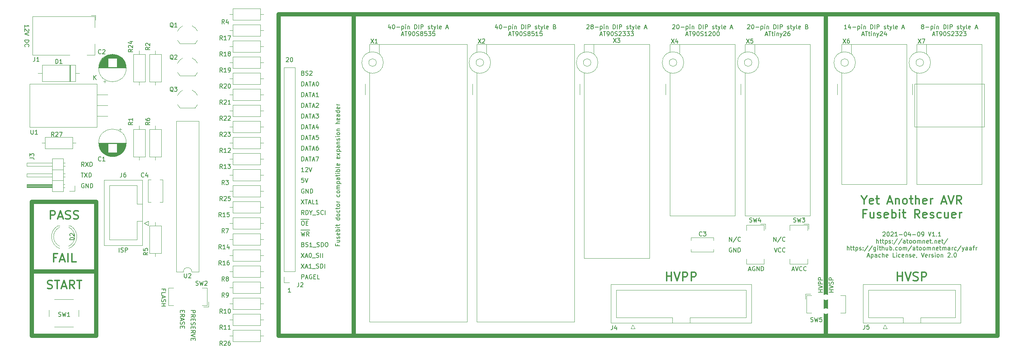
<source format=gto>
G04 #@! TF.GenerationSoftware,KiCad,Pcbnew,(5.1.9)-1*
G04 #@! TF.CreationDate,2021-04-09T12:03:21+02:00*
G04 #@! TF.ProjectId,Yet Another AVR Fusebit Rescuer,59657420-416e-46f7-9468-657220415652,V1.1*
G04 #@! TF.SameCoordinates,Original*
G04 #@! TF.FileFunction,Legend,Top*
G04 #@! TF.FilePolarity,Positive*
%FSLAX46Y46*%
G04 Gerber Fmt 4.6, Leading zero omitted, Abs format (unit mm)*
G04 Created by KiCad (PCBNEW (5.1.9)-1) date 2021-04-09 12:03:21*
%MOMM*%
%LPD*%
G01*
G04 APERTURE LIST*
%ADD10C,0.150000*%
%ADD11C,1.000000*%
%ADD12C,0.300000*%
%ADD13C,0.120000*%
%ADD14O,2.000000X1.440000*%
%ADD15R,2.000000X1.440000*%
%ADD16C,1.700000*%
%ADD17O,2.400000X2.400000*%
%ADD18R,2.400000X2.400000*%
%ADD19C,1.400000*%
%ADD20R,1.400000X1.400000*%
%ADD21O,1.700000X1.700000*%
%ADD22R,1.700000X1.700000*%
%ADD23O,1.600000X1.600000*%
%ADD24C,1.600000*%
%ADD25R,1.500000X1.500000*%
%ADD26C,1.500000*%
%ADD27O,1.800000X1.070000*%
%ADD28R,1.800000X1.070000*%
%ADD29C,2.000000*%
%ADD30O,2.000000X1.905000*%
%ADD31R,2.000000X1.905000*%
%ADD32O,3.500000X3.500000*%
%ADD33R,3.500000X3.500000*%
%ADD34R,1.600000X1.600000*%
G04 APERTURE END LIST*
D10*
X57443809Y-108402380D02*
X57443809Y-107402380D01*
X57872380Y-108354761D02*
X58015238Y-108402380D01*
X58253333Y-108402380D01*
X58348571Y-108354761D01*
X58396190Y-108307142D01*
X58443809Y-108211904D01*
X58443809Y-108116666D01*
X58396190Y-108021428D01*
X58348571Y-107973809D01*
X58253333Y-107926190D01*
X58062857Y-107878571D01*
X57967619Y-107830952D01*
X57920000Y-107783333D01*
X57872380Y-107688095D01*
X57872380Y-107592857D01*
X57920000Y-107497619D01*
X57967619Y-107450000D01*
X58062857Y-107402380D01*
X58300952Y-107402380D01*
X58443809Y-107450000D01*
X58872380Y-108402380D02*
X58872380Y-107402380D01*
X59253333Y-107402380D01*
X59348571Y-107450000D01*
X59396190Y-107497619D01*
X59443809Y-107592857D01*
X59443809Y-107735714D01*
X59396190Y-107830952D01*
X59348571Y-107878571D01*
X59253333Y-107926190D01*
X58872380Y-107926190D01*
X97028095Y-62412619D02*
X97075714Y-62365000D01*
X97170952Y-62317380D01*
X97409047Y-62317380D01*
X97504285Y-62365000D01*
X97551904Y-62412619D01*
X97599523Y-62507857D01*
X97599523Y-62603095D01*
X97551904Y-62745952D01*
X96980476Y-63317380D01*
X97599523Y-63317380D01*
X98218571Y-62317380D02*
X98313809Y-62317380D01*
X98409047Y-62365000D01*
X98456666Y-62412619D01*
X98504285Y-62507857D01*
X98551904Y-62698333D01*
X98551904Y-62936428D01*
X98504285Y-63126904D01*
X98456666Y-63222142D01*
X98409047Y-63269761D01*
X98313809Y-63317380D01*
X98218571Y-63317380D01*
X98123333Y-63269761D01*
X98075714Y-63222142D01*
X98028095Y-63126904D01*
X97980476Y-62936428D01*
X97980476Y-62698333D01*
X98028095Y-62507857D01*
X98075714Y-62412619D01*
X98123333Y-62365000D01*
X98218571Y-62317380D01*
X98075714Y-117927380D02*
X97504285Y-117927380D01*
X97790000Y-117927380D02*
X97790000Y-116927380D01*
X97694761Y-117070238D01*
X97599523Y-117165476D01*
X97504285Y-117213095D01*
X238252857Y-103752619D02*
X238300476Y-103705000D01*
X238395714Y-103657380D01*
X238633809Y-103657380D01*
X238729047Y-103705000D01*
X238776666Y-103752619D01*
X238824285Y-103847857D01*
X238824285Y-103943095D01*
X238776666Y-104085952D01*
X238205238Y-104657380D01*
X238824285Y-104657380D01*
X239443333Y-103657380D02*
X239538571Y-103657380D01*
X239633809Y-103705000D01*
X239681428Y-103752619D01*
X239729047Y-103847857D01*
X239776666Y-104038333D01*
X239776666Y-104276428D01*
X239729047Y-104466904D01*
X239681428Y-104562142D01*
X239633809Y-104609761D01*
X239538571Y-104657380D01*
X239443333Y-104657380D01*
X239348095Y-104609761D01*
X239300476Y-104562142D01*
X239252857Y-104466904D01*
X239205238Y-104276428D01*
X239205238Y-104038333D01*
X239252857Y-103847857D01*
X239300476Y-103752619D01*
X239348095Y-103705000D01*
X239443333Y-103657380D01*
X240157619Y-103752619D02*
X240205238Y-103705000D01*
X240300476Y-103657380D01*
X240538571Y-103657380D01*
X240633809Y-103705000D01*
X240681428Y-103752619D01*
X240729047Y-103847857D01*
X240729047Y-103943095D01*
X240681428Y-104085952D01*
X240110000Y-104657380D01*
X240729047Y-104657380D01*
X241681428Y-104657380D02*
X241110000Y-104657380D01*
X241395714Y-104657380D02*
X241395714Y-103657380D01*
X241300476Y-103800238D01*
X241205238Y-103895476D01*
X241110000Y-103943095D01*
X242110000Y-104276428D02*
X242871904Y-104276428D01*
X243538571Y-103657380D02*
X243633809Y-103657380D01*
X243729047Y-103705000D01*
X243776666Y-103752619D01*
X243824285Y-103847857D01*
X243871904Y-104038333D01*
X243871904Y-104276428D01*
X243824285Y-104466904D01*
X243776666Y-104562142D01*
X243729047Y-104609761D01*
X243633809Y-104657380D01*
X243538571Y-104657380D01*
X243443333Y-104609761D01*
X243395714Y-104562142D01*
X243348095Y-104466904D01*
X243300476Y-104276428D01*
X243300476Y-104038333D01*
X243348095Y-103847857D01*
X243395714Y-103752619D01*
X243443333Y-103705000D01*
X243538571Y-103657380D01*
X244729047Y-103990714D02*
X244729047Y-104657380D01*
X244490952Y-103609761D02*
X244252857Y-104324047D01*
X244871904Y-104324047D01*
X245252857Y-104276428D02*
X246014761Y-104276428D01*
X246681428Y-103657380D02*
X246776666Y-103657380D01*
X246871904Y-103705000D01*
X246919523Y-103752619D01*
X246967142Y-103847857D01*
X247014761Y-104038333D01*
X247014761Y-104276428D01*
X246967142Y-104466904D01*
X246919523Y-104562142D01*
X246871904Y-104609761D01*
X246776666Y-104657380D01*
X246681428Y-104657380D01*
X246586190Y-104609761D01*
X246538571Y-104562142D01*
X246490952Y-104466904D01*
X246443333Y-104276428D01*
X246443333Y-104038333D01*
X246490952Y-103847857D01*
X246538571Y-103752619D01*
X246586190Y-103705000D01*
X246681428Y-103657380D01*
X247490952Y-104657380D02*
X247681428Y-104657380D01*
X247776666Y-104609761D01*
X247824285Y-104562142D01*
X247919523Y-104419285D01*
X247967142Y-104228809D01*
X247967142Y-103847857D01*
X247919523Y-103752619D01*
X247871904Y-103705000D01*
X247776666Y-103657380D01*
X247586190Y-103657380D01*
X247490952Y-103705000D01*
X247443333Y-103752619D01*
X247395714Y-103847857D01*
X247395714Y-104085952D01*
X247443333Y-104181190D01*
X247490952Y-104228809D01*
X247586190Y-104276428D01*
X247776666Y-104276428D01*
X247871904Y-104228809D01*
X247919523Y-104181190D01*
X247967142Y-104085952D01*
X249014761Y-103657380D02*
X249348095Y-104657380D01*
X249681428Y-103657380D01*
X250538571Y-104657380D02*
X249967142Y-104657380D01*
X250252857Y-104657380D02*
X250252857Y-103657380D01*
X250157619Y-103800238D01*
X250062380Y-103895476D01*
X249967142Y-103943095D01*
X250967142Y-104562142D02*
X251014761Y-104609761D01*
X250967142Y-104657380D01*
X250919523Y-104609761D01*
X250967142Y-104562142D01*
X250967142Y-104657380D01*
X251967142Y-104657380D02*
X251395714Y-104657380D01*
X251681428Y-104657380D02*
X251681428Y-103657380D01*
X251586190Y-103800238D01*
X251490952Y-103895476D01*
X251395714Y-103943095D01*
X236776666Y-106307380D02*
X236776666Y-105307380D01*
X237205238Y-106307380D02*
X237205238Y-105783571D01*
X237157619Y-105688333D01*
X237062380Y-105640714D01*
X236919523Y-105640714D01*
X236824285Y-105688333D01*
X236776666Y-105735952D01*
X237538571Y-105640714D02*
X237919523Y-105640714D01*
X237681428Y-105307380D02*
X237681428Y-106164523D01*
X237729047Y-106259761D01*
X237824285Y-106307380D01*
X237919523Y-106307380D01*
X238110000Y-105640714D02*
X238490952Y-105640714D01*
X238252857Y-105307380D02*
X238252857Y-106164523D01*
X238300476Y-106259761D01*
X238395714Y-106307380D01*
X238490952Y-106307380D01*
X238824285Y-105640714D02*
X238824285Y-106640714D01*
X238824285Y-105688333D02*
X238919523Y-105640714D01*
X239110000Y-105640714D01*
X239205238Y-105688333D01*
X239252857Y-105735952D01*
X239300476Y-105831190D01*
X239300476Y-106116904D01*
X239252857Y-106212142D01*
X239205238Y-106259761D01*
X239110000Y-106307380D01*
X238919523Y-106307380D01*
X238824285Y-106259761D01*
X239681428Y-106259761D02*
X239776666Y-106307380D01*
X239967142Y-106307380D01*
X240062380Y-106259761D01*
X240110000Y-106164523D01*
X240110000Y-106116904D01*
X240062380Y-106021666D01*
X239967142Y-105974047D01*
X239824285Y-105974047D01*
X239729047Y-105926428D01*
X239681428Y-105831190D01*
X239681428Y-105783571D01*
X239729047Y-105688333D01*
X239824285Y-105640714D01*
X239967142Y-105640714D01*
X240062380Y-105688333D01*
X240538571Y-106212142D02*
X240586190Y-106259761D01*
X240538571Y-106307380D01*
X240490952Y-106259761D01*
X240538571Y-106212142D01*
X240538571Y-106307380D01*
X240538571Y-105688333D02*
X240586190Y-105735952D01*
X240538571Y-105783571D01*
X240490952Y-105735952D01*
X240538571Y-105688333D01*
X240538571Y-105783571D01*
X241729047Y-105259761D02*
X240871904Y-106545476D01*
X242776666Y-105259761D02*
X241919523Y-106545476D01*
X243538571Y-106307380D02*
X243538571Y-105783571D01*
X243490952Y-105688333D01*
X243395714Y-105640714D01*
X243205238Y-105640714D01*
X243110000Y-105688333D01*
X243538571Y-106259761D02*
X243443333Y-106307380D01*
X243205238Y-106307380D01*
X243110000Y-106259761D01*
X243062380Y-106164523D01*
X243062380Y-106069285D01*
X243110000Y-105974047D01*
X243205238Y-105926428D01*
X243443333Y-105926428D01*
X243538571Y-105878809D01*
X243871904Y-105640714D02*
X244252857Y-105640714D01*
X244014761Y-105307380D02*
X244014761Y-106164523D01*
X244062380Y-106259761D01*
X244157619Y-106307380D01*
X244252857Y-106307380D01*
X244729047Y-106307380D02*
X244633809Y-106259761D01*
X244586190Y-106212142D01*
X244538571Y-106116904D01*
X244538571Y-105831190D01*
X244586190Y-105735952D01*
X244633809Y-105688333D01*
X244729047Y-105640714D01*
X244871904Y-105640714D01*
X244967142Y-105688333D01*
X245014761Y-105735952D01*
X245062380Y-105831190D01*
X245062380Y-106116904D01*
X245014761Y-106212142D01*
X244967142Y-106259761D01*
X244871904Y-106307380D01*
X244729047Y-106307380D01*
X245633809Y-106307380D02*
X245538571Y-106259761D01*
X245490952Y-106212142D01*
X245443333Y-106116904D01*
X245443333Y-105831190D01*
X245490952Y-105735952D01*
X245538571Y-105688333D01*
X245633809Y-105640714D01*
X245776666Y-105640714D01*
X245871904Y-105688333D01*
X245919523Y-105735952D01*
X245967142Y-105831190D01*
X245967142Y-106116904D01*
X245919523Y-106212142D01*
X245871904Y-106259761D01*
X245776666Y-106307380D01*
X245633809Y-106307380D01*
X246395714Y-106307380D02*
X246395714Y-105640714D01*
X246395714Y-105735952D02*
X246443333Y-105688333D01*
X246538571Y-105640714D01*
X246681428Y-105640714D01*
X246776666Y-105688333D01*
X246824285Y-105783571D01*
X246824285Y-106307380D01*
X246824285Y-105783571D02*
X246871904Y-105688333D01*
X246967142Y-105640714D01*
X247110000Y-105640714D01*
X247205238Y-105688333D01*
X247252857Y-105783571D01*
X247252857Y-106307380D01*
X247729047Y-105640714D02*
X247729047Y-106307380D01*
X247729047Y-105735952D02*
X247776666Y-105688333D01*
X247871904Y-105640714D01*
X248014761Y-105640714D01*
X248110000Y-105688333D01*
X248157619Y-105783571D01*
X248157619Y-106307380D01*
X249014761Y-106259761D02*
X248919523Y-106307380D01*
X248729047Y-106307380D01*
X248633809Y-106259761D01*
X248586190Y-106164523D01*
X248586190Y-105783571D01*
X248633809Y-105688333D01*
X248729047Y-105640714D01*
X248919523Y-105640714D01*
X249014761Y-105688333D01*
X249062380Y-105783571D01*
X249062380Y-105878809D01*
X248586190Y-105974047D01*
X249348095Y-105640714D02*
X249729047Y-105640714D01*
X249490952Y-105307380D02*
X249490952Y-106164523D01*
X249538571Y-106259761D01*
X249633809Y-106307380D01*
X249729047Y-106307380D01*
X250062380Y-106212142D02*
X250110000Y-106259761D01*
X250062380Y-106307380D01*
X250014761Y-106259761D01*
X250062380Y-106212142D01*
X250062380Y-106307380D01*
X250538571Y-105640714D02*
X250538571Y-106307380D01*
X250538571Y-105735952D02*
X250586190Y-105688333D01*
X250681428Y-105640714D01*
X250824285Y-105640714D01*
X250919523Y-105688333D01*
X250967142Y-105783571D01*
X250967142Y-106307380D01*
X251824285Y-106259761D02*
X251729047Y-106307380D01*
X251538571Y-106307380D01*
X251443333Y-106259761D01*
X251395714Y-106164523D01*
X251395714Y-105783571D01*
X251443333Y-105688333D01*
X251538571Y-105640714D01*
X251729047Y-105640714D01*
X251824285Y-105688333D01*
X251871904Y-105783571D01*
X251871904Y-105878809D01*
X251395714Y-105974047D01*
X252157619Y-105640714D02*
X252538571Y-105640714D01*
X252300476Y-105307380D02*
X252300476Y-106164523D01*
X252348095Y-106259761D01*
X252443333Y-106307380D01*
X252538571Y-106307380D01*
X253586190Y-105259761D02*
X252729047Y-106545476D01*
X229800476Y-107957380D02*
X229800476Y-106957380D01*
X230229047Y-107957380D02*
X230229047Y-107433571D01*
X230181428Y-107338333D01*
X230086190Y-107290714D01*
X229943333Y-107290714D01*
X229848095Y-107338333D01*
X229800476Y-107385952D01*
X230562380Y-107290714D02*
X230943333Y-107290714D01*
X230705238Y-106957380D02*
X230705238Y-107814523D01*
X230752857Y-107909761D01*
X230848095Y-107957380D01*
X230943333Y-107957380D01*
X231133809Y-107290714D02*
X231514761Y-107290714D01*
X231276666Y-106957380D02*
X231276666Y-107814523D01*
X231324285Y-107909761D01*
X231419523Y-107957380D01*
X231514761Y-107957380D01*
X231848095Y-107290714D02*
X231848095Y-108290714D01*
X231848095Y-107338333D02*
X231943333Y-107290714D01*
X232133809Y-107290714D01*
X232229047Y-107338333D01*
X232276666Y-107385952D01*
X232324285Y-107481190D01*
X232324285Y-107766904D01*
X232276666Y-107862142D01*
X232229047Y-107909761D01*
X232133809Y-107957380D01*
X231943333Y-107957380D01*
X231848095Y-107909761D01*
X232705238Y-107909761D02*
X232800476Y-107957380D01*
X232990952Y-107957380D01*
X233086190Y-107909761D01*
X233133809Y-107814523D01*
X233133809Y-107766904D01*
X233086190Y-107671666D01*
X232990952Y-107624047D01*
X232848095Y-107624047D01*
X232752857Y-107576428D01*
X232705238Y-107481190D01*
X232705238Y-107433571D01*
X232752857Y-107338333D01*
X232848095Y-107290714D01*
X232990952Y-107290714D01*
X233086190Y-107338333D01*
X233562380Y-107862142D02*
X233610000Y-107909761D01*
X233562380Y-107957380D01*
X233514761Y-107909761D01*
X233562380Y-107862142D01*
X233562380Y-107957380D01*
X233562380Y-107338333D02*
X233610000Y-107385952D01*
X233562380Y-107433571D01*
X233514761Y-107385952D01*
X233562380Y-107338333D01*
X233562380Y-107433571D01*
X234752857Y-106909761D02*
X233895714Y-108195476D01*
X235800476Y-106909761D02*
X234943333Y-108195476D01*
X236562380Y-107290714D02*
X236562380Y-108100238D01*
X236514761Y-108195476D01*
X236467142Y-108243095D01*
X236371904Y-108290714D01*
X236229047Y-108290714D01*
X236133809Y-108243095D01*
X236562380Y-107909761D02*
X236467142Y-107957380D01*
X236276666Y-107957380D01*
X236181428Y-107909761D01*
X236133809Y-107862142D01*
X236086190Y-107766904D01*
X236086190Y-107481190D01*
X236133809Y-107385952D01*
X236181428Y-107338333D01*
X236276666Y-107290714D01*
X236467142Y-107290714D01*
X236562380Y-107338333D01*
X237038571Y-107957380D02*
X237038571Y-107290714D01*
X237038571Y-106957380D02*
X236990952Y-107005000D01*
X237038571Y-107052619D01*
X237086190Y-107005000D01*
X237038571Y-106957380D01*
X237038571Y-107052619D01*
X237371904Y-107290714D02*
X237752857Y-107290714D01*
X237514761Y-106957380D02*
X237514761Y-107814523D01*
X237562380Y-107909761D01*
X237657619Y-107957380D01*
X237752857Y-107957380D01*
X238086190Y-107957380D02*
X238086190Y-106957380D01*
X238514761Y-107957380D02*
X238514761Y-107433571D01*
X238467142Y-107338333D01*
X238371904Y-107290714D01*
X238229047Y-107290714D01*
X238133809Y-107338333D01*
X238086190Y-107385952D01*
X239419523Y-107290714D02*
X239419523Y-107957380D01*
X238990952Y-107290714D02*
X238990952Y-107814523D01*
X239038571Y-107909761D01*
X239133809Y-107957380D01*
X239276666Y-107957380D01*
X239371904Y-107909761D01*
X239419523Y-107862142D01*
X239895714Y-107957380D02*
X239895714Y-106957380D01*
X239895714Y-107338333D02*
X239990952Y-107290714D01*
X240181428Y-107290714D01*
X240276666Y-107338333D01*
X240324285Y-107385952D01*
X240371904Y-107481190D01*
X240371904Y-107766904D01*
X240324285Y-107862142D01*
X240276666Y-107909761D01*
X240181428Y-107957380D01*
X239990952Y-107957380D01*
X239895714Y-107909761D01*
X240800476Y-107862142D02*
X240848095Y-107909761D01*
X240800476Y-107957380D01*
X240752857Y-107909761D01*
X240800476Y-107862142D01*
X240800476Y-107957380D01*
X241705238Y-107909761D02*
X241610000Y-107957380D01*
X241419523Y-107957380D01*
X241324285Y-107909761D01*
X241276666Y-107862142D01*
X241229047Y-107766904D01*
X241229047Y-107481190D01*
X241276666Y-107385952D01*
X241324285Y-107338333D01*
X241419523Y-107290714D01*
X241610000Y-107290714D01*
X241705238Y-107338333D01*
X242276666Y-107957380D02*
X242181428Y-107909761D01*
X242133809Y-107862142D01*
X242086190Y-107766904D01*
X242086190Y-107481190D01*
X242133809Y-107385952D01*
X242181428Y-107338333D01*
X242276666Y-107290714D01*
X242419523Y-107290714D01*
X242514761Y-107338333D01*
X242562380Y-107385952D01*
X242610000Y-107481190D01*
X242610000Y-107766904D01*
X242562380Y-107862142D01*
X242514761Y-107909761D01*
X242419523Y-107957380D01*
X242276666Y-107957380D01*
X243038571Y-107957380D02*
X243038571Y-107290714D01*
X243038571Y-107385952D02*
X243086190Y-107338333D01*
X243181428Y-107290714D01*
X243324285Y-107290714D01*
X243419523Y-107338333D01*
X243467142Y-107433571D01*
X243467142Y-107957380D01*
X243467142Y-107433571D02*
X243514761Y-107338333D01*
X243610000Y-107290714D01*
X243752857Y-107290714D01*
X243848095Y-107338333D01*
X243895714Y-107433571D01*
X243895714Y-107957380D01*
X245086190Y-106909761D02*
X244229047Y-108195476D01*
X245848095Y-107957380D02*
X245848095Y-107433571D01*
X245800476Y-107338333D01*
X245705238Y-107290714D01*
X245514761Y-107290714D01*
X245419523Y-107338333D01*
X245848095Y-107909761D02*
X245752857Y-107957380D01*
X245514761Y-107957380D01*
X245419523Y-107909761D01*
X245371904Y-107814523D01*
X245371904Y-107719285D01*
X245419523Y-107624047D01*
X245514761Y-107576428D01*
X245752857Y-107576428D01*
X245848095Y-107528809D01*
X246181428Y-107290714D02*
X246562380Y-107290714D01*
X246324285Y-106957380D02*
X246324285Y-107814523D01*
X246371904Y-107909761D01*
X246467142Y-107957380D01*
X246562380Y-107957380D01*
X247038571Y-107957380D02*
X246943333Y-107909761D01*
X246895714Y-107862142D01*
X246848095Y-107766904D01*
X246848095Y-107481190D01*
X246895714Y-107385952D01*
X246943333Y-107338333D01*
X247038571Y-107290714D01*
X247181428Y-107290714D01*
X247276666Y-107338333D01*
X247324285Y-107385952D01*
X247371904Y-107481190D01*
X247371904Y-107766904D01*
X247324285Y-107862142D01*
X247276666Y-107909761D01*
X247181428Y-107957380D01*
X247038571Y-107957380D01*
X247943333Y-107957380D02*
X247848095Y-107909761D01*
X247800476Y-107862142D01*
X247752857Y-107766904D01*
X247752857Y-107481190D01*
X247800476Y-107385952D01*
X247848095Y-107338333D01*
X247943333Y-107290714D01*
X248086190Y-107290714D01*
X248181428Y-107338333D01*
X248229047Y-107385952D01*
X248276666Y-107481190D01*
X248276666Y-107766904D01*
X248229047Y-107862142D01*
X248181428Y-107909761D01*
X248086190Y-107957380D01*
X247943333Y-107957380D01*
X248705238Y-107957380D02*
X248705238Y-107290714D01*
X248705238Y-107385952D02*
X248752857Y-107338333D01*
X248848095Y-107290714D01*
X248990952Y-107290714D01*
X249086190Y-107338333D01*
X249133809Y-107433571D01*
X249133809Y-107957380D01*
X249133809Y-107433571D02*
X249181428Y-107338333D01*
X249276666Y-107290714D01*
X249419523Y-107290714D01*
X249514761Y-107338333D01*
X249562380Y-107433571D01*
X249562380Y-107957380D01*
X250038571Y-107290714D02*
X250038571Y-107957380D01*
X250038571Y-107385952D02*
X250086190Y-107338333D01*
X250181428Y-107290714D01*
X250324285Y-107290714D01*
X250419523Y-107338333D01*
X250467142Y-107433571D01*
X250467142Y-107957380D01*
X251324285Y-107909761D02*
X251229047Y-107957380D01*
X251038571Y-107957380D01*
X250943333Y-107909761D01*
X250895714Y-107814523D01*
X250895714Y-107433571D01*
X250943333Y-107338333D01*
X251038571Y-107290714D01*
X251229047Y-107290714D01*
X251324285Y-107338333D01*
X251371904Y-107433571D01*
X251371904Y-107528809D01*
X250895714Y-107624047D01*
X251657619Y-107290714D02*
X252038571Y-107290714D01*
X251800476Y-106957380D02*
X251800476Y-107814523D01*
X251848095Y-107909761D01*
X251943333Y-107957380D01*
X252038571Y-107957380D01*
X252371904Y-107957380D02*
X252371904Y-107290714D01*
X252371904Y-107385952D02*
X252419523Y-107338333D01*
X252514761Y-107290714D01*
X252657619Y-107290714D01*
X252752857Y-107338333D01*
X252800476Y-107433571D01*
X252800476Y-107957380D01*
X252800476Y-107433571D02*
X252848095Y-107338333D01*
X252943333Y-107290714D01*
X253086190Y-107290714D01*
X253181428Y-107338333D01*
X253229047Y-107433571D01*
X253229047Y-107957380D01*
X254133809Y-107957380D02*
X254133809Y-107433571D01*
X254086190Y-107338333D01*
X253990952Y-107290714D01*
X253800476Y-107290714D01*
X253705238Y-107338333D01*
X254133809Y-107909761D02*
X254038571Y-107957380D01*
X253800476Y-107957380D01*
X253705238Y-107909761D01*
X253657619Y-107814523D01*
X253657619Y-107719285D01*
X253705238Y-107624047D01*
X253800476Y-107576428D01*
X254038571Y-107576428D01*
X254133809Y-107528809D01*
X254610000Y-107957380D02*
X254610000Y-107290714D01*
X254610000Y-107481190D02*
X254657619Y-107385952D01*
X254705238Y-107338333D01*
X254800476Y-107290714D01*
X254895714Y-107290714D01*
X255657619Y-107909761D02*
X255562380Y-107957380D01*
X255371904Y-107957380D01*
X255276666Y-107909761D01*
X255229047Y-107862142D01*
X255181428Y-107766904D01*
X255181428Y-107481190D01*
X255229047Y-107385952D01*
X255276666Y-107338333D01*
X255371904Y-107290714D01*
X255562380Y-107290714D01*
X255657619Y-107338333D01*
X256800476Y-106909761D02*
X255943333Y-108195476D01*
X257038571Y-107290714D02*
X257276666Y-107957380D01*
X257514761Y-107290714D02*
X257276666Y-107957380D01*
X257181428Y-108195476D01*
X257133809Y-108243095D01*
X257038571Y-108290714D01*
X258324285Y-107957380D02*
X258324285Y-107433571D01*
X258276666Y-107338333D01*
X258181428Y-107290714D01*
X257990952Y-107290714D01*
X257895714Y-107338333D01*
X258324285Y-107909761D02*
X258229047Y-107957380D01*
X257990952Y-107957380D01*
X257895714Y-107909761D01*
X257848095Y-107814523D01*
X257848095Y-107719285D01*
X257895714Y-107624047D01*
X257990952Y-107576428D01*
X258229047Y-107576428D01*
X258324285Y-107528809D01*
X259229047Y-107957380D02*
X259229047Y-107433571D01*
X259181428Y-107338333D01*
X259086190Y-107290714D01*
X258895714Y-107290714D01*
X258800476Y-107338333D01*
X259229047Y-107909761D02*
X259133809Y-107957380D01*
X258895714Y-107957380D01*
X258800476Y-107909761D01*
X258752857Y-107814523D01*
X258752857Y-107719285D01*
X258800476Y-107624047D01*
X258895714Y-107576428D01*
X259133809Y-107576428D01*
X259229047Y-107528809D01*
X259562380Y-107290714D02*
X259943333Y-107290714D01*
X259705238Y-107957380D02*
X259705238Y-107100238D01*
X259752857Y-107005000D01*
X259848095Y-106957380D01*
X259943333Y-106957380D01*
X260276666Y-107957380D02*
X260276666Y-107290714D01*
X260276666Y-107481190D02*
X260324285Y-107385952D01*
X260371904Y-107338333D01*
X260467142Y-107290714D01*
X260562380Y-107290714D01*
X234586190Y-109321666D02*
X235062380Y-109321666D01*
X234490952Y-109607380D02*
X234824285Y-108607380D01*
X235157619Y-109607380D01*
X235490952Y-108940714D02*
X235490952Y-109940714D01*
X235490952Y-108988333D02*
X235586190Y-108940714D01*
X235776666Y-108940714D01*
X235871904Y-108988333D01*
X235919523Y-109035952D01*
X235967142Y-109131190D01*
X235967142Y-109416904D01*
X235919523Y-109512142D01*
X235871904Y-109559761D01*
X235776666Y-109607380D01*
X235586190Y-109607380D01*
X235490952Y-109559761D01*
X236824285Y-109607380D02*
X236824285Y-109083571D01*
X236776666Y-108988333D01*
X236681428Y-108940714D01*
X236490952Y-108940714D01*
X236395714Y-108988333D01*
X236824285Y-109559761D02*
X236729047Y-109607380D01*
X236490952Y-109607380D01*
X236395714Y-109559761D01*
X236348095Y-109464523D01*
X236348095Y-109369285D01*
X236395714Y-109274047D01*
X236490952Y-109226428D01*
X236729047Y-109226428D01*
X236824285Y-109178809D01*
X237729047Y-109559761D02*
X237633809Y-109607380D01*
X237443333Y-109607380D01*
X237348095Y-109559761D01*
X237300476Y-109512142D01*
X237252857Y-109416904D01*
X237252857Y-109131190D01*
X237300476Y-109035952D01*
X237348095Y-108988333D01*
X237443333Y-108940714D01*
X237633809Y-108940714D01*
X237729047Y-108988333D01*
X238157619Y-109607380D02*
X238157619Y-108607380D01*
X238586190Y-109607380D02*
X238586190Y-109083571D01*
X238538571Y-108988333D01*
X238443333Y-108940714D01*
X238300476Y-108940714D01*
X238205238Y-108988333D01*
X238157619Y-109035952D01*
X239443333Y-109559761D02*
X239348095Y-109607380D01*
X239157619Y-109607380D01*
X239062380Y-109559761D01*
X239014761Y-109464523D01*
X239014761Y-109083571D01*
X239062380Y-108988333D01*
X239157619Y-108940714D01*
X239348095Y-108940714D01*
X239443333Y-108988333D01*
X239490952Y-109083571D01*
X239490952Y-109178809D01*
X239014761Y-109274047D01*
X241157619Y-109607380D02*
X240681428Y-109607380D01*
X240681428Y-108607380D01*
X241490952Y-109607380D02*
X241490952Y-108940714D01*
X241490952Y-108607380D02*
X241443333Y-108655000D01*
X241490952Y-108702619D01*
X241538571Y-108655000D01*
X241490952Y-108607380D01*
X241490952Y-108702619D01*
X242395714Y-109559761D02*
X242300476Y-109607380D01*
X242110000Y-109607380D01*
X242014761Y-109559761D01*
X241967142Y-109512142D01*
X241919523Y-109416904D01*
X241919523Y-109131190D01*
X241967142Y-109035952D01*
X242014761Y-108988333D01*
X242110000Y-108940714D01*
X242300476Y-108940714D01*
X242395714Y-108988333D01*
X243205238Y-109559761D02*
X243110000Y-109607380D01*
X242919523Y-109607380D01*
X242824285Y-109559761D01*
X242776666Y-109464523D01*
X242776666Y-109083571D01*
X242824285Y-108988333D01*
X242919523Y-108940714D01*
X243110000Y-108940714D01*
X243205238Y-108988333D01*
X243252857Y-109083571D01*
X243252857Y-109178809D01*
X242776666Y-109274047D01*
X243681428Y-108940714D02*
X243681428Y-109607380D01*
X243681428Y-109035952D02*
X243729047Y-108988333D01*
X243824285Y-108940714D01*
X243967142Y-108940714D01*
X244062380Y-108988333D01*
X244110000Y-109083571D01*
X244110000Y-109607380D01*
X244538571Y-109559761D02*
X244633809Y-109607380D01*
X244824285Y-109607380D01*
X244919523Y-109559761D01*
X244967142Y-109464523D01*
X244967142Y-109416904D01*
X244919523Y-109321666D01*
X244824285Y-109274047D01*
X244681428Y-109274047D01*
X244586190Y-109226428D01*
X244538571Y-109131190D01*
X244538571Y-109083571D01*
X244586190Y-108988333D01*
X244681428Y-108940714D01*
X244824285Y-108940714D01*
X244919523Y-108988333D01*
X245776666Y-109559761D02*
X245681428Y-109607380D01*
X245490952Y-109607380D01*
X245395714Y-109559761D01*
X245348095Y-109464523D01*
X245348095Y-109083571D01*
X245395714Y-108988333D01*
X245490952Y-108940714D01*
X245681428Y-108940714D01*
X245776666Y-108988333D01*
X245824285Y-109083571D01*
X245824285Y-109178809D01*
X245348095Y-109274047D01*
X246300476Y-109559761D02*
X246300476Y-109607380D01*
X246252857Y-109702619D01*
X246205238Y-109750238D01*
X247348095Y-108607380D02*
X247681428Y-109607380D01*
X248014761Y-108607380D01*
X248729047Y-109559761D02*
X248633809Y-109607380D01*
X248443333Y-109607380D01*
X248348095Y-109559761D01*
X248300476Y-109464523D01*
X248300476Y-109083571D01*
X248348095Y-108988333D01*
X248443333Y-108940714D01*
X248633809Y-108940714D01*
X248729047Y-108988333D01*
X248776666Y-109083571D01*
X248776666Y-109178809D01*
X248300476Y-109274047D01*
X249205238Y-109607380D02*
X249205238Y-108940714D01*
X249205238Y-109131190D02*
X249252857Y-109035952D01*
X249300476Y-108988333D01*
X249395714Y-108940714D01*
X249490952Y-108940714D01*
X249776666Y-109559761D02*
X249871904Y-109607380D01*
X250062380Y-109607380D01*
X250157619Y-109559761D01*
X250205238Y-109464523D01*
X250205238Y-109416904D01*
X250157619Y-109321666D01*
X250062380Y-109274047D01*
X249919523Y-109274047D01*
X249824285Y-109226428D01*
X249776666Y-109131190D01*
X249776666Y-109083571D01*
X249824285Y-108988333D01*
X249919523Y-108940714D01*
X250062380Y-108940714D01*
X250157619Y-108988333D01*
X250633809Y-109607380D02*
X250633809Y-108940714D01*
X250633809Y-108607380D02*
X250586190Y-108655000D01*
X250633809Y-108702619D01*
X250681428Y-108655000D01*
X250633809Y-108607380D01*
X250633809Y-108702619D01*
X251252857Y-109607380D02*
X251157619Y-109559761D01*
X251110000Y-109512142D01*
X251062380Y-109416904D01*
X251062380Y-109131190D01*
X251110000Y-109035952D01*
X251157619Y-108988333D01*
X251252857Y-108940714D01*
X251395714Y-108940714D01*
X251490952Y-108988333D01*
X251538571Y-109035952D01*
X251586190Y-109131190D01*
X251586190Y-109416904D01*
X251538571Y-109512142D01*
X251490952Y-109559761D01*
X251395714Y-109607380D01*
X251252857Y-109607380D01*
X252014761Y-108940714D02*
X252014761Y-109607380D01*
X252014761Y-109035952D02*
X252062380Y-108988333D01*
X252157619Y-108940714D01*
X252300476Y-108940714D01*
X252395714Y-108988333D01*
X252443333Y-109083571D01*
X252443333Y-109607380D01*
X253633809Y-108702619D02*
X253681428Y-108655000D01*
X253776666Y-108607380D01*
X254014761Y-108607380D01*
X254110000Y-108655000D01*
X254157619Y-108702619D01*
X254205238Y-108797857D01*
X254205238Y-108893095D01*
X254157619Y-109035952D01*
X253586190Y-109607380D01*
X254205238Y-109607380D01*
X254633809Y-109512142D02*
X254681428Y-109559761D01*
X254633809Y-109607380D01*
X254586190Y-109559761D01*
X254633809Y-109512142D01*
X254633809Y-109607380D01*
X255300476Y-108607380D02*
X255395714Y-108607380D01*
X255490952Y-108655000D01*
X255538571Y-108702619D01*
X255586190Y-108797857D01*
X255633809Y-108988333D01*
X255633809Y-109226428D01*
X255586190Y-109416904D01*
X255538571Y-109512142D01*
X255490952Y-109559761D01*
X255395714Y-109607380D01*
X255300476Y-109607380D01*
X255205238Y-109559761D01*
X255157619Y-109512142D01*
X255110000Y-109416904D01*
X255062380Y-109226428D01*
X255062380Y-108988333D01*
X255110000Y-108797857D01*
X255157619Y-108702619D01*
X255205238Y-108655000D01*
X255300476Y-108607380D01*
X109148571Y-106574761D02*
X109148571Y-106908095D01*
X109672380Y-106908095D02*
X108672380Y-106908095D01*
X108672380Y-106431904D01*
X109005714Y-105622380D02*
X109672380Y-105622380D01*
X109005714Y-106050952D02*
X109529523Y-106050952D01*
X109624761Y-106003333D01*
X109672380Y-105908095D01*
X109672380Y-105765238D01*
X109624761Y-105670000D01*
X109577142Y-105622380D01*
X109624761Y-105193809D02*
X109672380Y-105098571D01*
X109672380Y-104908095D01*
X109624761Y-104812857D01*
X109529523Y-104765238D01*
X109481904Y-104765238D01*
X109386666Y-104812857D01*
X109339047Y-104908095D01*
X109339047Y-105050952D01*
X109291428Y-105146190D01*
X109196190Y-105193809D01*
X109148571Y-105193809D01*
X109053333Y-105146190D01*
X109005714Y-105050952D01*
X109005714Y-104908095D01*
X109053333Y-104812857D01*
X109624761Y-103955714D02*
X109672380Y-104050952D01*
X109672380Y-104241428D01*
X109624761Y-104336666D01*
X109529523Y-104384285D01*
X109148571Y-104384285D01*
X109053333Y-104336666D01*
X109005714Y-104241428D01*
X109005714Y-104050952D01*
X109053333Y-103955714D01*
X109148571Y-103908095D01*
X109243809Y-103908095D01*
X109339047Y-104384285D01*
X109672380Y-103479523D02*
X108672380Y-103479523D01*
X109053333Y-103479523D02*
X109005714Y-103384285D01*
X109005714Y-103193809D01*
X109053333Y-103098571D01*
X109100952Y-103050952D01*
X109196190Y-103003333D01*
X109481904Y-103003333D01*
X109577142Y-103050952D01*
X109624761Y-103098571D01*
X109672380Y-103193809D01*
X109672380Y-103384285D01*
X109624761Y-103479523D01*
X109672380Y-102574761D02*
X109005714Y-102574761D01*
X108672380Y-102574761D02*
X108720000Y-102622380D01*
X108767619Y-102574761D01*
X108720000Y-102527142D01*
X108672380Y-102574761D01*
X108767619Y-102574761D01*
X109005714Y-102241428D02*
X109005714Y-101860476D01*
X108672380Y-102098571D02*
X109529523Y-102098571D01*
X109624761Y-102050952D01*
X109672380Y-101955714D01*
X109672380Y-101860476D01*
X109672380Y-100336666D02*
X108672380Y-100336666D01*
X109624761Y-100336666D02*
X109672380Y-100431904D01*
X109672380Y-100622380D01*
X109624761Y-100717619D01*
X109577142Y-100765238D01*
X109481904Y-100812857D01*
X109196190Y-100812857D01*
X109100952Y-100765238D01*
X109053333Y-100717619D01*
X109005714Y-100622380D01*
X109005714Y-100431904D01*
X109053333Y-100336666D01*
X109672380Y-99717619D02*
X109624761Y-99812857D01*
X109577142Y-99860476D01*
X109481904Y-99908095D01*
X109196190Y-99908095D01*
X109100952Y-99860476D01*
X109053333Y-99812857D01*
X109005714Y-99717619D01*
X109005714Y-99574761D01*
X109053333Y-99479523D01*
X109100952Y-99431904D01*
X109196190Y-99384285D01*
X109481904Y-99384285D01*
X109577142Y-99431904D01*
X109624761Y-99479523D01*
X109672380Y-99574761D01*
X109672380Y-99717619D01*
X109624761Y-98527142D02*
X109672380Y-98622380D01*
X109672380Y-98812857D01*
X109624761Y-98908095D01*
X109577142Y-98955714D01*
X109481904Y-99003333D01*
X109196190Y-99003333D01*
X109100952Y-98955714D01*
X109053333Y-98908095D01*
X109005714Y-98812857D01*
X109005714Y-98622380D01*
X109053333Y-98527142D01*
X109005714Y-98241428D02*
X109005714Y-97860476D01*
X108672380Y-98098571D02*
X109529523Y-98098571D01*
X109624761Y-98050952D01*
X109672380Y-97955714D01*
X109672380Y-97860476D01*
X109672380Y-97384285D02*
X109624761Y-97479523D01*
X109577142Y-97527142D01*
X109481904Y-97574761D01*
X109196190Y-97574761D01*
X109100952Y-97527142D01*
X109053333Y-97479523D01*
X109005714Y-97384285D01*
X109005714Y-97241428D01*
X109053333Y-97146190D01*
X109100952Y-97098571D01*
X109196190Y-97050952D01*
X109481904Y-97050952D01*
X109577142Y-97098571D01*
X109624761Y-97146190D01*
X109672380Y-97241428D01*
X109672380Y-97384285D01*
X109672380Y-96622380D02*
X109005714Y-96622380D01*
X109196190Y-96622380D02*
X109100952Y-96574761D01*
X109053333Y-96527142D01*
X109005714Y-96431904D01*
X109005714Y-96336666D01*
X109624761Y-94812857D02*
X109672380Y-94908095D01*
X109672380Y-95098571D01*
X109624761Y-95193809D01*
X109577142Y-95241428D01*
X109481904Y-95289047D01*
X109196190Y-95289047D01*
X109100952Y-95241428D01*
X109053333Y-95193809D01*
X109005714Y-95098571D01*
X109005714Y-94908095D01*
X109053333Y-94812857D01*
X109672380Y-94241428D02*
X109624761Y-94336666D01*
X109577142Y-94384285D01*
X109481904Y-94431904D01*
X109196190Y-94431904D01*
X109100952Y-94384285D01*
X109053333Y-94336666D01*
X109005714Y-94241428D01*
X109005714Y-94098571D01*
X109053333Y-94003333D01*
X109100952Y-93955714D01*
X109196190Y-93908095D01*
X109481904Y-93908095D01*
X109577142Y-93955714D01*
X109624761Y-94003333D01*
X109672380Y-94098571D01*
X109672380Y-94241428D01*
X109672380Y-93479523D02*
X109005714Y-93479523D01*
X109100952Y-93479523D02*
X109053333Y-93431904D01*
X109005714Y-93336666D01*
X109005714Y-93193809D01*
X109053333Y-93098571D01*
X109148571Y-93050952D01*
X109672380Y-93050952D01*
X109148571Y-93050952D02*
X109053333Y-93003333D01*
X109005714Y-92908095D01*
X109005714Y-92765238D01*
X109053333Y-92670000D01*
X109148571Y-92622380D01*
X109672380Y-92622380D01*
X109005714Y-92146190D02*
X110005714Y-92146190D01*
X109053333Y-92146190D02*
X109005714Y-92050952D01*
X109005714Y-91860476D01*
X109053333Y-91765238D01*
X109100952Y-91717619D01*
X109196190Y-91670000D01*
X109481904Y-91670000D01*
X109577142Y-91717619D01*
X109624761Y-91765238D01*
X109672380Y-91860476D01*
X109672380Y-92050952D01*
X109624761Y-92146190D01*
X109672380Y-90812857D02*
X109148571Y-90812857D01*
X109053333Y-90860476D01*
X109005714Y-90955714D01*
X109005714Y-91146190D01*
X109053333Y-91241428D01*
X109624761Y-90812857D02*
X109672380Y-90908095D01*
X109672380Y-91146190D01*
X109624761Y-91241428D01*
X109529523Y-91289047D01*
X109434285Y-91289047D01*
X109339047Y-91241428D01*
X109291428Y-91146190D01*
X109291428Y-90908095D01*
X109243809Y-90812857D01*
X109005714Y-90479523D02*
X109005714Y-90098571D01*
X108672380Y-90336666D02*
X109529523Y-90336666D01*
X109624761Y-90289047D01*
X109672380Y-90193809D01*
X109672380Y-90098571D01*
X109672380Y-89765238D02*
X109005714Y-89765238D01*
X108672380Y-89765238D02*
X108720000Y-89812857D01*
X108767619Y-89765238D01*
X108720000Y-89717619D01*
X108672380Y-89765238D01*
X108767619Y-89765238D01*
X109672380Y-89289047D02*
X108672380Y-89289047D01*
X109053333Y-89289047D02*
X109005714Y-89193809D01*
X109005714Y-89003333D01*
X109053333Y-88908095D01*
X109100952Y-88860476D01*
X109196190Y-88812857D01*
X109481904Y-88812857D01*
X109577142Y-88860476D01*
X109624761Y-88908095D01*
X109672380Y-89003333D01*
X109672380Y-89193809D01*
X109624761Y-89289047D01*
X109672380Y-88241428D02*
X109624761Y-88336666D01*
X109529523Y-88384285D01*
X108672380Y-88384285D01*
X109624761Y-87479523D02*
X109672380Y-87574761D01*
X109672380Y-87765238D01*
X109624761Y-87860476D01*
X109529523Y-87908095D01*
X109148571Y-87908095D01*
X109053333Y-87860476D01*
X109005714Y-87765238D01*
X109005714Y-87574761D01*
X109053333Y-87479523D01*
X109148571Y-87431904D01*
X109243809Y-87431904D01*
X109339047Y-87908095D01*
X109624761Y-85860476D02*
X109672380Y-85955714D01*
X109672380Y-86146190D01*
X109624761Y-86241428D01*
X109529523Y-86289047D01*
X109148571Y-86289047D01*
X109053333Y-86241428D01*
X109005714Y-86146190D01*
X109005714Y-85955714D01*
X109053333Y-85860476D01*
X109148571Y-85812857D01*
X109243809Y-85812857D01*
X109339047Y-86289047D01*
X109672380Y-85479523D02*
X109005714Y-84955714D01*
X109005714Y-85479523D02*
X109672380Y-84955714D01*
X109005714Y-84574761D02*
X110005714Y-84574761D01*
X109053333Y-84574761D02*
X109005714Y-84479523D01*
X109005714Y-84289047D01*
X109053333Y-84193809D01*
X109100952Y-84146190D01*
X109196190Y-84098571D01*
X109481904Y-84098571D01*
X109577142Y-84146190D01*
X109624761Y-84193809D01*
X109672380Y-84289047D01*
X109672380Y-84479523D01*
X109624761Y-84574761D01*
X109672380Y-83241428D02*
X109148571Y-83241428D01*
X109053333Y-83289047D01*
X109005714Y-83384285D01*
X109005714Y-83574761D01*
X109053333Y-83670000D01*
X109624761Y-83241428D02*
X109672380Y-83336666D01*
X109672380Y-83574761D01*
X109624761Y-83670000D01*
X109529523Y-83717619D01*
X109434285Y-83717619D01*
X109339047Y-83670000D01*
X109291428Y-83574761D01*
X109291428Y-83336666D01*
X109243809Y-83241428D01*
X109005714Y-82765238D02*
X109672380Y-82765238D01*
X109100952Y-82765238D02*
X109053333Y-82717619D01*
X109005714Y-82622380D01*
X109005714Y-82479523D01*
X109053333Y-82384285D01*
X109148571Y-82336666D01*
X109672380Y-82336666D01*
X109624761Y-81908095D02*
X109672380Y-81812857D01*
X109672380Y-81622380D01*
X109624761Y-81527142D01*
X109529523Y-81479523D01*
X109481904Y-81479523D01*
X109386666Y-81527142D01*
X109339047Y-81622380D01*
X109339047Y-81765238D01*
X109291428Y-81860476D01*
X109196190Y-81908095D01*
X109148571Y-81908095D01*
X109053333Y-81860476D01*
X109005714Y-81765238D01*
X109005714Y-81622380D01*
X109053333Y-81527142D01*
X109672380Y-81050952D02*
X109005714Y-81050952D01*
X108672380Y-81050952D02*
X108720000Y-81098571D01*
X108767619Y-81050952D01*
X108720000Y-81003333D01*
X108672380Y-81050952D01*
X108767619Y-81050952D01*
X109672380Y-80431904D02*
X109624761Y-80527142D01*
X109577142Y-80574761D01*
X109481904Y-80622380D01*
X109196190Y-80622380D01*
X109100952Y-80574761D01*
X109053333Y-80527142D01*
X109005714Y-80431904D01*
X109005714Y-80289047D01*
X109053333Y-80193809D01*
X109100952Y-80146190D01*
X109196190Y-80098571D01*
X109481904Y-80098571D01*
X109577142Y-80146190D01*
X109624761Y-80193809D01*
X109672380Y-80289047D01*
X109672380Y-80431904D01*
X109005714Y-79670000D02*
X109672380Y-79670000D01*
X109100952Y-79670000D02*
X109053333Y-79622380D01*
X109005714Y-79527142D01*
X109005714Y-79384285D01*
X109053333Y-79289047D01*
X109148571Y-79241428D01*
X109672380Y-79241428D01*
X109672380Y-78003333D02*
X108672380Y-78003333D01*
X109672380Y-77574761D02*
X109148571Y-77574761D01*
X109053333Y-77622380D01*
X109005714Y-77717619D01*
X109005714Y-77860476D01*
X109053333Y-77955714D01*
X109100952Y-78003333D01*
X109624761Y-76717619D02*
X109672380Y-76812857D01*
X109672380Y-77003333D01*
X109624761Y-77098571D01*
X109529523Y-77146190D01*
X109148571Y-77146190D01*
X109053333Y-77098571D01*
X109005714Y-77003333D01*
X109005714Y-76812857D01*
X109053333Y-76717619D01*
X109148571Y-76670000D01*
X109243809Y-76670000D01*
X109339047Y-77146190D01*
X109672380Y-75812857D02*
X109148571Y-75812857D01*
X109053333Y-75860476D01*
X109005714Y-75955714D01*
X109005714Y-76146190D01*
X109053333Y-76241428D01*
X109624761Y-75812857D02*
X109672380Y-75908095D01*
X109672380Y-76146190D01*
X109624761Y-76241428D01*
X109529523Y-76289047D01*
X109434285Y-76289047D01*
X109339047Y-76241428D01*
X109291428Y-76146190D01*
X109291428Y-75908095D01*
X109243809Y-75812857D01*
X109672380Y-74908095D02*
X108672380Y-74908095D01*
X109624761Y-74908095D02*
X109672380Y-75003333D01*
X109672380Y-75193809D01*
X109624761Y-75289047D01*
X109577142Y-75336666D01*
X109481904Y-75384285D01*
X109196190Y-75384285D01*
X109100952Y-75336666D01*
X109053333Y-75289047D01*
X109005714Y-75193809D01*
X109005714Y-75003333D01*
X109053333Y-74908095D01*
X109624761Y-74050952D02*
X109672380Y-74146190D01*
X109672380Y-74336666D01*
X109624761Y-74431904D01*
X109529523Y-74479523D01*
X109148571Y-74479523D01*
X109053333Y-74431904D01*
X109005714Y-74336666D01*
X109005714Y-74146190D01*
X109053333Y-74050952D01*
X109148571Y-74003333D01*
X109243809Y-74003333D01*
X109339047Y-74479523D01*
X109672380Y-73574761D02*
X109005714Y-73574761D01*
X109196190Y-73574761D02*
X109100952Y-73527142D01*
X109053333Y-73479523D01*
X109005714Y-73384285D01*
X109005714Y-73289047D01*
D11*
X95250000Y-128270000D02*
X113030000Y-128270000D01*
X95250000Y-52070000D02*
X95250000Y-128270000D01*
X113030000Y-52070000D02*
X95250000Y-52070000D01*
D10*
X35107619Y-55150000D02*
X35107619Y-54578571D01*
X35107619Y-54864285D02*
X36107619Y-54864285D01*
X35964761Y-54769047D01*
X35869523Y-54673809D01*
X35821904Y-54578571D01*
X36012380Y-55530952D02*
X36060000Y-55578571D01*
X36107619Y-55673809D01*
X36107619Y-55911904D01*
X36060000Y-56007142D01*
X36012380Y-56054761D01*
X35917142Y-56102380D01*
X35821904Y-56102380D01*
X35679047Y-56054761D01*
X35107619Y-55483333D01*
X35107619Y-56102380D01*
X36107619Y-56388095D02*
X35107619Y-56721428D01*
X36107619Y-57054761D01*
X35107619Y-58150000D02*
X36107619Y-58150000D01*
X36107619Y-58388095D01*
X36060000Y-58530952D01*
X35964761Y-58626190D01*
X35869523Y-58673809D01*
X35679047Y-58721428D01*
X35536190Y-58721428D01*
X35345714Y-58673809D01*
X35250476Y-58626190D01*
X35155238Y-58530952D01*
X35107619Y-58388095D01*
X35107619Y-58150000D01*
X35202857Y-59721428D02*
X35155238Y-59673809D01*
X35107619Y-59530952D01*
X35107619Y-59435714D01*
X35155238Y-59292857D01*
X35250476Y-59197619D01*
X35345714Y-59150000D01*
X35536190Y-59102380D01*
X35679047Y-59102380D01*
X35869523Y-59150000D01*
X35964761Y-59197619D01*
X36060000Y-59292857D01*
X36107619Y-59435714D01*
X36107619Y-59530952D01*
X36060000Y-59673809D01*
X36012380Y-59721428D01*
D12*
X42592857Y-109712142D02*
X41926190Y-109712142D01*
X41926190Y-110759761D02*
X41926190Y-108759761D01*
X42878571Y-108759761D01*
X43545238Y-110188333D02*
X44497619Y-110188333D01*
X43354761Y-110759761D02*
X44021428Y-108759761D01*
X44688095Y-110759761D01*
X45354761Y-110759761D02*
X45354761Y-108759761D01*
X47259523Y-110759761D02*
X46307142Y-110759761D01*
X46307142Y-108759761D01*
X41164285Y-100599761D02*
X41164285Y-98599761D01*
X41926190Y-98599761D01*
X42116666Y-98695000D01*
X42211904Y-98790238D01*
X42307142Y-98980714D01*
X42307142Y-99266428D01*
X42211904Y-99456904D01*
X42116666Y-99552142D01*
X41926190Y-99647380D01*
X41164285Y-99647380D01*
X43069047Y-100028333D02*
X44021428Y-100028333D01*
X42878571Y-100599761D02*
X43545238Y-98599761D01*
X44211904Y-100599761D01*
X44783333Y-100504523D02*
X45069047Y-100599761D01*
X45545238Y-100599761D01*
X45735714Y-100504523D01*
X45830952Y-100409285D01*
X45926190Y-100218809D01*
X45926190Y-100028333D01*
X45830952Y-99837857D01*
X45735714Y-99742619D01*
X45545238Y-99647380D01*
X45164285Y-99552142D01*
X44973809Y-99456904D01*
X44878571Y-99361666D01*
X44783333Y-99171190D01*
X44783333Y-98980714D01*
X44878571Y-98790238D01*
X44973809Y-98695000D01*
X45164285Y-98599761D01*
X45640476Y-98599761D01*
X45926190Y-98695000D01*
X46688095Y-100504523D02*
X46973809Y-100599761D01*
X47450000Y-100599761D01*
X47640476Y-100504523D01*
X47735714Y-100409285D01*
X47830952Y-100218809D01*
X47830952Y-100028333D01*
X47735714Y-99837857D01*
X47640476Y-99742619D01*
X47450000Y-99647380D01*
X47069047Y-99552142D01*
X46878571Y-99456904D01*
X46783333Y-99361666D01*
X46688095Y-99171190D01*
X46688095Y-98980714D01*
X46783333Y-98790238D01*
X46878571Y-98695000D01*
X47069047Y-98599761D01*
X47545238Y-98599761D01*
X47830952Y-98695000D01*
D11*
X52070000Y-96520000D02*
X52070000Y-113030000D01*
X36830000Y-96520000D02*
X52070000Y-96520000D01*
X36830000Y-113030000D02*
X36830000Y-96520000D01*
D12*
X40497619Y-117014523D02*
X40783333Y-117109761D01*
X41259523Y-117109761D01*
X41450000Y-117014523D01*
X41545238Y-116919285D01*
X41640476Y-116728809D01*
X41640476Y-116538333D01*
X41545238Y-116347857D01*
X41450000Y-116252619D01*
X41259523Y-116157380D01*
X40878571Y-116062142D01*
X40688095Y-115966904D01*
X40592857Y-115871666D01*
X40497619Y-115681190D01*
X40497619Y-115490714D01*
X40592857Y-115300238D01*
X40688095Y-115205000D01*
X40878571Y-115109761D01*
X41354761Y-115109761D01*
X41640476Y-115205000D01*
X42211904Y-115109761D02*
X43354761Y-115109761D01*
X42783333Y-117109761D02*
X42783333Y-115109761D01*
X43926190Y-116538333D02*
X44878571Y-116538333D01*
X43735714Y-117109761D02*
X44402380Y-115109761D01*
X45069047Y-117109761D01*
X46878571Y-117109761D02*
X46211904Y-116157380D01*
X45735714Y-117109761D02*
X45735714Y-115109761D01*
X46497619Y-115109761D01*
X46688095Y-115205000D01*
X46783333Y-115300238D01*
X46878571Y-115490714D01*
X46878571Y-115776428D01*
X46783333Y-115966904D01*
X46688095Y-116062142D01*
X46497619Y-116157380D01*
X45735714Y-116157380D01*
X47450000Y-115109761D02*
X48592857Y-115109761D01*
X48021428Y-117109761D02*
X48021428Y-115109761D01*
D11*
X36830000Y-113030000D02*
X36830000Y-128270000D01*
X52070000Y-113030000D02*
X36830000Y-113030000D01*
X52070000Y-128270000D02*
X52070000Y-113030000D01*
X36830000Y-128270000D02*
X52070000Y-128270000D01*
D10*
X49119404Y-92210000D02*
X49024166Y-92162380D01*
X48881309Y-92162380D01*
X48738452Y-92210000D01*
X48643214Y-92305238D01*
X48595595Y-92400476D01*
X48547976Y-92590952D01*
X48547976Y-92733809D01*
X48595595Y-92924285D01*
X48643214Y-93019523D01*
X48738452Y-93114761D01*
X48881309Y-93162380D01*
X48976547Y-93162380D01*
X49119404Y-93114761D01*
X49167023Y-93067142D01*
X49167023Y-92733809D01*
X48976547Y-92733809D01*
X49595595Y-93162380D02*
X49595595Y-92162380D01*
X50167023Y-93162380D01*
X50167023Y-92162380D01*
X50643214Y-93162380D02*
X50643214Y-92162380D01*
X50881309Y-92162380D01*
X51024166Y-92210000D01*
X51119404Y-92305238D01*
X51167023Y-92400476D01*
X51214642Y-92590952D01*
X51214642Y-92733809D01*
X51167023Y-92924285D01*
X51119404Y-93019523D01*
X51024166Y-93114761D01*
X50881309Y-93162380D01*
X50643214Y-93162380D01*
X49167023Y-88082380D02*
X48833690Y-87606190D01*
X48595595Y-88082380D02*
X48595595Y-87082380D01*
X48976547Y-87082380D01*
X49071785Y-87130000D01*
X49119404Y-87177619D01*
X49167023Y-87272857D01*
X49167023Y-87415714D01*
X49119404Y-87510952D01*
X49071785Y-87558571D01*
X48976547Y-87606190D01*
X48595595Y-87606190D01*
X49500357Y-87082380D02*
X50167023Y-88082380D01*
X50167023Y-87082380D02*
X49500357Y-88082380D01*
X50547976Y-88082380D02*
X50547976Y-87082380D01*
X50786071Y-87082380D01*
X50928928Y-87130000D01*
X51024166Y-87225238D01*
X51071785Y-87320476D01*
X51119404Y-87510952D01*
X51119404Y-87653809D01*
X51071785Y-87844285D01*
X51024166Y-87939523D01*
X50928928Y-88034761D01*
X50786071Y-88082380D01*
X50547976Y-88082380D01*
X48452738Y-89622380D02*
X49024166Y-89622380D01*
X48738452Y-90622380D02*
X48738452Y-89622380D01*
X49262261Y-89622380D02*
X49928928Y-90622380D01*
X49928928Y-89622380D02*
X49262261Y-90622380D01*
X50309880Y-90622380D02*
X50309880Y-89622380D01*
X50547976Y-89622380D01*
X50690833Y-89670000D01*
X50786071Y-89765238D01*
X50833690Y-89860476D01*
X50881309Y-90050952D01*
X50881309Y-90193809D01*
X50833690Y-90384285D01*
X50786071Y-90479523D01*
X50690833Y-90574761D01*
X50547976Y-90622380D01*
X50309880Y-90622380D01*
X68016428Y-117508928D02*
X68016428Y-117175595D01*
X67492619Y-117175595D02*
X68492619Y-117175595D01*
X68492619Y-117651785D01*
X67492619Y-118508928D02*
X67492619Y-118032738D01*
X68492619Y-118032738D01*
X67778333Y-118794642D02*
X67778333Y-119270833D01*
X67492619Y-118699404D02*
X68492619Y-119032738D01*
X67492619Y-119366071D01*
X67540238Y-119651785D02*
X67492619Y-119794642D01*
X67492619Y-120032738D01*
X67540238Y-120127976D01*
X67587857Y-120175595D01*
X67683095Y-120223214D01*
X67778333Y-120223214D01*
X67873571Y-120175595D01*
X67921190Y-120127976D01*
X67968809Y-120032738D01*
X68016428Y-119842261D01*
X68064047Y-119747023D01*
X68111666Y-119699404D01*
X68206904Y-119651785D01*
X68302142Y-119651785D01*
X68397380Y-119699404D01*
X68445000Y-119747023D01*
X68492619Y-119842261D01*
X68492619Y-120080357D01*
X68445000Y-120223214D01*
X67492619Y-120651785D02*
X68492619Y-120651785D01*
X68016428Y-120651785D02*
X68016428Y-121223214D01*
X67492619Y-121223214D02*
X68492619Y-121223214D01*
X74477619Y-122255595D02*
X75477619Y-122255595D01*
X75477619Y-122636547D01*
X75430000Y-122731785D01*
X75382380Y-122779404D01*
X75287142Y-122827023D01*
X75144285Y-122827023D01*
X75049047Y-122779404D01*
X75001428Y-122731785D01*
X74953809Y-122636547D01*
X74953809Y-122255595D01*
X74477619Y-123827023D02*
X74953809Y-123493690D01*
X74477619Y-123255595D02*
X75477619Y-123255595D01*
X75477619Y-123636547D01*
X75430000Y-123731785D01*
X75382380Y-123779404D01*
X75287142Y-123827023D01*
X75144285Y-123827023D01*
X75049047Y-123779404D01*
X75001428Y-123731785D01*
X74953809Y-123636547D01*
X74953809Y-123255595D01*
X75001428Y-124255595D02*
X75001428Y-124588928D01*
X74477619Y-124731785D02*
X74477619Y-124255595D01*
X75477619Y-124255595D01*
X75477619Y-124731785D01*
X74525238Y-125112738D02*
X74477619Y-125255595D01*
X74477619Y-125493690D01*
X74525238Y-125588928D01*
X74572857Y-125636547D01*
X74668095Y-125684166D01*
X74763333Y-125684166D01*
X74858571Y-125636547D01*
X74906190Y-125588928D01*
X74953809Y-125493690D01*
X75001428Y-125303214D01*
X75049047Y-125207976D01*
X75096666Y-125160357D01*
X75191904Y-125112738D01*
X75287142Y-125112738D01*
X75382380Y-125160357D01*
X75430000Y-125207976D01*
X75477619Y-125303214D01*
X75477619Y-125541309D01*
X75430000Y-125684166D01*
X75001428Y-126112738D02*
X75001428Y-126446071D01*
X74477619Y-126588928D02*
X74477619Y-126112738D01*
X75477619Y-126112738D01*
X75477619Y-126588928D01*
X74477619Y-127588928D02*
X74953809Y-127255595D01*
X74477619Y-127017500D02*
X75477619Y-127017500D01*
X75477619Y-127398452D01*
X75430000Y-127493690D01*
X75382380Y-127541309D01*
X75287142Y-127588928D01*
X75144285Y-127588928D01*
X75049047Y-127541309D01*
X75001428Y-127493690D01*
X74953809Y-127398452D01*
X74953809Y-127017500D01*
X75477619Y-127874642D02*
X74477619Y-128207976D01*
X75477619Y-128541309D01*
X75001428Y-128874642D02*
X75001428Y-129207976D01*
X74477619Y-129350833D02*
X74477619Y-128874642D01*
X75477619Y-128874642D01*
X75477619Y-129350833D01*
X72461428Y-122255595D02*
X72461428Y-122588928D01*
X71937619Y-122731785D02*
X71937619Y-122255595D01*
X72937619Y-122255595D01*
X72937619Y-122731785D01*
X71937619Y-123731785D02*
X72413809Y-123398452D01*
X71937619Y-123160357D02*
X72937619Y-123160357D01*
X72937619Y-123541309D01*
X72890000Y-123636547D01*
X72842380Y-123684166D01*
X72747142Y-123731785D01*
X72604285Y-123731785D01*
X72509047Y-123684166D01*
X72461428Y-123636547D01*
X72413809Y-123541309D01*
X72413809Y-123160357D01*
X72223333Y-124112738D02*
X72223333Y-124588928D01*
X71937619Y-124017500D02*
X72937619Y-124350833D01*
X71937619Y-124684166D01*
X71985238Y-124969880D02*
X71937619Y-125112738D01*
X71937619Y-125350833D01*
X71985238Y-125446071D01*
X72032857Y-125493690D01*
X72128095Y-125541309D01*
X72223333Y-125541309D01*
X72318571Y-125493690D01*
X72366190Y-125446071D01*
X72413809Y-125350833D01*
X72461428Y-125160357D01*
X72509047Y-125065119D01*
X72556666Y-125017500D01*
X72651904Y-124969880D01*
X72747142Y-124969880D01*
X72842380Y-125017500D01*
X72890000Y-125065119D01*
X72937619Y-125160357D01*
X72937619Y-125398452D01*
X72890000Y-125541309D01*
X72461428Y-125969880D02*
X72461428Y-126303214D01*
X71937619Y-126446071D02*
X71937619Y-125969880D01*
X72937619Y-125969880D01*
X72937619Y-126446071D01*
X212431476Y-105862380D02*
X212431476Y-104862380D01*
X213002904Y-105862380D01*
X213002904Y-104862380D01*
X214193380Y-104814761D02*
X213336238Y-106100476D01*
X215098142Y-105767142D02*
X215050523Y-105814761D01*
X214907666Y-105862380D01*
X214812428Y-105862380D01*
X214669571Y-105814761D01*
X214574333Y-105719523D01*
X214526714Y-105624285D01*
X214479095Y-105433809D01*
X214479095Y-105290952D01*
X214526714Y-105100476D01*
X214574333Y-105005238D01*
X214669571Y-104910000D01*
X214812428Y-104862380D01*
X214907666Y-104862380D01*
X215050523Y-104910000D01*
X215098142Y-104957619D01*
X212534666Y-107402380D02*
X212868000Y-108402380D01*
X213201333Y-107402380D01*
X214106095Y-108307142D02*
X214058476Y-108354761D01*
X213915619Y-108402380D01*
X213820380Y-108402380D01*
X213677523Y-108354761D01*
X213582285Y-108259523D01*
X213534666Y-108164285D01*
X213487047Y-107973809D01*
X213487047Y-107830952D01*
X213534666Y-107640476D01*
X213582285Y-107545238D01*
X213677523Y-107450000D01*
X213820380Y-107402380D01*
X213915619Y-107402380D01*
X214058476Y-107450000D01*
X214106095Y-107497619D01*
X215106095Y-108307142D02*
X215058476Y-108354761D01*
X214915619Y-108402380D01*
X214820380Y-108402380D01*
X214677523Y-108354761D01*
X214582285Y-108259523D01*
X214534666Y-108164285D01*
X214487047Y-107973809D01*
X214487047Y-107830952D01*
X214534666Y-107640476D01*
X214582285Y-107545238D01*
X214677523Y-107450000D01*
X214820380Y-107402380D01*
X214915619Y-107402380D01*
X215058476Y-107450000D01*
X215106095Y-107497619D01*
X201890476Y-105862380D02*
X201890476Y-104862380D01*
X202461904Y-105862380D01*
X202461904Y-104862380D01*
X203652380Y-104814761D02*
X202795238Y-106100476D01*
X204557142Y-105767142D02*
X204509523Y-105814761D01*
X204366666Y-105862380D01*
X204271428Y-105862380D01*
X204128571Y-105814761D01*
X204033333Y-105719523D01*
X203985714Y-105624285D01*
X203938095Y-105433809D01*
X203938095Y-105290952D01*
X203985714Y-105100476D01*
X204033333Y-105005238D01*
X204128571Y-104910000D01*
X204271428Y-104862380D01*
X204366666Y-104862380D01*
X204509523Y-104910000D01*
X204557142Y-104957619D01*
X202438095Y-107450000D02*
X202342857Y-107402380D01*
X202200000Y-107402380D01*
X202057142Y-107450000D01*
X201961904Y-107545238D01*
X201914285Y-107640476D01*
X201866666Y-107830952D01*
X201866666Y-107973809D01*
X201914285Y-108164285D01*
X201961904Y-108259523D01*
X202057142Y-108354761D01*
X202200000Y-108402380D01*
X202295238Y-108402380D01*
X202438095Y-108354761D01*
X202485714Y-108307142D01*
X202485714Y-107973809D01*
X202295238Y-107973809D01*
X202914285Y-108402380D02*
X202914285Y-107402380D01*
X203485714Y-108402380D01*
X203485714Y-107402380D01*
X203961904Y-108402380D02*
X203961904Y-107402380D01*
X204200000Y-107402380D01*
X204342857Y-107450000D01*
X204438095Y-107545238D01*
X204485714Y-107640476D01*
X204533333Y-107830952D01*
X204533333Y-107973809D01*
X204485714Y-108164285D01*
X204438095Y-108259523D01*
X204342857Y-108354761D01*
X204200000Y-108402380D01*
X203961904Y-108402380D01*
X216773333Y-112561666D02*
X217249523Y-112561666D01*
X216678095Y-112847380D02*
X217011428Y-111847380D01*
X217344761Y-112847380D01*
X217535238Y-111847380D02*
X217868571Y-112847380D01*
X218201904Y-111847380D01*
X219106666Y-112752142D02*
X219059047Y-112799761D01*
X218916190Y-112847380D01*
X218820952Y-112847380D01*
X218678095Y-112799761D01*
X218582857Y-112704523D01*
X218535238Y-112609285D01*
X218487619Y-112418809D01*
X218487619Y-112275952D01*
X218535238Y-112085476D01*
X218582857Y-111990238D01*
X218678095Y-111895000D01*
X218820952Y-111847380D01*
X218916190Y-111847380D01*
X219059047Y-111895000D01*
X219106666Y-111942619D01*
X220106666Y-112752142D02*
X220059047Y-112799761D01*
X219916190Y-112847380D01*
X219820952Y-112847380D01*
X219678095Y-112799761D01*
X219582857Y-112704523D01*
X219535238Y-112609285D01*
X219487619Y-112418809D01*
X219487619Y-112275952D01*
X219535238Y-112085476D01*
X219582857Y-111990238D01*
X219678095Y-111895000D01*
X219820952Y-111847380D01*
X219916190Y-111847380D01*
X220059047Y-111895000D01*
X220106666Y-111942619D01*
X206518095Y-112561666D02*
X206994285Y-112561666D01*
X206422857Y-112847380D02*
X206756190Y-111847380D01*
X207089523Y-112847380D01*
X207946666Y-111895000D02*
X207851428Y-111847380D01*
X207708571Y-111847380D01*
X207565714Y-111895000D01*
X207470476Y-111990238D01*
X207422857Y-112085476D01*
X207375238Y-112275952D01*
X207375238Y-112418809D01*
X207422857Y-112609285D01*
X207470476Y-112704523D01*
X207565714Y-112799761D01*
X207708571Y-112847380D01*
X207803809Y-112847380D01*
X207946666Y-112799761D01*
X207994285Y-112752142D01*
X207994285Y-112418809D01*
X207803809Y-112418809D01*
X208422857Y-112847380D02*
X208422857Y-111847380D01*
X208994285Y-112847380D01*
X208994285Y-111847380D01*
X209470476Y-112847380D02*
X209470476Y-111847380D01*
X209708571Y-111847380D01*
X209851428Y-111895000D01*
X209946666Y-111990238D01*
X209994285Y-112085476D01*
X210041904Y-112275952D01*
X210041904Y-112418809D01*
X209994285Y-112609285D01*
X209946666Y-112704523D01*
X209851428Y-112799761D01*
X209708571Y-112847380D01*
X209470476Y-112847380D01*
D13*
X245745000Y-68580000D02*
X260350000Y-68580000D01*
X245745000Y-78740000D02*
X245745000Y-68580000D01*
X262255000Y-78740000D02*
X245745000Y-78740000D01*
X262255000Y-68580000D02*
X262255000Y-78740000D01*
X260350000Y-68580000D02*
X262255000Y-68580000D01*
D12*
X233824285Y-96092380D02*
X233824285Y-97044761D01*
X233157619Y-95044761D02*
X233824285Y-96092380D01*
X234490952Y-95044761D01*
X235919523Y-96949523D02*
X235729047Y-97044761D01*
X235348095Y-97044761D01*
X235157619Y-96949523D01*
X235062380Y-96759047D01*
X235062380Y-95997142D01*
X235157619Y-95806666D01*
X235348095Y-95711428D01*
X235729047Y-95711428D01*
X235919523Y-95806666D01*
X236014761Y-95997142D01*
X236014761Y-96187619D01*
X235062380Y-96378095D01*
X236586190Y-95711428D02*
X237348095Y-95711428D01*
X236871904Y-95044761D02*
X236871904Y-96759047D01*
X236967142Y-96949523D01*
X237157619Y-97044761D01*
X237348095Y-97044761D01*
X239443333Y-96473333D02*
X240395714Y-96473333D01*
X239252857Y-97044761D02*
X239919523Y-95044761D01*
X240586190Y-97044761D01*
X241252857Y-95711428D02*
X241252857Y-97044761D01*
X241252857Y-95901904D02*
X241348095Y-95806666D01*
X241538571Y-95711428D01*
X241824285Y-95711428D01*
X242014761Y-95806666D01*
X242110000Y-95997142D01*
X242110000Y-97044761D01*
X243348095Y-97044761D02*
X243157619Y-96949523D01*
X243062380Y-96854285D01*
X242967142Y-96663809D01*
X242967142Y-96092380D01*
X243062380Y-95901904D01*
X243157619Y-95806666D01*
X243348095Y-95711428D01*
X243633809Y-95711428D01*
X243824285Y-95806666D01*
X243919523Y-95901904D01*
X244014761Y-96092380D01*
X244014761Y-96663809D01*
X243919523Y-96854285D01*
X243824285Y-96949523D01*
X243633809Y-97044761D01*
X243348095Y-97044761D01*
X244586190Y-95711428D02*
X245348095Y-95711428D01*
X244871904Y-95044761D02*
X244871904Y-96759047D01*
X244967142Y-96949523D01*
X245157619Y-97044761D01*
X245348095Y-97044761D01*
X246014761Y-97044761D02*
X246014761Y-95044761D01*
X246871904Y-97044761D02*
X246871904Y-95997142D01*
X246776666Y-95806666D01*
X246586190Y-95711428D01*
X246300476Y-95711428D01*
X246110000Y-95806666D01*
X246014761Y-95901904D01*
X248586190Y-96949523D02*
X248395714Y-97044761D01*
X248014761Y-97044761D01*
X247824285Y-96949523D01*
X247729047Y-96759047D01*
X247729047Y-95997142D01*
X247824285Y-95806666D01*
X248014761Y-95711428D01*
X248395714Y-95711428D01*
X248586190Y-95806666D01*
X248681428Y-95997142D01*
X248681428Y-96187619D01*
X247729047Y-96378095D01*
X249538571Y-97044761D02*
X249538571Y-95711428D01*
X249538571Y-96092380D02*
X249633809Y-95901904D01*
X249729047Y-95806666D01*
X249919523Y-95711428D01*
X250110000Y-95711428D01*
X252205238Y-96473333D02*
X253157619Y-96473333D01*
X252014761Y-97044761D02*
X252681428Y-95044761D01*
X253348095Y-97044761D01*
X253729047Y-95044761D02*
X254395714Y-97044761D01*
X255062380Y-95044761D01*
X256871904Y-97044761D02*
X256205238Y-96092380D01*
X255729047Y-97044761D02*
X255729047Y-95044761D01*
X256490952Y-95044761D01*
X256681428Y-95140000D01*
X256776666Y-95235238D01*
X256871904Y-95425714D01*
X256871904Y-95711428D01*
X256776666Y-95901904D01*
X256681428Y-95997142D01*
X256490952Y-96092380D01*
X255729047Y-96092380D01*
X234205238Y-99297142D02*
X233538571Y-99297142D01*
X233538571Y-100344761D02*
X233538571Y-98344761D01*
X234490952Y-98344761D01*
X236110000Y-99011428D02*
X236110000Y-100344761D01*
X235252857Y-99011428D02*
X235252857Y-100059047D01*
X235348095Y-100249523D01*
X235538571Y-100344761D01*
X235824285Y-100344761D01*
X236014761Y-100249523D01*
X236110000Y-100154285D01*
X236967142Y-100249523D02*
X237157619Y-100344761D01*
X237538571Y-100344761D01*
X237729047Y-100249523D01*
X237824285Y-100059047D01*
X237824285Y-99963809D01*
X237729047Y-99773333D01*
X237538571Y-99678095D01*
X237252857Y-99678095D01*
X237062380Y-99582857D01*
X236967142Y-99392380D01*
X236967142Y-99297142D01*
X237062380Y-99106666D01*
X237252857Y-99011428D01*
X237538571Y-99011428D01*
X237729047Y-99106666D01*
X239443333Y-100249523D02*
X239252857Y-100344761D01*
X238871904Y-100344761D01*
X238681428Y-100249523D01*
X238586190Y-100059047D01*
X238586190Y-99297142D01*
X238681428Y-99106666D01*
X238871904Y-99011428D01*
X239252857Y-99011428D01*
X239443333Y-99106666D01*
X239538571Y-99297142D01*
X239538571Y-99487619D01*
X238586190Y-99678095D01*
X240395714Y-100344761D02*
X240395714Y-98344761D01*
X240395714Y-99106666D02*
X240586190Y-99011428D01*
X240967142Y-99011428D01*
X241157619Y-99106666D01*
X241252857Y-99201904D01*
X241348095Y-99392380D01*
X241348095Y-99963809D01*
X241252857Y-100154285D01*
X241157619Y-100249523D01*
X240967142Y-100344761D01*
X240586190Y-100344761D01*
X240395714Y-100249523D01*
X242205238Y-100344761D02*
X242205238Y-99011428D01*
X242205238Y-98344761D02*
X242110000Y-98440000D01*
X242205238Y-98535238D01*
X242300476Y-98440000D01*
X242205238Y-98344761D01*
X242205238Y-98535238D01*
X242871904Y-99011428D02*
X243633809Y-99011428D01*
X243157619Y-98344761D02*
X243157619Y-100059047D01*
X243252857Y-100249523D01*
X243443333Y-100344761D01*
X243633809Y-100344761D01*
X246967142Y-100344761D02*
X246300476Y-99392380D01*
X245824285Y-100344761D02*
X245824285Y-98344761D01*
X246586190Y-98344761D01*
X246776666Y-98440000D01*
X246871904Y-98535238D01*
X246967142Y-98725714D01*
X246967142Y-99011428D01*
X246871904Y-99201904D01*
X246776666Y-99297142D01*
X246586190Y-99392380D01*
X245824285Y-99392380D01*
X248586190Y-100249523D02*
X248395714Y-100344761D01*
X248014761Y-100344761D01*
X247824285Y-100249523D01*
X247729047Y-100059047D01*
X247729047Y-99297142D01*
X247824285Y-99106666D01*
X248014761Y-99011428D01*
X248395714Y-99011428D01*
X248586190Y-99106666D01*
X248681428Y-99297142D01*
X248681428Y-99487619D01*
X247729047Y-99678095D01*
X249443333Y-100249523D02*
X249633809Y-100344761D01*
X250014761Y-100344761D01*
X250205238Y-100249523D01*
X250300476Y-100059047D01*
X250300476Y-99963809D01*
X250205238Y-99773333D01*
X250014761Y-99678095D01*
X249729047Y-99678095D01*
X249538571Y-99582857D01*
X249443333Y-99392380D01*
X249443333Y-99297142D01*
X249538571Y-99106666D01*
X249729047Y-99011428D01*
X250014761Y-99011428D01*
X250205238Y-99106666D01*
X252014761Y-100249523D02*
X251824285Y-100344761D01*
X251443333Y-100344761D01*
X251252857Y-100249523D01*
X251157619Y-100154285D01*
X251062380Y-99963809D01*
X251062380Y-99392380D01*
X251157619Y-99201904D01*
X251252857Y-99106666D01*
X251443333Y-99011428D01*
X251824285Y-99011428D01*
X252014761Y-99106666D01*
X253729047Y-99011428D02*
X253729047Y-100344761D01*
X252871904Y-99011428D02*
X252871904Y-100059047D01*
X252967142Y-100249523D01*
X253157619Y-100344761D01*
X253443333Y-100344761D01*
X253633809Y-100249523D01*
X253729047Y-100154285D01*
X255443333Y-100249523D02*
X255252857Y-100344761D01*
X254871904Y-100344761D01*
X254681428Y-100249523D01*
X254586190Y-100059047D01*
X254586190Y-99297142D01*
X254681428Y-99106666D01*
X254871904Y-99011428D01*
X255252857Y-99011428D01*
X255443333Y-99106666D01*
X255538571Y-99297142D01*
X255538571Y-99487619D01*
X254586190Y-99678095D01*
X256395714Y-100344761D02*
X256395714Y-99011428D01*
X256395714Y-99392380D02*
X256490952Y-99201904D01*
X256586190Y-99106666D01*
X256776666Y-99011428D01*
X256967142Y-99011428D01*
D10*
X226512380Y-117895476D02*
X225512380Y-117895476D01*
X225988571Y-117895476D02*
X225988571Y-117324047D01*
X226512380Y-117324047D02*
X225512380Y-117324047D01*
X225512380Y-116990714D02*
X226512380Y-116657380D01*
X225512380Y-116324047D01*
X226464761Y-116038333D02*
X226512380Y-115895476D01*
X226512380Y-115657380D01*
X226464761Y-115562142D01*
X226417142Y-115514523D01*
X226321904Y-115466904D01*
X226226666Y-115466904D01*
X226131428Y-115514523D01*
X226083809Y-115562142D01*
X226036190Y-115657380D01*
X225988571Y-115847857D01*
X225940952Y-115943095D01*
X225893333Y-115990714D01*
X225798095Y-116038333D01*
X225702857Y-116038333D01*
X225607619Y-115990714D01*
X225560000Y-115943095D01*
X225512380Y-115847857D01*
X225512380Y-115609761D01*
X225560000Y-115466904D01*
X226512380Y-115038333D02*
X225512380Y-115038333D01*
X225512380Y-114657380D01*
X225560000Y-114562142D01*
X225607619Y-114514523D01*
X225702857Y-114466904D01*
X225845714Y-114466904D01*
X225940952Y-114514523D01*
X225988571Y-114562142D01*
X226036190Y-114657380D01*
X226036190Y-115038333D01*
X223972380Y-117919285D02*
X222972380Y-117919285D01*
X223448571Y-117919285D02*
X223448571Y-117347857D01*
X223972380Y-117347857D02*
X222972380Y-117347857D01*
X222972380Y-117014523D02*
X223972380Y-116681190D01*
X222972380Y-116347857D01*
X223972380Y-116014523D02*
X222972380Y-116014523D01*
X222972380Y-115633571D01*
X223020000Y-115538333D01*
X223067619Y-115490714D01*
X223162857Y-115443095D01*
X223305714Y-115443095D01*
X223400952Y-115490714D01*
X223448571Y-115538333D01*
X223496190Y-115633571D01*
X223496190Y-116014523D01*
X223972380Y-115014523D02*
X222972380Y-115014523D01*
X222972380Y-114633571D01*
X223020000Y-114538333D01*
X223067619Y-114490714D01*
X223162857Y-114443095D01*
X223305714Y-114443095D01*
X223400952Y-114490714D01*
X223448571Y-114538333D01*
X223496190Y-114633571D01*
X223496190Y-115014523D01*
D12*
X241729047Y-115204761D02*
X241729047Y-113204761D01*
X241729047Y-114157142D02*
X242871904Y-114157142D01*
X242871904Y-115204761D02*
X242871904Y-113204761D01*
X243538571Y-113204761D02*
X244205238Y-115204761D01*
X244871904Y-113204761D01*
X245443333Y-115109523D02*
X245729047Y-115204761D01*
X246205238Y-115204761D01*
X246395714Y-115109523D01*
X246490952Y-115014285D01*
X246586190Y-114823809D01*
X246586190Y-114633333D01*
X246490952Y-114442857D01*
X246395714Y-114347619D01*
X246205238Y-114252380D01*
X245824285Y-114157142D01*
X245633809Y-114061904D01*
X245538571Y-113966666D01*
X245443333Y-113776190D01*
X245443333Y-113585714D01*
X245538571Y-113395238D01*
X245633809Y-113300000D01*
X245824285Y-113204761D01*
X246300476Y-113204761D01*
X246586190Y-113300000D01*
X247443333Y-115204761D02*
X247443333Y-113204761D01*
X248205238Y-113204761D01*
X248395714Y-113300000D01*
X248490952Y-113395238D01*
X248586190Y-113585714D01*
X248586190Y-113871428D01*
X248490952Y-114061904D01*
X248395714Y-114157142D01*
X248205238Y-114252380D01*
X247443333Y-114252380D01*
X187071428Y-115204761D02*
X187071428Y-113204761D01*
X187071428Y-114157142D02*
X188214285Y-114157142D01*
X188214285Y-115204761D02*
X188214285Y-113204761D01*
X188880952Y-113204761D02*
X189547619Y-115204761D01*
X190214285Y-113204761D01*
X190880952Y-115204761D02*
X190880952Y-113204761D01*
X191642857Y-113204761D01*
X191833333Y-113300000D01*
X191928571Y-113395238D01*
X192023809Y-113585714D01*
X192023809Y-113871428D01*
X191928571Y-114061904D01*
X191833333Y-114157142D01*
X191642857Y-114252380D01*
X190880952Y-114252380D01*
X192880952Y-115204761D02*
X192880952Y-113204761D01*
X193642857Y-113204761D01*
X193833333Y-113300000D01*
X193928571Y-113395238D01*
X194023809Y-113585714D01*
X194023809Y-113871428D01*
X193928571Y-114061904D01*
X193833333Y-114157142D01*
X193642857Y-114252380D01*
X192880952Y-114252380D01*
D11*
X265430000Y-52070000D02*
X222250000Y-52070000D01*
X265430000Y-128270000D02*
X265430000Y-52070000D01*
X222250000Y-128270000D02*
X265430000Y-128270000D01*
X222250000Y-128270000D02*
X113030000Y-128270000D01*
X224790000Y-52070000D02*
X224790000Y-128270000D01*
X113030000Y-52070000D02*
X222250000Y-52070000D01*
X113030000Y-128270000D02*
X113030000Y-52070000D01*
D10*
X247571428Y-54935952D02*
X247476190Y-54888333D01*
X247428571Y-54840714D01*
X247380952Y-54745476D01*
X247380952Y-54697857D01*
X247428571Y-54602619D01*
X247476190Y-54555000D01*
X247571428Y-54507380D01*
X247761904Y-54507380D01*
X247857142Y-54555000D01*
X247904761Y-54602619D01*
X247952380Y-54697857D01*
X247952380Y-54745476D01*
X247904761Y-54840714D01*
X247857142Y-54888333D01*
X247761904Y-54935952D01*
X247571428Y-54935952D01*
X247476190Y-54983571D01*
X247428571Y-55031190D01*
X247380952Y-55126428D01*
X247380952Y-55316904D01*
X247428571Y-55412142D01*
X247476190Y-55459761D01*
X247571428Y-55507380D01*
X247761904Y-55507380D01*
X247857142Y-55459761D01*
X247904761Y-55412142D01*
X247952380Y-55316904D01*
X247952380Y-55126428D01*
X247904761Y-55031190D01*
X247857142Y-54983571D01*
X247761904Y-54935952D01*
X248380952Y-55126428D02*
X249142857Y-55126428D01*
X249619047Y-54840714D02*
X249619047Y-55840714D01*
X249619047Y-54888333D02*
X249714285Y-54840714D01*
X249904761Y-54840714D01*
X250000000Y-54888333D01*
X250047619Y-54935952D01*
X250095238Y-55031190D01*
X250095238Y-55316904D01*
X250047619Y-55412142D01*
X250000000Y-55459761D01*
X249904761Y-55507380D01*
X249714285Y-55507380D01*
X249619047Y-55459761D01*
X250523809Y-55507380D02*
X250523809Y-54840714D01*
X250523809Y-54507380D02*
X250476190Y-54555000D01*
X250523809Y-54602619D01*
X250571428Y-54555000D01*
X250523809Y-54507380D01*
X250523809Y-54602619D01*
X251000000Y-54840714D02*
X251000000Y-55507380D01*
X251000000Y-54935952D02*
X251047619Y-54888333D01*
X251142857Y-54840714D01*
X251285714Y-54840714D01*
X251380952Y-54888333D01*
X251428571Y-54983571D01*
X251428571Y-55507380D01*
X252666666Y-55507380D02*
X252666666Y-54507380D01*
X252904761Y-54507380D01*
X253047619Y-54555000D01*
X253142857Y-54650238D01*
X253190476Y-54745476D01*
X253238095Y-54935952D01*
X253238095Y-55078809D01*
X253190476Y-55269285D01*
X253142857Y-55364523D01*
X253047619Y-55459761D01*
X252904761Y-55507380D01*
X252666666Y-55507380D01*
X253666666Y-55507380D02*
X253666666Y-54507380D01*
X254142857Y-55507380D02*
X254142857Y-54507380D01*
X254523809Y-54507380D01*
X254619047Y-54555000D01*
X254666666Y-54602619D01*
X254714285Y-54697857D01*
X254714285Y-54840714D01*
X254666666Y-54935952D01*
X254619047Y-54983571D01*
X254523809Y-55031190D01*
X254142857Y-55031190D01*
X255857142Y-55459761D02*
X255952380Y-55507380D01*
X256142857Y-55507380D01*
X256238095Y-55459761D01*
X256285714Y-55364523D01*
X256285714Y-55316904D01*
X256238095Y-55221666D01*
X256142857Y-55174047D01*
X256000000Y-55174047D01*
X255904761Y-55126428D01*
X255857142Y-55031190D01*
X255857142Y-54983571D01*
X255904761Y-54888333D01*
X256000000Y-54840714D01*
X256142857Y-54840714D01*
X256238095Y-54888333D01*
X256571428Y-54840714D02*
X256952380Y-54840714D01*
X256714285Y-54507380D02*
X256714285Y-55364523D01*
X256761904Y-55459761D01*
X256857142Y-55507380D01*
X256952380Y-55507380D01*
X257190476Y-54840714D02*
X257428571Y-55507380D01*
X257666666Y-54840714D02*
X257428571Y-55507380D01*
X257333333Y-55745476D01*
X257285714Y-55793095D01*
X257190476Y-55840714D01*
X258190476Y-55507380D02*
X258095238Y-55459761D01*
X258047619Y-55364523D01*
X258047619Y-54507380D01*
X258952380Y-55459761D02*
X258857142Y-55507380D01*
X258666666Y-55507380D01*
X258571428Y-55459761D01*
X258523809Y-55364523D01*
X258523809Y-54983571D01*
X258571428Y-54888333D01*
X258666666Y-54840714D01*
X258857142Y-54840714D01*
X258952380Y-54888333D01*
X259000000Y-54983571D01*
X259000000Y-55078809D01*
X258523809Y-55174047D01*
X260142857Y-55221666D02*
X260619047Y-55221666D01*
X260047619Y-55507380D02*
X260380952Y-54507380D01*
X260714285Y-55507380D01*
X250047619Y-56871666D02*
X250523809Y-56871666D01*
X249952380Y-57157380D02*
X250285714Y-56157380D01*
X250619047Y-57157380D01*
X250809523Y-56157380D02*
X251380952Y-56157380D01*
X251095238Y-57157380D02*
X251095238Y-56157380D01*
X251761904Y-57157380D02*
X251952380Y-57157380D01*
X252047619Y-57109761D01*
X252095238Y-57062142D01*
X252190476Y-56919285D01*
X252238095Y-56728809D01*
X252238095Y-56347857D01*
X252190476Y-56252619D01*
X252142857Y-56205000D01*
X252047619Y-56157380D01*
X251857142Y-56157380D01*
X251761904Y-56205000D01*
X251714285Y-56252619D01*
X251666666Y-56347857D01*
X251666666Y-56585952D01*
X251714285Y-56681190D01*
X251761904Y-56728809D01*
X251857142Y-56776428D01*
X252047619Y-56776428D01*
X252142857Y-56728809D01*
X252190476Y-56681190D01*
X252238095Y-56585952D01*
X252857142Y-56157380D02*
X252952380Y-56157380D01*
X253047619Y-56205000D01*
X253095238Y-56252619D01*
X253142857Y-56347857D01*
X253190476Y-56538333D01*
X253190476Y-56776428D01*
X253142857Y-56966904D01*
X253095238Y-57062142D01*
X253047619Y-57109761D01*
X252952380Y-57157380D01*
X252857142Y-57157380D01*
X252761904Y-57109761D01*
X252714285Y-57062142D01*
X252666666Y-56966904D01*
X252619047Y-56776428D01*
X252619047Y-56538333D01*
X252666666Y-56347857D01*
X252714285Y-56252619D01*
X252761904Y-56205000D01*
X252857142Y-56157380D01*
X253571428Y-57109761D02*
X253714285Y-57157380D01*
X253952380Y-57157380D01*
X254047619Y-57109761D01*
X254095238Y-57062142D01*
X254142857Y-56966904D01*
X254142857Y-56871666D01*
X254095238Y-56776428D01*
X254047619Y-56728809D01*
X253952380Y-56681190D01*
X253761904Y-56633571D01*
X253666666Y-56585952D01*
X253619047Y-56538333D01*
X253571428Y-56443095D01*
X253571428Y-56347857D01*
X253619047Y-56252619D01*
X253666666Y-56205000D01*
X253761904Y-56157380D01*
X254000000Y-56157380D01*
X254142857Y-56205000D01*
X254523809Y-56252619D02*
X254571428Y-56205000D01*
X254666666Y-56157380D01*
X254904761Y-56157380D01*
X255000000Y-56205000D01*
X255047619Y-56252619D01*
X255095238Y-56347857D01*
X255095238Y-56443095D01*
X255047619Y-56585952D01*
X254476190Y-57157380D01*
X255095238Y-57157380D01*
X255428571Y-56157380D02*
X256047619Y-56157380D01*
X255714285Y-56538333D01*
X255857142Y-56538333D01*
X255952380Y-56585952D01*
X256000000Y-56633571D01*
X256047619Y-56728809D01*
X256047619Y-56966904D01*
X256000000Y-57062142D01*
X255952380Y-57109761D01*
X255857142Y-57157380D01*
X255571428Y-57157380D01*
X255476190Y-57109761D01*
X255428571Y-57062142D01*
X256428571Y-56252619D02*
X256476190Y-56205000D01*
X256571428Y-56157380D01*
X256809523Y-56157380D01*
X256904761Y-56205000D01*
X256952380Y-56252619D01*
X257000000Y-56347857D01*
X257000000Y-56443095D01*
X256952380Y-56585952D01*
X256380952Y-57157380D01*
X257000000Y-57157380D01*
X257333333Y-56157380D02*
X257952380Y-56157380D01*
X257619047Y-56538333D01*
X257761904Y-56538333D01*
X257857142Y-56585952D01*
X257904761Y-56633571D01*
X257952380Y-56728809D01*
X257952380Y-56966904D01*
X257904761Y-57062142D01*
X257857142Y-57109761D01*
X257761904Y-57157380D01*
X257476190Y-57157380D01*
X257380952Y-57109761D01*
X257333333Y-57062142D01*
X229696190Y-55507380D02*
X229124761Y-55507380D01*
X229410476Y-55507380D02*
X229410476Y-54507380D01*
X229315238Y-54650238D01*
X229220000Y-54745476D01*
X229124761Y-54793095D01*
X230553333Y-54840714D02*
X230553333Y-55507380D01*
X230315238Y-54459761D02*
X230077142Y-55174047D01*
X230696190Y-55174047D01*
X231077142Y-55126428D02*
X231839047Y-55126428D01*
X232315238Y-54840714D02*
X232315238Y-55840714D01*
X232315238Y-54888333D02*
X232410476Y-54840714D01*
X232600952Y-54840714D01*
X232696190Y-54888333D01*
X232743809Y-54935952D01*
X232791428Y-55031190D01*
X232791428Y-55316904D01*
X232743809Y-55412142D01*
X232696190Y-55459761D01*
X232600952Y-55507380D01*
X232410476Y-55507380D01*
X232315238Y-55459761D01*
X233220000Y-55507380D02*
X233220000Y-54840714D01*
X233220000Y-54507380D02*
X233172380Y-54555000D01*
X233220000Y-54602619D01*
X233267619Y-54555000D01*
X233220000Y-54507380D01*
X233220000Y-54602619D01*
X233696190Y-54840714D02*
X233696190Y-55507380D01*
X233696190Y-54935952D02*
X233743809Y-54888333D01*
X233839047Y-54840714D01*
X233981904Y-54840714D01*
X234077142Y-54888333D01*
X234124761Y-54983571D01*
X234124761Y-55507380D01*
X235362857Y-55507380D02*
X235362857Y-54507380D01*
X235600952Y-54507380D01*
X235743809Y-54555000D01*
X235839047Y-54650238D01*
X235886666Y-54745476D01*
X235934285Y-54935952D01*
X235934285Y-55078809D01*
X235886666Y-55269285D01*
X235839047Y-55364523D01*
X235743809Y-55459761D01*
X235600952Y-55507380D01*
X235362857Y-55507380D01*
X236362857Y-55507380D02*
X236362857Y-54507380D01*
X236839047Y-55507380D02*
X236839047Y-54507380D01*
X237220000Y-54507380D01*
X237315238Y-54555000D01*
X237362857Y-54602619D01*
X237410476Y-54697857D01*
X237410476Y-54840714D01*
X237362857Y-54935952D01*
X237315238Y-54983571D01*
X237220000Y-55031190D01*
X236839047Y-55031190D01*
X238553333Y-55459761D02*
X238648571Y-55507380D01*
X238839047Y-55507380D01*
X238934285Y-55459761D01*
X238981904Y-55364523D01*
X238981904Y-55316904D01*
X238934285Y-55221666D01*
X238839047Y-55174047D01*
X238696190Y-55174047D01*
X238600952Y-55126428D01*
X238553333Y-55031190D01*
X238553333Y-54983571D01*
X238600952Y-54888333D01*
X238696190Y-54840714D01*
X238839047Y-54840714D01*
X238934285Y-54888333D01*
X239267619Y-54840714D02*
X239648571Y-54840714D01*
X239410476Y-54507380D02*
X239410476Y-55364523D01*
X239458095Y-55459761D01*
X239553333Y-55507380D01*
X239648571Y-55507380D01*
X239886666Y-54840714D02*
X240124761Y-55507380D01*
X240362857Y-54840714D02*
X240124761Y-55507380D01*
X240029523Y-55745476D01*
X239981904Y-55793095D01*
X239886666Y-55840714D01*
X240886666Y-55507380D02*
X240791428Y-55459761D01*
X240743809Y-55364523D01*
X240743809Y-54507380D01*
X241648571Y-55459761D02*
X241553333Y-55507380D01*
X241362857Y-55507380D01*
X241267619Y-55459761D01*
X241220000Y-55364523D01*
X241220000Y-54983571D01*
X241267619Y-54888333D01*
X241362857Y-54840714D01*
X241553333Y-54840714D01*
X241648571Y-54888333D01*
X241696190Y-54983571D01*
X241696190Y-55078809D01*
X241220000Y-55174047D01*
X242839047Y-55221666D02*
X243315238Y-55221666D01*
X242743809Y-55507380D02*
X243077142Y-54507380D01*
X243410476Y-55507380D01*
X233291428Y-56871666D02*
X233767619Y-56871666D01*
X233196190Y-57157380D02*
X233529523Y-56157380D01*
X233862857Y-57157380D01*
X234053333Y-56157380D02*
X234624761Y-56157380D01*
X234339047Y-57157380D02*
X234339047Y-56157380D01*
X234815238Y-56490714D02*
X235196190Y-56490714D01*
X234958095Y-56157380D02*
X234958095Y-57014523D01*
X235005714Y-57109761D01*
X235100952Y-57157380D01*
X235196190Y-57157380D01*
X235529523Y-57157380D02*
X235529523Y-56490714D01*
X235529523Y-56157380D02*
X235481904Y-56205000D01*
X235529523Y-56252619D01*
X235577142Y-56205000D01*
X235529523Y-56157380D01*
X235529523Y-56252619D01*
X236005714Y-56490714D02*
X236005714Y-57157380D01*
X236005714Y-56585952D02*
X236053333Y-56538333D01*
X236148571Y-56490714D01*
X236291428Y-56490714D01*
X236386666Y-56538333D01*
X236434285Y-56633571D01*
X236434285Y-57157380D01*
X236815238Y-56490714D02*
X237053333Y-57157380D01*
X237291428Y-56490714D02*
X237053333Y-57157380D01*
X236958095Y-57395476D01*
X236910476Y-57443095D01*
X236815238Y-57490714D01*
X237624761Y-56252619D02*
X237672380Y-56205000D01*
X237767619Y-56157380D01*
X238005714Y-56157380D01*
X238100952Y-56205000D01*
X238148571Y-56252619D01*
X238196190Y-56347857D01*
X238196190Y-56443095D01*
X238148571Y-56585952D01*
X237577142Y-57157380D01*
X238196190Y-57157380D01*
X239053333Y-56490714D02*
X239053333Y-57157380D01*
X238815238Y-56109761D02*
X238577142Y-56824047D01*
X239196190Y-56824047D01*
X206193333Y-54602619D02*
X206240952Y-54555000D01*
X206336190Y-54507380D01*
X206574285Y-54507380D01*
X206669523Y-54555000D01*
X206717142Y-54602619D01*
X206764761Y-54697857D01*
X206764761Y-54793095D01*
X206717142Y-54935952D01*
X206145714Y-55507380D01*
X206764761Y-55507380D01*
X207383809Y-54507380D02*
X207479047Y-54507380D01*
X207574285Y-54555000D01*
X207621904Y-54602619D01*
X207669523Y-54697857D01*
X207717142Y-54888333D01*
X207717142Y-55126428D01*
X207669523Y-55316904D01*
X207621904Y-55412142D01*
X207574285Y-55459761D01*
X207479047Y-55507380D01*
X207383809Y-55507380D01*
X207288571Y-55459761D01*
X207240952Y-55412142D01*
X207193333Y-55316904D01*
X207145714Y-55126428D01*
X207145714Y-54888333D01*
X207193333Y-54697857D01*
X207240952Y-54602619D01*
X207288571Y-54555000D01*
X207383809Y-54507380D01*
X208145714Y-55126428D02*
X208907619Y-55126428D01*
X209383809Y-54840714D02*
X209383809Y-55840714D01*
X209383809Y-54888333D02*
X209479047Y-54840714D01*
X209669523Y-54840714D01*
X209764761Y-54888333D01*
X209812380Y-54935952D01*
X209860000Y-55031190D01*
X209860000Y-55316904D01*
X209812380Y-55412142D01*
X209764761Y-55459761D01*
X209669523Y-55507380D01*
X209479047Y-55507380D01*
X209383809Y-55459761D01*
X210288571Y-55507380D02*
X210288571Y-54840714D01*
X210288571Y-54507380D02*
X210240952Y-54555000D01*
X210288571Y-54602619D01*
X210336190Y-54555000D01*
X210288571Y-54507380D01*
X210288571Y-54602619D01*
X210764761Y-54840714D02*
X210764761Y-55507380D01*
X210764761Y-54935952D02*
X210812380Y-54888333D01*
X210907619Y-54840714D01*
X211050476Y-54840714D01*
X211145714Y-54888333D01*
X211193333Y-54983571D01*
X211193333Y-55507380D01*
X212431428Y-55507380D02*
X212431428Y-54507380D01*
X212669523Y-54507380D01*
X212812380Y-54555000D01*
X212907619Y-54650238D01*
X212955238Y-54745476D01*
X213002857Y-54935952D01*
X213002857Y-55078809D01*
X212955238Y-55269285D01*
X212907619Y-55364523D01*
X212812380Y-55459761D01*
X212669523Y-55507380D01*
X212431428Y-55507380D01*
X213431428Y-55507380D02*
X213431428Y-54507380D01*
X213907619Y-55507380D02*
X213907619Y-54507380D01*
X214288571Y-54507380D01*
X214383809Y-54555000D01*
X214431428Y-54602619D01*
X214479047Y-54697857D01*
X214479047Y-54840714D01*
X214431428Y-54935952D01*
X214383809Y-54983571D01*
X214288571Y-55031190D01*
X213907619Y-55031190D01*
X215621904Y-55459761D02*
X215717142Y-55507380D01*
X215907619Y-55507380D01*
X216002857Y-55459761D01*
X216050476Y-55364523D01*
X216050476Y-55316904D01*
X216002857Y-55221666D01*
X215907619Y-55174047D01*
X215764761Y-55174047D01*
X215669523Y-55126428D01*
X215621904Y-55031190D01*
X215621904Y-54983571D01*
X215669523Y-54888333D01*
X215764761Y-54840714D01*
X215907619Y-54840714D01*
X216002857Y-54888333D01*
X216336190Y-54840714D02*
X216717142Y-54840714D01*
X216479047Y-54507380D02*
X216479047Y-55364523D01*
X216526666Y-55459761D01*
X216621904Y-55507380D01*
X216717142Y-55507380D01*
X216955238Y-54840714D02*
X217193333Y-55507380D01*
X217431428Y-54840714D02*
X217193333Y-55507380D01*
X217098095Y-55745476D01*
X217050476Y-55793095D01*
X216955238Y-55840714D01*
X217955238Y-55507380D02*
X217860000Y-55459761D01*
X217812380Y-55364523D01*
X217812380Y-54507380D01*
X218717142Y-55459761D02*
X218621904Y-55507380D01*
X218431428Y-55507380D01*
X218336190Y-55459761D01*
X218288571Y-55364523D01*
X218288571Y-54983571D01*
X218336190Y-54888333D01*
X218431428Y-54840714D01*
X218621904Y-54840714D01*
X218717142Y-54888333D01*
X218764761Y-54983571D01*
X218764761Y-55078809D01*
X218288571Y-55174047D01*
X220288571Y-54983571D02*
X220431428Y-55031190D01*
X220479047Y-55078809D01*
X220526666Y-55174047D01*
X220526666Y-55316904D01*
X220479047Y-55412142D01*
X220431428Y-55459761D01*
X220336190Y-55507380D01*
X219955238Y-55507380D01*
X219955238Y-54507380D01*
X220288571Y-54507380D01*
X220383809Y-54555000D01*
X220431428Y-54602619D01*
X220479047Y-54697857D01*
X220479047Y-54793095D01*
X220431428Y-54888333D01*
X220383809Y-54935952D01*
X220288571Y-54983571D01*
X219955238Y-54983571D01*
X210431428Y-56871666D02*
X210907619Y-56871666D01*
X210336190Y-57157380D02*
X210669523Y-56157380D01*
X211002857Y-57157380D01*
X211193333Y-56157380D02*
X211764761Y-56157380D01*
X211479047Y-57157380D02*
X211479047Y-56157380D01*
X211955238Y-56490714D02*
X212336190Y-56490714D01*
X212098095Y-56157380D02*
X212098095Y-57014523D01*
X212145714Y-57109761D01*
X212240952Y-57157380D01*
X212336190Y-57157380D01*
X212669523Y-57157380D02*
X212669523Y-56490714D01*
X212669523Y-56157380D02*
X212621904Y-56205000D01*
X212669523Y-56252619D01*
X212717142Y-56205000D01*
X212669523Y-56157380D01*
X212669523Y-56252619D01*
X213145714Y-56490714D02*
X213145714Y-57157380D01*
X213145714Y-56585952D02*
X213193333Y-56538333D01*
X213288571Y-56490714D01*
X213431428Y-56490714D01*
X213526666Y-56538333D01*
X213574285Y-56633571D01*
X213574285Y-57157380D01*
X213955238Y-56490714D02*
X214193333Y-57157380D01*
X214431428Y-56490714D02*
X214193333Y-57157380D01*
X214098095Y-57395476D01*
X214050476Y-57443095D01*
X213955238Y-57490714D01*
X214764761Y-56252619D02*
X214812380Y-56205000D01*
X214907619Y-56157380D01*
X215145714Y-56157380D01*
X215240952Y-56205000D01*
X215288571Y-56252619D01*
X215336190Y-56347857D01*
X215336190Y-56443095D01*
X215288571Y-56585952D01*
X214717142Y-57157380D01*
X215336190Y-57157380D01*
X216193333Y-56157380D02*
X216002857Y-56157380D01*
X215907619Y-56205000D01*
X215860000Y-56252619D01*
X215764761Y-56395476D01*
X215717142Y-56585952D01*
X215717142Y-56966904D01*
X215764761Y-57062142D01*
X215812380Y-57109761D01*
X215907619Y-57157380D01*
X216098095Y-57157380D01*
X216193333Y-57109761D01*
X216240952Y-57062142D01*
X216288571Y-56966904D01*
X216288571Y-56728809D01*
X216240952Y-56633571D01*
X216193333Y-56585952D01*
X216098095Y-56538333D01*
X215907619Y-56538333D01*
X215812380Y-56585952D01*
X215764761Y-56633571D01*
X215717142Y-56728809D01*
X188484761Y-54602619D02*
X188532380Y-54555000D01*
X188627619Y-54507380D01*
X188865714Y-54507380D01*
X188960952Y-54555000D01*
X189008571Y-54602619D01*
X189056190Y-54697857D01*
X189056190Y-54793095D01*
X189008571Y-54935952D01*
X188437142Y-55507380D01*
X189056190Y-55507380D01*
X189675238Y-54507380D02*
X189770476Y-54507380D01*
X189865714Y-54555000D01*
X189913333Y-54602619D01*
X189960952Y-54697857D01*
X190008571Y-54888333D01*
X190008571Y-55126428D01*
X189960952Y-55316904D01*
X189913333Y-55412142D01*
X189865714Y-55459761D01*
X189770476Y-55507380D01*
X189675238Y-55507380D01*
X189580000Y-55459761D01*
X189532380Y-55412142D01*
X189484761Y-55316904D01*
X189437142Y-55126428D01*
X189437142Y-54888333D01*
X189484761Y-54697857D01*
X189532380Y-54602619D01*
X189580000Y-54555000D01*
X189675238Y-54507380D01*
X190437142Y-55126428D02*
X191199047Y-55126428D01*
X191675238Y-54840714D02*
X191675238Y-55840714D01*
X191675238Y-54888333D02*
X191770476Y-54840714D01*
X191960952Y-54840714D01*
X192056190Y-54888333D01*
X192103809Y-54935952D01*
X192151428Y-55031190D01*
X192151428Y-55316904D01*
X192103809Y-55412142D01*
X192056190Y-55459761D01*
X191960952Y-55507380D01*
X191770476Y-55507380D01*
X191675238Y-55459761D01*
X192580000Y-55507380D02*
X192580000Y-54840714D01*
X192580000Y-54507380D02*
X192532380Y-54555000D01*
X192580000Y-54602619D01*
X192627619Y-54555000D01*
X192580000Y-54507380D01*
X192580000Y-54602619D01*
X193056190Y-54840714D02*
X193056190Y-55507380D01*
X193056190Y-54935952D02*
X193103809Y-54888333D01*
X193199047Y-54840714D01*
X193341904Y-54840714D01*
X193437142Y-54888333D01*
X193484761Y-54983571D01*
X193484761Y-55507380D01*
X194722857Y-55507380D02*
X194722857Y-54507380D01*
X194960952Y-54507380D01*
X195103809Y-54555000D01*
X195199047Y-54650238D01*
X195246666Y-54745476D01*
X195294285Y-54935952D01*
X195294285Y-55078809D01*
X195246666Y-55269285D01*
X195199047Y-55364523D01*
X195103809Y-55459761D01*
X194960952Y-55507380D01*
X194722857Y-55507380D01*
X195722857Y-55507380D02*
X195722857Y-54507380D01*
X196199047Y-55507380D02*
X196199047Y-54507380D01*
X196580000Y-54507380D01*
X196675238Y-54555000D01*
X196722857Y-54602619D01*
X196770476Y-54697857D01*
X196770476Y-54840714D01*
X196722857Y-54935952D01*
X196675238Y-54983571D01*
X196580000Y-55031190D01*
X196199047Y-55031190D01*
X197913333Y-55459761D02*
X198008571Y-55507380D01*
X198199047Y-55507380D01*
X198294285Y-55459761D01*
X198341904Y-55364523D01*
X198341904Y-55316904D01*
X198294285Y-55221666D01*
X198199047Y-55174047D01*
X198056190Y-55174047D01*
X197960952Y-55126428D01*
X197913333Y-55031190D01*
X197913333Y-54983571D01*
X197960952Y-54888333D01*
X198056190Y-54840714D01*
X198199047Y-54840714D01*
X198294285Y-54888333D01*
X198627619Y-54840714D02*
X199008571Y-54840714D01*
X198770476Y-54507380D02*
X198770476Y-55364523D01*
X198818095Y-55459761D01*
X198913333Y-55507380D01*
X199008571Y-55507380D01*
X199246666Y-54840714D02*
X199484761Y-55507380D01*
X199722857Y-54840714D02*
X199484761Y-55507380D01*
X199389523Y-55745476D01*
X199341904Y-55793095D01*
X199246666Y-55840714D01*
X200246666Y-55507380D02*
X200151428Y-55459761D01*
X200103809Y-55364523D01*
X200103809Y-54507380D01*
X201008571Y-55459761D02*
X200913333Y-55507380D01*
X200722857Y-55507380D01*
X200627619Y-55459761D01*
X200580000Y-55364523D01*
X200580000Y-54983571D01*
X200627619Y-54888333D01*
X200722857Y-54840714D01*
X200913333Y-54840714D01*
X201008571Y-54888333D01*
X201056190Y-54983571D01*
X201056190Y-55078809D01*
X200580000Y-55174047D01*
X202199047Y-55221666D02*
X202675238Y-55221666D01*
X202103809Y-55507380D02*
X202437142Y-54507380D01*
X202770476Y-55507380D01*
X191627619Y-56871666D02*
X192103809Y-56871666D01*
X191532380Y-57157380D02*
X191865714Y-56157380D01*
X192199047Y-57157380D01*
X192389523Y-56157380D02*
X192960952Y-56157380D01*
X192675238Y-57157380D02*
X192675238Y-56157380D01*
X193341904Y-57157380D02*
X193532380Y-57157380D01*
X193627619Y-57109761D01*
X193675238Y-57062142D01*
X193770476Y-56919285D01*
X193818095Y-56728809D01*
X193818095Y-56347857D01*
X193770476Y-56252619D01*
X193722857Y-56205000D01*
X193627619Y-56157380D01*
X193437142Y-56157380D01*
X193341904Y-56205000D01*
X193294285Y-56252619D01*
X193246666Y-56347857D01*
X193246666Y-56585952D01*
X193294285Y-56681190D01*
X193341904Y-56728809D01*
X193437142Y-56776428D01*
X193627619Y-56776428D01*
X193722857Y-56728809D01*
X193770476Y-56681190D01*
X193818095Y-56585952D01*
X194437142Y-56157380D02*
X194532380Y-56157380D01*
X194627619Y-56205000D01*
X194675238Y-56252619D01*
X194722857Y-56347857D01*
X194770476Y-56538333D01*
X194770476Y-56776428D01*
X194722857Y-56966904D01*
X194675238Y-57062142D01*
X194627619Y-57109761D01*
X194532380Y-57157380D01*
X194437142Y-57157380D01*
X194341904Y-57109761D01*
X194294285Y-57062142D01*
X194246666Y-56966904D01*
X194199047Y-56776428D01*
X194199047Y-56538333D01*
X194246666Y-56347857D01*
X194294285Y-56252619D01*
X194341904Y-56205000D01*
X194437142Y-56157380D01*
X195151428Y-57109761D02*
X195294285Y-57157380D01*
X195532380Y-57157380D01*
X195627619Y-57109761D01*
X195675238Y-57062142D01*
X195722857Y-56966904D01*
X195722857Y-56871666D01*
X195675238Y-56776428D01*
X195627619Y-56728809D01*
X195532380Y-56681190D01*
X195341904Y-56633571D01*
X195246666Y-56585952D01*
X195199047Y-56538333D01*
X195151428Y-56443095D01*
X195151428Y-56347857D01*
X195199047Y-56252619D01*
X195246666Y-56205000D01*
X195341904Y-56157380D01*
X195580000Y-56157380D01*
X195722857Y-56205000D01*
X196675238Y-57157380D02*
X196103809Y-57157380D01*
X196389523Y-57157380D02*
X196389523Y-56157380D01*
X196294285Y-56300238D01*
X196199047Y-56395476D01*
X196103809Y-56443095D01*
X197056190Y-56252619D02*
X197103809Y-56205000D01*
X197199047Y-56157380D01*
X197437142Y-56157380D01*
X197532380Y-56205000D01*
X197580000Y-56252619D01*
X197627619Y-56347857D01*
X197627619Y-56443095D01*
X197580000Y-56585952D01*
X197008571Y-57157380D01*
X197627619Y-57157380D01*
X198246666Y-56157380D02*
X198341904Y-56157380D01*
X198437142Y-56205000D01*
X198484761Y-56252619D01*
X198532380Y-56347857D01*
X198580000Y-56538333D01*
X198580000Y-56776428D01*
X198532380Y-56966904D01*
X198484761Y-57062142D01*
X198437142Y-57109761D01*
X198341904Y-57157380D01*
X198246666Y-57157380D01*
X198151428Y-57109761D01*
X198103809Y-57062142D01*
X198056190Y-56966904D01*
X198008571Y-56776428D01*
X198008571Y-56538333D01*
X198056190Y-56347857D01*
X198103809Y-56252619D01*
X198151428Y-56205000D01*
X198246666Y-56157380D01*
X199199047Y-56157380D02*
X199294285Y-56157380D01*
X199389523Y-56205000D01*
X199437142Y-56252619D01*
X199484761Y-56347857D01*
X199532380Y-56538333D01*
X199532380Y-56776428D01*
X199484761Y-56966904D01*
X199437142Y-57062142D01*
X199389523Y-57109761D01*
X199294285Y-57157380D01*
X199199047Y-57157380D01*
X199103809Y-57109761D01*
X199056190Y-57062142D01*
X199008571Y-56966904D01*
X198960952Y-56776428D01*
X198960952Y-56538333D01*
X199008571Y-56347857D01*
X199056190Y-56252619D01*
X199103809Y-56205000D01*
X199199047Y-56157380D01*
X168164761Y-54602619D02*
X168212380Y-54555000D01*
X168307619Y-54507380D01*
X168545714Y-54507380D01*
X168640952Y-54555000D01*
X168688571Y-54602619D01*
X168736190Y-54697857D01*
X168736190Y-54793095D01*
X168688571Y-54935952D01*
X168117142Y-55507380D01*
X168736190Y-55507380D01*
X169307619Y-54935952D02*
X169212380Y-54888333D01*
X169164761Y-54840714D01*
X169117142Y-54745476D01*
X169117142Y-54697857D01*
X169164761Y-54602619D01*
X169212380Y-54555000D01*
X169307619Y-54507380D01*
X169498095Y-54507380D01*
X169593333Y-54555000D01*
X169640952Y-54602619D01*
X169688571Y-54697857D01*
X169688571Y-54745476D01*
X169640952Y-54840714D01*
X169593333Y-54888333D01*
X169498095Y-54935952D01*
X169307619Y-54935952D01*
X169212380Y-54983571D01*
X169164761Y-55031190D01*
X169117142Y-55126428D01*
X169117142Y-55316904D01*
X169164761Y-55412142D01*
X169212380Y-55459761D01*
X169307619Y-55507380D01*
X169498095Y-55507380D01*
X169593333Y-55459761D01*
X169640952Y-55412142D01*
X169688571Y-55316904D01*
X169688571Y-55126428D01*
X169640952Y-55031190D01*
X169593333Y-54983571D01*
X169498095Y-54935952D01*
X170117142Y-55126428D02*
X170879047Y-55126428D01*
X171355238Y-54840714D02*
X171355238Y-55840714D01*
X171355238Y-54888333D02*
X171450476Y-54840714D01*
X171640952Y-54840714D01*
X171736190Y-54888333D01*
X171783809Y-54935952D01*
X171831428Y-55031190D01*
X171831428Y-55316904D01*
X171783809Y-55412142D01*
X171736190Y-55459761D01*
X171640952Y-55507380D01*
X171450476Y-55507380D01*
X171355238Y-55459761D01*
X172260000Y-55507380D02*
X172260000Y-54840714D01*
X172260000Y-54507380D02*
X172212380Y-54555000D01*
X172260000Y-54602619D01*
X172307619Y-54555000D01*
X172260000Y-54507380D01*
X172260000Y-54602619D01*
X172736190Y-54840714D02*
X172736190Y-55507380D01*
X172736190Y-54935952D02*
X172783809Y-54888333D01*
X172879047Y-54840714D01*
X173021904Y-54840714D01*
X173117142Y-54888333D01*
X173164761Y-54983571D01*
X173164761Y-55507380D01*
X174402857Y-55507380D02*
X174402857Y-54507380D01*
X174640952Y-54507380D01*
X174783809Y-54555000D01*
X174879047Y-54650238D01*
X174926666Y-54745476D01*
X174974285Y-54935952D01*
X174974285Y-55078809D01*
X174926666Y-55269285D01*
X174879047Y-55364523D01*
X174783809Y-55459761D01*
X174640952Y-55507380D01*
X174402857Y-55507380D01*
X175402857Y-55507380D02*
X175402857Y-54507380D01*
X175879047Y-55507380D02*
X175879047Y-54507380D01*
X176260000Y-54507380D01*
X176355238Y-54555000D01*
X176402857Y-54602619D01*
X176450476Y-54697857D01*
X176450476Y-54840714D01*
X176402857Y-54935952D01*
X176355238Y-54983571D01*
X176260000Y-55031190D01*
X175879047Y-55031190D01*
X177593333Y-55459761D02*
X177688571Y-55507380D01*
X177879047Y-55507380D01*
X177974285Y-55459761D01*
X178021904Y-55364523D01*
X178021904Y-55316904D01*
X177974285Y-55221666D01*
X177879047Y-55174047D01*
X177736190Y-55174047D01*
X177640952Y-55126428D01*
X177593333Y-55031190D01*
X177593333Y-54983571D01*
X177640952Y-54888333D01*
X177736190Y-54840714D01*
X177879047Y-54840714D01*
X177974285Y-54888333D01*
X178307619Y-54840714D02*
X178688571Y-54840714D01*
X178450476Y-54507380D02*
X178450476Y-55364523D01*
X178498095Y-55459761D01*
X178593333Y-55507380D01*
X178688571Y-55507380D01*
X178926666Y-54840714D02*
X179164761Y-55507380D01*
X179402857Y-54840714D02*
X179164761Y-55507380D01*
X179069523Y-55745476D01*
X179021904Y-55793095D01*
X178926666Y-55840714D01*
X179926666Y-55507380D02*
X179831428Y-55459761D01*
X179783809Y-55364523D01*
X179783809Y-54507380D01*
X180688571Y-55459761D02*
X180593333Y-55507380D01*
X180402857Y-55507380D01*
X180307619Y-55459761D01*
X180260000Y-55364523D01*
X180260000Y-54983571D01*
X180307619Y-54888333D01*
X180402857Y-54840714D01*
X180593333Y-54840714D01*
X180688571Y-54888333D01*
X180736190Y-54983571D01*
X180736190Y-55078809D01*
X180260000Y-55174047D01*
X181879047Y-55221666D02*
X182355238Y-55221666D01*
X181783809Y-55507380D02*
X182117142Y-54507380D01*
X182450476Y-55507380D01*
X171307619Y-56871666D02*
X171783809Y-56871666D01*
X171212380Y-57157380D02*
X171545714Y-56157380D01*
X171879047Y-57157380D01*
X172069523Y-56157380D02*
X172640952Y-56157380D01*
X172355238Y-57157380D02*
X172355238Y-56157380D01*
X173021904Y-57157380D02*
X173212380Y-57157380D01*
X173307619Y-57109761D01*
X173355238Y-57062142D01*
X173450476Y-56919285D01*
X173498095Y-56728809D01*
X173498095Y-56347857D01*
X173450476Y-56252619D01*
X173402857Y-56205000D01*
X173307619Y-56157380D01*
X173117142Y-56157380D01*
X173021904Y-56205000D01*
X172974285Y-56252619D01*
X172926666Y-56347857D01*
X172926666Y-56585952D01*
X172974285Y-56681190D01*
X173021904Y-56728809D01*
X173117142Y-56776428D01*
X173307619Y-56776428D01*
X173402857Y-56728809D01*
X173450476Y-56681190D01*
X173498095Y-56585952D01*
X174117142Y-56157380D02*
X174212380Y-56157380D01*
X174307619Y-56205000D01*
X174355238Y-56252619D01*
X174402857Y-56347857D01*
X174450476Y-56538333D01*
X174450476Y-56776428D01*
X174402857Y-56966904D01*
X174355238Y-57062142D01*
X174307619Y-57109761D01*
X174212380Y-57157380D01*
X174117142Y-57157380D01*
X174021904Y-57109761D01*
X173974285Y-57062142D01*
X173926666Y-56966904D01*
X173879047Y-56776428D01*
X173879047Y-56538333D01*
X173926666Y-56347857D01*
X173974285Y-56252619D01*
X174021904Y-56205000D01*
X174117142Y-56157380D01*
X174831428Y-57109761D02*
X174974285Y-57157380D01*
X175212380Y-57157380D01*
X175307619Y-57109761D01*
X175355238Y-57062142D01*
X175402857Y-56966904D01*
X175402857Y-56871666D01*
X175355238Y-56776428D01*
X175307619Y-56728809D01*
X175212380Y-56681190D01*
X175021904Y-56633571D01*
X174926666Y-56585952D01*
X174879047Y-56538333D01*
X174831428Y-56443095D01*
X174831428Y-56347857D01*
X174879047Y-56252619D01*
X174926666Y-56205000D01*
X175021904Y-56157380D01*
X175260000Y-56157380D01*
X175402857Y-56205000D01*
X175783809Y-56252619D02*
X175831428Y-56205000D01*
X175926666Y-56157380D01*
X176164761Y-56157380D01*
X176260000Y-56205000D01*
X176307619Y-56252619D01*
X176355238Y-56347857D01*
X176355238Y-56443095D01*
X176307619Y-56585952D01*
X175736190Y-57157380D01*
X176355238Y-57157380D01*
X176688571Y-56157380D02*
X177307619Y-56157380D01*
X176974285Y-56538333D01*
X177117142Y-56538333D01*
X177212380Y-56585952D01*
X177260000Y-56633571D01*
X177307619Y-56728809D01*
X177307619Y-56966904D01*
X177260000Y-57062142D01*
X177212380Y-57109761D01*
X177117142Y-57157380D01*
X176831428Y-57157380D01*
X176736190Y-57109761D01*
X176688571Y-57062142D01*
X177640952Y-56157380D02*
X178260000Y-56157380D01*
X177926666Y-56538333D01*
X178069523Y-56538333D01*
X178164761Y-56585952D01*
X178212380Y-56633571D01*
X178260000Y-56728809D01*
X178260000Y-56966904D01*
X178212380Y-57062142D01*
X178164761Y-57109761D01*
X178069523Y-57157380D01*
X177783809Y-57157380D01*
X177688571Y-57109761D01*
X177640952Y-57062142D01*
X178593333Y-56157380D02*
X179212380Y-56157380D01*
X178879047Y-56538333D01*
X179021904Y-56538333D01*
X179117142Y-56585952D01*
X179164761Y-56633571D01*
X179212380Y-56728809D01*
X179212380Y-56966904D01*
X179164761Y-57062142D01*
X179117142Y-57109761D01*
X179021904Y-57157380D01*
X178736190Y-57157380D01*
X178640952Y-57109761D01*
X178593333Y-57062142D01*
X146979523Y-54840714D02*
X146979523Y-55507380D01*
X146741428Y-54459761D02*
X146503333Y-55174047D01*
X147122380Y-55174047D01*
X147693809Y-54507380D02*
X147789047Y-54507380D01*
X147884285Y-54555000D01*
X147931904Y-54602619D01*
X147979523Y-54697857D01*
X148027142Y-54888333D01*
X148027142Y-55126428D01*
X147979523Y-55316904D01*
X147931904Y-55412142D01*
X147884285Y-55459761D01*
X147789047Y-55507380D01*
X147693809Y-55507380D01*
X147598571Y-55459761D01*
X147550952Y-55412142D01*
X147503333Y-55316904D01*
X147455714Y-55126428D01*
X147455714Y-54888333D01*
X147503333Y-54697857D01*
X147550952Y-54602619D01*
X147598571Y-54555000D01*
X147693809Y-54507380D01*
X148455714Y-55126428D02*
X149217619Y-55126428D01*
X149693809Y-54840714D02*
X149693809Y-55840714D01*
X149693809Y-54888333D02*
X149789047Y-54840714D01*
X149979523Y-54840714D01*
X150074761Y-54888333D01*
X150122380Y-54935952D01*
X150170000Y-55031190D01*
X150170000Y-55316904D01*
X150122380Y-55412142D01*
X150074761Y-55459761D01*
X149979523Y-55507380D01*
X149789047Y-55507380D01*
X149693809Y-55459761D01*
X150598571Y-55507380D02*
X150598571Y-54840714D01*
X150598571Y-54507380D02*
X150550952Y-54555000D01*
X150598571Y-54602619D01*
X150646190Y-54555000D01*
X150598571Y-54507380D01*
X150598571Y-54602619D01*
X151074761Y-54840714D02*
X151074761Y-55507380D01*
X151074761Y-54935952D02*
X151122380Y-54888333D01*
X151217619Y-54840714D01*
X151360476Y-54840714D01*
X151455714Y-54888333D01*
X151503333Y-54983571D01*
X151503333Y-55507380D01*
X152741428Y-55507380D02*
X152741428Y-54507380D01*
X152979523Y-54507380D01*
X153122380Y-54555000D01*
X153217619Y-54650238D01*
X153265238Y-54745476D01*
X153312857Y-54935952D01*
X153312857Y-55078809D01*
X153265238Y-55269285D01*
X153217619Y-55364523D01*
X153122380Y-55459761D01*
X152979523Y-55507380D01*
X152741428Y-55507380D01*
X153741428Y-55507380D02*
X153741428Y-54507380D01*
X154217619Y-55507380D02*
X154217619Y-54507380D01*
X154598571Y-54507380D01*
X154693809Y-54555000D01*
X154741428Y-54602619D01*
X154789047Y-54697857D01*
X154789047Y-54840714D01*
X154741428Y-54935952D01*
X154693809Y-54983571D01*
X154598571Y-55031190D01*
X154217619Y-55031190D01*
X155931904Y-55459761D02*
X156027142Y-55507380D01*
X156217619Y-55507380D01*
X156312857Y-55459761D01*
X156360476Y-55364523D01*
X156360476Y-55316904D01*
X156312857Y-55221666D01*
X156217619Y-55174047D01*
X156074761Y-55174047D01*
X155979523Y-55126428D01*
X155931904Y-55031190D01*
X155931904Y-54983571D01*
X155979523Y-54888333D01*
X156074761Y-54840714D01*
X156217619Y-54840714D01*
X156312857Y-54888333D01*
X156646190Y-54840714D02*
X157027142Y-54840714D01*
X156789047Y-54507380D02*
X156789047Y-55364523D01*
X156836666Y-55459761D01*
X156931904Y-55507380D01*
X157027142Y-55507380D01*
X157265238Y-54840714D02*
X157503333Y-55507380D01*
X157741428Y-54840714D02*
X157503333Y-55507380D01*
X157408095Y-55745476D01*
X157360476Y-55793095D01*
X157265238Y-55840714D01*
X158265238Y-55507380D02*
X158170000Y-55459761D01*
X158122380Y-55364523D01*
X158122380Y-54507380D01*
X159027142Y-55459761D02*
X158931904Y-55507380D01*
X158741428Y-55507380D01*
X158646190Y-55459761D01*
X158598571Y-55364523D01*
X158598571Y-54983571D01*
X158646190Y-54888333D01*
X158741428Y-54840714D01*
X158931904Y-54840714D01*
X159027142Y-54888333D01*
X159074761Y-54983571D01*
X159074761Y-55078809D01*
X158598571Y-55174047D01*
X160598571Y-54983571D02*
X160741428Y-55031190D01*
X160789047Y-55078809D01*
X160836666Y-55174047D01*
X160836666Y-55316904D01*
X160789047Y-55412142D01*
X160741428Y-55459761D01*
X160646190Y-55507380D01*
X160265238Y-55507380D01*
X160265238Y-54507380D01*
X160598571Y-54507380D01*
X160693809Y-54555000D01*
X160741428Y-54602619D01*
X160789047Y-54697857D01*
X160789047Y-54793095D01*
X160741428Y-54888333D01*
X160693809Y-54935952D01*
X160598571Y-54983571D01*
X160265238Y-54983571D01*
X149717619Y-56871666D02*
X150193809Y-56871666D01*
X149622380Y-57157380D02*
X149955714Y-56157380D01*
X150289047Y-57157380D01*
X150479523Y-56157380D02*
X151050952Y-56157380D01*
X150765238Y-57157380D02*
X150765238Y-56157380D01*
X151431904Y-57157380D02*
X151622380Y-57157380D01*
X151717619Y-57109761D01*
X151765238Y-57062142D01*
X151860476Y-56919285D01*
X151908095Y-56728809D01*
X151908095Y-56347857D01*
X151860476Y-56252619D01*
X151812857Y-56205000D01*
X151717619Y-56157380D01*
X151527142Y-56157380D01*
X151431904Y-56205000D01*
X151384285Y-56252619D01*
X151336666Y-56347857D01*
X151336666Y-56585952D01*
X151384285Y-56681190D01*
X151431904Y-56728809D01*
X151527142Y-56776428D01*
X151717619Y-56776428D01*
X151812857Y-56728809D01*
X151860476Y-56681190D01*
X151908095Y-56585952D01*
X152527142Y-56157380D02*
X152622380Y-56157380D01*
X152717619Y-56205000D01*
X152765238Y-56252619D01*
X152812857Y-56347857D01*
X152860476Y-56538333D01*
X152860476Y-56776428D01*
X152812857Y-56966904D01*
X152765238Y-57062142D01*
X152717619Y-57109761D01*
X152622380Y-57157380D01*
X152527142Y-57157380D01*
X152431904Y-57109761D01*
X152384285Y-57062142D01*
X152336666Y-56966904D01*
X152289047Y-56776428D01*
X152289047Y-56538333D01*
X152336666Y-56347857D01*
X152384285Y-56252619D01*
X152431904Y-56205000D01*
X152527142Y-56157380D01*
X153241428Y-57109761D02*
X153384285Y-57157380D01*
X153622380Y-57157380D01*
X153717619Y-57109761D01*
X153765238Y-57062142D01*
X153812857Y-56966904D01*
X153812857Y-56871666D01*
X153765238Y-56776428D01*
X153717619Y-56728809D01*
X153622380Y-56681190D01*
X153431904Y-56633571D01*
X153336666Y-56585952D01*
X153289047Y-56538333D01*
X153241428Y-56443095D01*
X153241428Y-56347857D01*
X153289047Y-56252619D01*
X153336666Y-56205000D01*
X153431904Y-56157380D01*
X153670000Y-56157380D01*
X153812857Y-56205000D01*
X154384285Y-56585952D02*
X154289047Y-56538333D01*
X154241428Y-56490714D01*
X154193809Y-56395476D01*
X154193809Y-56347857D01*
X154241428Y-56252619D01*
X154289047Y-56205000D01*
X154384285Y-56157380D01*
X154574761Y-56157380D01*
X154670000Y-56205000D01*
X154717619Y-56252619D01*
X154765238Y-56347857D01*
X154765238Y-56395476D01*
X154717619Y-56490714D01*
X154670000Y-56538333D01*
X154574761Y-56585952D01*
X154384285Y-56585952D01*
X154289047Y-56633571D01*
X154241428Y-56681190D01*
X154193809Y-56776428D01*
X154193809Y-56966904D01*
X154241428Y-57062142D01*
X154289047Y-57109761D01*
X154384285Y-57157380D01*
X154574761Y-57157380D01*
X154670000Y-57109761D01*
X154717619Y-57062142D01*
X154765238Y-56966904D01*
X154765238Y-56776428D01*
X154717619Y-56681190D01*
X154670000Y-56633571D01*
X154574761Y-56585952D01*
X155670000Y-56157380D02*
X155193809Y-56157380D01*
X155146190Y-56633571D01*
X155193809Y-56585952D01*
X155289047Y-56538333D01*
X155527142Y-56538333D01*
X155622380Y-56585952D01*
X155670000Y-56633571D01*
X155717619Y-56728809D01*
X155717619Y-56966904D01*
X155670000Y-57062142D01*
X155622380Y-57109761D01*
X155527142Y-57157380D01*
X155289047Y-57157380D01*
X155193809Y-57109761D01*
X155146190Y-57062142D01*
X156670000Y-57157380D02*
X156098571Y-57157380D01*
X156384285Y-57157380D02*
X156384285Y-56157380D01*
X156289047Y-56300238D01*
X156193809Y-56395476D01*
X156098571Y-56443095D01*
X157574761Y-56157380D02*
X157098571Y-56157380D01*
X157050952Y-56633571D01*
X157098571Y-56585952D01*
X157193809Y-56538333D01*
X157431904Y-56538333D01*
X157527142Y-56585952D01*
X157574761Y-56633571D01*
X157622380Y-56728809D01*
X157622380Y-56966904D01*
X157574761Y-57062142D01*
X157527142Y-57109761D01*
X157431904Y-57157380D01*
X157193809Y-57157380D01*
X157098571Y-57109761D01*
X157050952Y-57062142D01*
X121650952Y-54840714D02*
X121650952Y-55507380D01*
X121412857Y-54459761D02*
X121174761Y-55174047D01*
X121793809Y-55174047D01*
X122365238Y-54507380D02*
X122460476Y-54507380D01*
X122555714Y-54555000D01*
X122603333Y-54602619D01*
X122650952Y-54697857D01*
X122698571Y-54888333D01*
X122698571Y-55126428D01*
X122650952Y-55316904D01*
X122603333Y-55412142D01*
X122555714Y-55459761D01*
X122460476Y-55507380D01*
X122365238Y-55507380D01*
X122270000Y-55459761D01*
X122222380Y-55412142D01*
X122174761Y-55316904D01*
X122127142Y-55126428D01*
X122127142Y-54888333D01*
X122174761Y-54697857D01*
X122222380Y-54602619D01*
X122270000Y-54555000D01*
X122365238Y-54507380D01*
X123127142Y-55126428D02*
X123889047Y-55126428D01*
X124365238Y-54840714D02*
X124365238Y-55840714D01*
X124365238Y-54888333D02*
X124460476Y-54840714D01*
X124650952Y-54840714D01*
X124746190Y-54888333D01*
X124793809Y-54935952D01*
X124841428Y-55031190D01*
X124841428Y-55316904D01*
X124793809Y-55412142D01*
X124746190Y-55459761D01*
X124650952Y-55507380D01*
X124460476Y-55507380D01*
X124365238Y-55459761D01*
X125270000Y-55507380D02*
X125270000Y-54840714D01*
X125270000Y-54507380D02*
X125222380Y-54555000D01*
X125270000Y-54602619D01*
X125317619Y-54555000D01*
X125270000Y-54507380D01*
X125270000Y-54602619D01*
X125746190Y-54840714D02*
X125746190Y-55507380D01*
X125746190Y-54935952D02*
X125793809Y-54888333D01*
X125889047Y-54840714D01*
X126031904Y-54840714D01*
X126127142Y-54888333D01*
X126174761Y-54983571D01*
X126174761Y-55507380D01*
X127412857Y-55507380D02*
X127412857Y-54507380D01*
X127650952Y-54507380D01*
X127793809Y-54555000D01*
X127889047Y-54650238D01*
X127936666Y-54745476D01*
X127984285Y-54935952D01*
X127984285Y-55078809D01*
X127936666Y-55269285D01*
X127889047Y-55364523D01*
X127793809Y-55459761D01*
X127650952Y-55507380D01*
X127412857Y-55507380D01*
X128412857Y-55507380D02*
X128412857Y-54507380D01*
X128889047Y-55507380D02*
X128889047Y-54507380D01*
X129270000Y-54507380D01*
X129365238Y-54555000D01*
X129412857Y-54602619D01*
X129460476Y-54697857D01*
X129460476Y-54840714D01*
X129412857Y-54935952D01*
X129365238Y-54983571D01*
X129270000Y-55031190D01*
X128889047Y-55031190D01*
X130603333Y-55459761D02*
X130698571Y-55507380D01*
X130889047Y-55507380D01*
X130984285Y-55459761D01*
X131031904Y-55364523D01*
X131031904Y-55316904D01*
X130984285Y-55221666D01*
X130889047Y-55174047D01*
X130746190Y-55174047D01*
X130650952Y-55126428D01*
X130603333Y-55031190D01*
X130603333Y-54983571D01*
X130650952Y-54888333D01*
X130746190Y-54840714D01*
X130889047Y-54840714D01*
X130984285Y-54888333D01*
X131317619Y-54840714D02*
X131698571Y-54840714D01*
X131460476Y-54507380D02*
X131460476Y-55364523D01*
X131508095Y-55459761D01*
X131603333Y-55507380D01*
X131698571Y-55507380D01*
X131936666Y-54840714D02*
X132174761Y-55507380D01*
X132412857Y-54840714D02*
X132174761Y-55507380D01*
X132079523Y-55745476D01*
X132031904Y-55793095D01*
X131936666Y-55840714D01*
X132936666Y-55507380D02*
X132841428Y-55459761D01*
X132793809Y-55364523D01*
X132793809Y-54507380D01*
X133698571Y-55459761D02*
X133603333Y-55507380D01*
X133412857Y-55507380D01*
X133317619Y-55459761D01*
X133270000Y-55364523D01*
X133270000Y-54983571D01*
X133317619Y-54888333D01*
X133412857Y-54840714D01*
X133603333Y-54840714D01*
X133698571Y-54888333D01*
X133746190Y-54983571D01*
X133746190Y-55078809D01*
X133270000Y-55174047D01*
X134889047Y-55221666D02*
X135365238Y-55221666D01*
X134793809Y-55507380D02*
X135127142Y-54507380D01*
X135460476Y-55507380D01*
X124317619Y-56871666D02*
X124793809Y-56871666D01*
X124222380Y-57157380D02*
X124555714Y-56157380D01*
X124889047Y-57157380D01*
X125079523Y-56157380D02*
X125650952Y-56157380D01*
X125365238Y-57157380D02*
X125365238Y-56157380D01*
X126031904Y-57157380D02*
X126222380Y-57157380D01*
X126317619Y-57109761D01*
X126365238Y-57062142D01*
X126460476Y-56919285D01*
X126508095Y-56728809D01*
X126508095Y-56347857D01*
X126460476Y-56252619D01*
X126412857Y-56205000D01*
X126317619Y-56157380D01*
X126127142Y-56157380D01*
X126031904Y-56205000D01*
X125984285Y-56252619D01*
X125936666Y-56347857D01*
X125936666Y-56585952D01*
X125984285Y-56681190D01*
X126031904Y-56728809D01*
X126127142Y-56776428D01*
X126317619Y-56776428D01*
X126412857Y-56728809D01*
X126460476Y-56681190D01*
X126508095Y-56585952D01*
X127127142Y-56157380D02*
X127222380Y-56157380D01*
X127317619Y-56205000D01*
X127365238Y-56252619D01*
X127412857Y-56347857D01*
X127460476Y-56538333D01*
X127460476Y-56776428D01*
X127412857Y-56966904D01*
X127365238Y-57062142D01*
X127317619Y-57109761D01*
X127222380Y-57157380D01*
X127127142Y-57157380D01*
X127031904Y-57109761D01*
X126984285Y-57062142D01*
X126936666Y-56966904D01*
X126889047Y-56776428D01*
X126889047Y-56538333D01*
X126936666Y-56347857D01*
X126984285Y-56252619D01*
X127031904Y-56205000D01*
X127127142Y-56157380D01*
X127841428Y-57109761D02*
X127984285Y-57157380D01*
X128222380Y-57157380D01*
X128317619Y-57109761D01*
X128365238Y-57062142D01*
X128412857Y-56966904D01*
X128412857Y-56871666D01*
X128365238Y-56776428D01*
X128317619Y-56728809D01*
X128222380Y-56681190D01*
X128031904Y-56633571D01*
X127936666Y-56585952D01*
X127889047Y-56538333D01*
X127841428Y-56443095D01*
X127841428Y-56347857D01*
X127889047Y-56252619D01*
X127936666Y-56205000D01*
X128031904Y-56157380D01*
X128270000Y-56157380D01*
X128412857Y-56205000D01*
X128984285Y-56585952D02*
X128889047Y-56538333D01*
X128841428Y-56490714D01*
X128793809Y-56395476D01*
X128793809Y-56347857D01*
X128841428Y-56252619D01*
X128889047Y-56205000D01*
X128984285Y-56157380D01*
X129174761Y-56157380D01*
X129270000Y-56205000D01*
X129317619Y-56252619D01*
X129365238Y-56347857D01*
X129365238Y-56395476D01*
X129317619Y-56490714D01*
X129270000Y-56538333D01*
X129174761Y-56585952D01*
X128984285Y-56585952D01*
X128889047Y-56633571D01*
X128841428Y-56681190D01*
X128793809Y-56776428D01*
X128793809Y-56966904D01*
X128841428Y-57062142D01*
X128889047Y-57109761D01*
X128984285Y-57157380D01*
X129174761Y-57157380D01*
X129270000Y-57109761D01*
X129317619Y-57062142D01*
X129365238Y-56966904D01*
X129365238Y-56776428D01*
X129317619Y-56681190D01*
X129270000Y-56633571D01*
X129174761Y-56585952D01*
X130270000Y-56157380D02*
X129793809Y-56157380D01*
X129746190Y-56633571D01*
X129793809Y-56585952D01*
X129889047Y-56538333D01*
X130127142Y-56538333D01*
X130222380Y-56585952D01*
X130270000Y-56633571D01*
X130317619Y-56728809D01*
X130317619Y-56966904D01*
X130270000Y-57062142D01*
X130222380Y-57109761D01*
X130127142Y-57157380D01*
X129889047Y-57157380D01*
X129793809Y-57109761D01*
X129746190Y-57062142D01*
X130650952Y-56157380D02*
X131270000Y-56157380D01*
X130936666Y-56538333D01*
X131079523Y-56538333D01*
X131174761Y-56585952D01*
X131222380Y-56633571D01*
X131270000Y-56728809D01*
X131270000Y-56966904D01*
X131222380Y-57062142D01*
X131174761Y-57109761D01*
X131079523Y-57157380D01*
X130793809Y-57157380D01*
X130698571Y-57109761D01*
X130650952Y-57062142D01*
X132174761Y-56157380D02*
X131698571Y-56157380D01*
X131650952Y-56633571D01*
X131698571Y-56585952D01*
X131793809Y-56538333D01*
X132031904Y-56538333D01*
X132127142Y-56585952D01*
X132174761Y-56633571D01*
X132222380Y-56728809D01*
X132222380Y-56966904D01*
X132174761Y-57062142D01*
X132127142Y-57109761D01*
X132031904Y-57157380D01*
X131793809Y-57157380D01*
X131698571Y-57109761D01*
X131650952Y-57062142D01*
X100665595Y-114752380D02*
X100665595Y-113752380D01*
X101046547Y-113752380D01*
X101141785Y-113800000D01*
X101189404Y-113847619D01*
X101237023Y-113942857D01*
X101237023Y-114085714D01*
X101189404Y-114180952D01*
X101141785Y-114228571D01*
X101046547Y-114276190D01*
X100665595Y-114276190D01*
X101617976Y-114466666D02*
X102094166Y-114466666D01*
X101522738Y-114752380D02*
X101856071Y-113752380D01*
X102189404Y-114752380D01*
X103046547Y-113800000D02*
X102951309Y-113752380D01*
X102808452Y-113752380D01*
X102665595Y-113800000D01*
X102570357Y-113895238D01*
X102522738Y-113990476D01*
X102475119Y-114180952D01*
X102475119Y-114323809D01*
X102522738Y-114514285D01*
X102570357Y-114609523D01*
X102665595Y-114704761D01*
X102808452Y-114752380D01*
X102903690Y-114752380D01*
X103046547Y-114704761D01*
X103094166Y-114657142D01*
X103094166Y-114323809D01*
X102903690Y-114323809D01*
X103522738Y-114228571D02*
X103856071Y-114228571D01*
X103998928Y-114752380D02*
X103522738Y-114752380D01*
X103522738Y-113752380D01*
X103998928Y-113752380D01*
X104903690Y-114752380D02*
X104427500Y-114752380D01*
X104427500Y-113752380D01*
X100570357Y-111212380D02*
X101237023Y-112212380D01*
X101237023Y-111212380D02*
X100570357Y-112212380D01*
X101570357Y-111926666D02*
X102046547Y-111926666D01*
X101475119Y-112212380D02*
X101808452Y-111212380D01*
X102141785Y-112212380D01*
X102998928Y-112212380D02*
X102427500Y-112212380D01*
X102713214Y-112212380D02*
X102713214Y-111212380D01*
X102617976Y-111355238D01*
X102522738Y-111450476D01*
X102427500Y-111498095D01*
X103189404Y-112307619D02*
X103951309Y-112307619D01*
X104141785Y-112164761D02*
X104284642Y-112212380D01*
X104522738Y-112212380D01*
X104617976Y-112164761D01*
X104665595Y-112117142D01*
X104713214Y-112021904D01*
X104713214Y-111926666D01*
X104665595Y-111831428D01*
X104617976Y-111783809D01*
X104522738Y-111736190D01*
X104332261Y-111688571D01*
X104237023Y-111640952D01*
X104189404Y-111593333D01*
X104141785Y-111498095D01*
X104141785Y-111402857D01*
X104189404Y-111307619D01*
X104237023Y-111260000D01*
X104332261Y-111212380D01*
X104570357Y-111212380D01*
X104713214Y-111260000D01*
X105141785Y-112212380D02*
X105141785Y-111212380D01*
X105379880Y-111212380D01*
X105522738Y-111260000D01*
X105617976Y-111355238D01*
X105665595Y-111450476D01*
X105713214Y-111640952D01*
X105713214Y-111783809D01*
X105665595Y-111974285D01*
X105617976Y-112069523D01*
X105522738Y-112164761D01*
X105379880Y-112212380D01*
X105141785Y-112212380D01*
X106141785Y-112212380D02*
X106141785Y-111212380D01*
X100570357Y-108672380D02*
X101237023Y-109672380D01*
X101237023Y-108672380D02*
X100570357Y-109672380D01*
X101570357Y-109386666D02*
X102046547Y-109386666D01*
X101475119Y-109672380D02*
X101808452Y-108672380D01*
X102141785Y-109672380D01*
X102665595Y-108672380D02*
X102760833Y-108672380D01*
X102856071Y-108720000D01*
X102903690Y-108767619D01*
X102951309Y-108862857D01*
X102998928Y-109053333D01*
X102998928Y-109291428D01*
X102951309Y-109481904D01*
X102903690Y-109577142D01*
X102856071Y-109624761D01*
X102760833Y-109672380D01*
X102665595Y-109672380D01*
X102570357Y-109624761D01*
X102522738Y-109577142D01*
X102475119Y-109481904D01*
X102427500Y-109291428D01*
X102427500Y-109053333D01*
X102475119Y-108862857D01*
X102522738Y-108767619D01*
X102570357Y-108720000D01*
X102665595Y-108672380D01*
X103189404Y-109767619D02*
X103951309Y-109767619D01*
X104141785Y-109624761D02*
X104284642Y-109672380D01*
X104522738Y-109672380D01*
X104617976Y-109624761D01*
X104665595Y-109577142D01*
X104713214Y-109481904D01*
X104713214Y-109386666D01*
X104665595Y-109291428D01*
X104617976Y-109243809D01*
X104522738Y-109196190D01*
X104332261Y-109148571D01*
X104237023Y-109100952D01*
X104189404Y-109053333D01*
X104141785Y-108958095D01*
X104141785Y-108862857D01*
X104189404Y-108767619D01*
X104237023Y-108720000D01*
X104332261Y-108672380D01*
X104570357Y-108672380D01*
X104713214Y-108720000D01*
X105141785Y-109672380D02*
X105141785Y-108672380D01*
X105617976Y-109672380D02*
X105617976Y-108672380D01*
X100998928Y-106608571D02*
X101141785Y-106656190D01*
X101189404Y-106703809D01*
X101237023Y-106799047D01*
X101237023Y-106941904D01*
X101189404Y-107037142D01*
X101141785Y-107084761D01*
X101046547Y-107132380D01*
X100665595Y-107132380D01*
X100665595Y-106132380D01*
X100998928Y-106132380D01*
X101094166Y-106180000D01*
X101141785Y-106227619D01*
X101189404Y-106322857D01*
X101189404Y-106418095D01*
X101141785Y-106513333D01*
X101094166Y-106560952D01*
X100998928Y-106608571D01*
X100665595Y-106608571D01*
X101617976Y-107084761D02*
X101760833Y-107132380D01*
X101998928Y-107132380D01*
X102094166Y-107084761D01*
X102141785Y-107037142D01*
X102189404Y-106941904D01*
X102189404Y-106846666D01*
X102141785Y-106751428D01*
X102094166Y-106703809D01*
X101998928Y-106656190D01*
X101808452Y-106608571D01*
X101713214Y-106560952D01*
X101665595Y-106513333D01*
X101617976Y-106418095D01*
X101617976Y-106322857D01*
X101665595Y-106227619D01*
X101713214Y-106180000D01*
X101808452Y-106132380D01*
X102046547Y-106132380D01*
X102189404Y-106180000D01*
X103141785Y-107132380D02*
X102570357Y-107132380D01*
X102856071Y-107132380D02*
X102856071Y-106132380D01*
X102760833Y-106275238D01*
X102665595Y-106370476D01*
X102570357Y-106418095D01*
X103332261Y-107227619D02*
X104094166Y-107227619D01*
X104284642Y-107084761D02*
X104427500Y-107132380D01*
X104665595Y-107132380D01*
X104760833Y-107084761D01*
X104808452Y-107037142D01*
X104856071Y-106941904D01*
X104856071Y-106846666D01*
X104808452Y-106751428D01*
X104760833Y-106703809D01*
X104665595Y-106656190D01*
X104475119Y-106608571D01*
X104379880Y-106560952D01*
X104332261Y-106513333D01*
X104284642Y-106418095D01*
X104284642Y-106322857D01*
X104332261Y-106227619D01*
X104379880Y-106180000D01*
X104475119Y-106132380D01*
X104713214Y-106132380D01*
X104856071Y-106180000D01*
X105284642Y-107132380D02*
X105284642Y-106132380D01*
X105522738Y-106132380D01*
X105665595Y-106180000D01*
X105760833Y-106275238D01*
X105808452Y-106370476D01*
X105856071Y-106560952D01*
X105856071Y-106703809D01*
X105808452Y-106894285D01*
X105760833Y-106989523D01*
X105665595Y-107084761D01*
X105522738Y-107132380D01*
X105284642Y-107132380D01*
X106475119Y-106132380D02*
X106665595Y-106132380D01*
X106760833Y-106180000D01*
X106856071Y-106275238D01*
X106903690Y-106465714D01*
X106903690Y-106799047D01*
X106856071Y-106989523D01*
X106760833Y-107084761D01*
X106665595Y-107132380D01*
X106475119Y-107132380D01*
X106379880Y-107084761D01*
X106284642Y-106989523D01*
X106237023Y-106799047D01*
X106237023Y-106465714D01*
X106284642Y-106275238D01*
X106379880Y-106180000D01*
X106475119Y-106132380D01*
X100427500Y-103225000D02*
X101570357Y-103225000D01*
X100570357Y-103592380D02*
X100808452Y-104592380D01*
X100998928Y-103878095D01*
X101189404Y-104592380D01*
X101427500Y-103592380D01*
X101570357Y-103225000D02*
X102570357Y-103225000D01*
X102379880Y-104592380D02*
X102046547Y-104116190D01*
X101808452Y-104592380D02*
X101808452Y-103592380D01*
X102189404Y-103592380D01*
X102284642Y-103640000D01*
X102332261Y-103687619D01*
X102379880Y-103782857D01*
X102379880Y-103925714D01*
X102332261Y-104020952D01*
X102284642Y-104068571D01*
X102189404Y-104116190D01*
X101808452Y-104116190D01*
X100427500Y-100685000D02*
X101475119Y-100685000D01*
X100856071Y-101052380D02*
X101046547Y-101052380D01*
X101141785Y-101100000D01*
X101237023Y-101195238D01*
X101284642Y-101385714D01*
X101284642Y-101719047D01*
X101237023Y-101909523D01*
X101141785Y-102004761D01*
X101046547Y-102052380D01*
X100856071Y-102052380D01*
X100760833Y-102004761D01*
X100665595Y-101909523D01*
X100617976Y-101719047D01*
X100617976Y-101385714D01*
X100665595Y-101195238D01*
X100760833Y-101100000D01*
X100856071Y-101052380D01*
X101475119Y-100685000D02*
X102379880Y-100685000D01*
X101713214Y-101528571D02*
X102046547Y-101528571D01*
X102189404Y-102052380D02*
X101713214Y-102052380D01*
X101713214Y-101052380D01*
X102189404Y-101052380D01*
X101237023Y-99512380D02*
X100903690Y-99036190D01*
X100665595Y-99512380D02*
X100665595Y-98512380D01*
X101046547Y-98512380D01*
X101141785Y-98560000D01*
X101189404Y-98607619D01*
X101237023Y-98702857D01*
X101237023Y-98845714D01*
X101189404Y-98940952D01*
X101141785Y-98988571D01*
X101046547Y-99036190D01*
X100665595Y-99036190D01*
X101665595Y-99512380D02*
X101665595Y-98512380D01*
X101903690Y-98512380D01*
X102046547Y-98560000D01*
X102141785Y-98655238D01*
X102189404Y-98750476D01*
X102237023Y-98940952D01*
X102237023Y-99083809D01*
X102189404Y-99274285D01*
X102141785Y-99369523D01*
X102046547Y-99464761D01*
X101903690Y-99512380D01*
X101665595Y-99512380D01*
X102856071Y-99036190D02*
X102856071Y-99512380D01*
X102522738Y-98512380D02*
X102856071Y-99036190D01*
X103189404Y-98512380D01*
X103284642Y-99607619D02*
X104046547Y-99607619D01*
X104237023Y-99464761D02*
X104379880Y-99512380D01*
X104617976Y-99512380D01*
X104713214Y-99464761D01*
X104760833Y-99417142D01*
X104808452Y-99321904D01*
X104808452Y-99226666D01*
X104760833Y-99131428D01*
X104713214Y-99083809D01*
X104617976Y-99036190D01*
X104427500Y-98988571D01*
X104332261Y-98940952D01*
X104284642Y-98893333D01*
X104237023Y-98798095D01*
X104237023Y-98702857D01*
X104284642Y-98607619D01*
X104332261Y-98560000D01*
X104427500Y-98512380D01*
X104665595Y-98512380D01*
X104808452Y-98560000D01*
X105808452Y-99417142D02*
X105760833Y-99464761D01*
X105617976Y-99512380D01*
X105522738Y-99512380D01*
X105379880Y-99464761D01*
X105284642Y-99369523D01*
X105237023Y-99274285D01*
X105189404Y-99083809D01*
X105189404Y-98940952D01*
X105237023Y-98750476D01*
X105284642Y-98655238D01*
X105379880Y-98560000D01*
X105522738Y-98512380D01*
X105617976Y-98512380D01*
X105760833Y-98560000D01*
X105808452Y-98607619D01*
X106237023Y-99512380D02*
X106237023Y-98512380D01*
X100570357Y-95972380D02*
X101237023Y-96972380D01*
X101237023Y-95972380D02*
X100570357Y-96972380D01*
X101475119Y-95972380D02*
X102046547Y-95972380D01*
X101760833Y-96972380D02*
X101760833Y-95972380D01*
X102332261Y-96686666D02*
X102808452Y-96686666D01*
X102237023Y-96972380D02*
X102570357Y-95972380D01*
X102903690Y-96972380D01*
X103713214Y-96972380D02*
X103237023Y-96972380D01*
X103237023Y-95972380D01*
X104570357Y-96972380D02*
X103998928Y-96972380D01*
X104284642Y-96972380D02*
X104284642Y-95972380D01*
X104189404Y-96115238D01*
X104094166Y-96210476D01*
X103998928Y-96258095D01*
X101189404Y-93480000D02*
X101094166Y-93432380D01*
X100951309Y-93432380D01*
X100808452Y-93480000D01*
X100713214Y-93575238D01*
X100665595Y-93670476D01*
X100617976Y-93860952D01*
X100617976Y-94003809D01*
X100665595Y-94194285D01*
X100713214Y-94289523D01*
X100808452Y-94384761D01*
X100951309Y-94432380D01*
X101046547Y-94432380D01*
X101189404Y-94384761D01*
X101237023Y-94337142D01*
X101237023Y-94003809D01*
X101046547Y-94003809D01*
X101665595Y-94432380D02*
X101665595Y-93432380D01*
X102237023Y-94432380D01*
X102237023Y-93432380D01*
X102713214Y-94432380D02*
X102713214Y-93432380D01*
X102951309Y-93432380D01*
X103094166Y-93480000D01*
X103189404Y-93575238D01*
X103237023Y-93670476D01*
X103284642Y-93860952D01*
X103284642Y-94003809D01*
X103237023Y-94194285D01*
X103189404Y-94289523D01*
X103094166Y-94384761D01*
X102951309Y-94432380D01*
X102713214Y-94432380D01*
X101141785Y-90892380D02*
X100665595Y-90892380D01*
X100617976Y-91368571D01*
X100665595Y-91320952D01*
X100760833Y-91273333D01*
X100998928Y-91273333D01*
X101094166Y-91320952D01*
X101141785Y-91368571D01*
X101189404Y-91463809D01*
X101189404Y-91701904D01*
X101141785Y-91797142D01*
X101094166Y-91844761D01*
X100998928Y-91892380D01*
X100760833Y-91892380D01*
X100665595Y-91844761D01*
X100617976Y-91797142D01*
X101475119Y-90892380D02*
X101808452Y-91892380D01*
X102141785Y-90892380D01*
X101189404Y-89352380D02*
X100617976Y-89352380D01*
X100903690Y-89352380D02*
X100903690Y-88352380D01*
X100808452Y-88495238D01*
X100713214Y-88590476D01*
X100617976Y-88638095D01*
X101570357Y-88447619D02*
X101617976Y-88400000D01*
X101713214Y-88352380D01*
X101951309Y-88352380D01*
X102046547Y-88400000D01*
X102094166Y-88447619D01*
X102141785Y-88542857D01*
X102141785Y-88638095D01*
X102094166Y-88780952D01*
X101522738Y-89352380D01*
X102141785Y-89352380D01*
X102427500Y-88352380D02*
X102760833Y-89352380D01*
X103094166Y-88352380D01*
X100665595Y-86812380D02*
X100665595Y-85812380D01*
X100903690Y-85812380D01*
X101046547Y-85860000D01*
X101141785Y-85955238D01*
X101189404Y-86050476D01*
X101237023Y-86240952D01*
X101237023Y-86383809D01*
X101189404Y-86574285D01*
X101141785Y-86669523D01*
X101046547Y-86764761D01*
X100903690Y-86812380D01*
X100665595Y-86812380D01*
X101617976Y-86526666D02*
X102094166Y-86526666D01*
X101522738Y-86812380D02*
X101856071Y-85812380D01*
X102189404Y-86812380D01*
X102379880Y-85812380D02*
X102951309Y-85812380D01*
X102665595Y-86812380D02*
X102665595Y-85812380D01*
X103237023Y-86526666D02*
X103713214Y-86526666D01*
X103141785Y-86812380D02*
X103475119Y-85812380D01*
X103808452Y-86812380D01*
X104046547Y-85812380D02*
X104713214Y-85812380D01*
X104284642Y-86812380D01*
X100665595Y-84272380D02*
X100665595Y-83272380D01*
X100903690Y-83272380D01*
X101046547Y-83320000D01*
X101141785Y-83415238D01*
X101189404Y-83510476D01*
X101237023Y-83700952D01*
X101237023Y-83843809D01*
X101189404Y-84034285D01*
X101141785Y-84129523D01*
X101046547Y-84224761D01*
X100903690Y-84272380D01*
X100665595Y-84272380D01*
X101617976Y-83986666D02*
X102094166Y-83986666D01*
X101522738Y-84272380D02*
X101856071Y-83272380D01*
X102189404Y-84272380D01*
X102379880Y-83272380D02*
X102951309Y-83272380D01*
X102665595Y-84272380D02*
X102665595Y-83272380D01*
X103237023Y-83986666D02*
X103713214Y-83986666D01*
X103141785Y-84272380D02*
X103475119Y-83272380D01*
X103808452Y-84272380D01*
X104570357Y-83272380D02*
X104379880Y-83272380D01*
X104284642Y-83320000D01*
X104237023Y-83367619D01*
X104141785Y-83510476D01*
X104094166Y-83700952D01*
X104094166Y-84081904D01*
X104141785Y-84177142D01*
X104189404Y-84224761D01*
X104284642Y-84272380D01*
X104475119Y-84272380D01*
X104570357Y-84224761D01*
X104617976Y-84177142D01*
X104665595Y-84081904D01*
X104665595Y-83843809D01*
X104617976Y-83748571D01*
X104570357Y-83700952D01*
X104475119Y-83653333D01*
X104284642Y-83653333D01*
X104189404Y-83700952D01*
X104141785Y-83748571D01*
X104094166Y-83843809D01*
X100665595Y-81732380D02*
X100665595Y-80732380D01*
X100903690Y-80732380D01*
X101046547Y-80780000D01*
X101141785Y-80875238D01*
X101189404Y-80970476D01*
X101237023Y-81160952D01*
X101237023Y-81303809D01*
X101189404Y-81494285D01*
X101141785Y-81589523D01*
X101046547Y-81684761D01*
X100903690Y-81732380D01*
X100665595Y-81732380D01*
X101617976Y-81446666D02*
X102094166Y-81446666D01*
X101522738Y-81732380D02*
X101856071Y-80732380D01*
X102189404Y-81732380D01*
X102379880Y-80732380D02*
X102951309Y-80732380D01*
X102665595Y-81732380D02*
X102665595Y-80732380D01*
X103237023Y-81446666D02*
X103713214Y-81446666D01*
X103141785Y-81732380D02*
X103475119Y-80732380D01*
X103808452Y-81732380D01*
X104617976Y-80732380D02*
X104141785Y-80732380D01*
X104094166Y-81208571D01*
X104141785Y-81160952D01*
X104237023Y-81113333D01*
X104475119Y-81113333D01*
X104570357Y-81160952D01*
X104617976Y-81208571D01*
X104665595Y-81303809D01*
X104665595Y-81541904D01*
X104617976Y-81637142D01*
X104570357Y-81684761D01*
X104475119Y-81732380D01*
X104237023Y-81732380D01*
X104141785Y-81684761D01*
X104094166Y-81637142D01*
X100665595Y-79192380D02*
X100665595Y-78192380D01*
X100903690Y-78192380D01*
X101046547Y-78240000D01*
X101141785Y-78335238D01*
X101189404Y-78430476D01*
X101237023Y-78620952D01*
X101237023Y-78763809D01*
X101189404Y-78954285D01*
X101141785Y-79049523D01*
X101046547Y-79144761D01*
X100903690Y-79192380D01*
X100665595Y-79192380D01*
X101617976Y-78906666D02*
X102094166Y-78906666D01*
X101522738Y-79192380D02*
X101856071Y-78192380D01*
X102189404Y-79192380D01*
X102379880Y-78192380D02*
X102951309Y-78192380D01*
X102665595Y-79192380D02*
X102665595Y-78192380D01*
X103237023Y-78906666D02*
X103713214Y-78906666D01*
X103141785Y-79192380D02*
X103475119Y-78192380D01*
X103808452Y-79192380D01*
X104570357Y-78525714D02*
X104570357Y-79192380D01*
X104332261Y-78144761D02*
X104094166Y-78859047D01*
X104713214Y-78859047D01*
X100665595Y-76652380D02*
X100665595Y-75652380D01*
X100903690Y-75652380D01*
X101046547Y-75700000D01*
X101141785Y-75795238D01*
X101189404Y-75890476D01*
X101237023Y-76080952D01*
X101237023Y-76223809D01*
X101189404Y-76414285D01*
X101141785Y-76509523D01*
X101046547Y-76604761D01*
X100903690Y-76652380D01*
X100665595Y-76652380D01*
X101617976Y-76366666D02*
X102094166Y-76366666D01*
X101522738Y-76652380D02*
X101856071Y-75652380D01*
X102189404Y-76652380D01*
X102379880Y-75652380D02*
X102951309Y-75652380D01*
X102665595Y-76652380D02*
X102665595Y-75652380D01*
X103237023Y-76366666D02*
X103713214Y-76366666D01*
X103141785Y-76652380D02*
X103475119Y-75652380D01*
X103808452Y-76652380D01*
X104046547Y-75652380D02*
X104665595Y-75652380D01*
X104332261Y-76033333D01*
X104475119Y-76033333D01*
X104570357Y-76080952D01*
X104617976Y-76128571D01*
X104665595Y-76223809D01*
X104665595Y-76461904D01*
X104617976Y-76557142D01*
X104570357Y-76604761D01*
X104475119Y-76652380D01*
X104189404Y-76652380D01*
X104094166Y-76604761D01*
X104046547Y-76557142D01*
X100665595Y-74112380D02*
X100665595Y-73112380D01*
X100903690Y-73112380D01*
X101046547Y-73160000D01*
X101141785Y-73255238D01*
X101189404Y-73350476D01*
X101237023Y-73540952D01*
X101237023Y-73683809D01*
X101189404Y-73874285D01*
X101141785Y-73969523D01*
X101046547Y-74064761D01*
X100903690Y-74112380D01*
X100665595Y-74112380D01*
X101617976Y-73826666D02*
X102094166Y-73826666D01*
X101522738Y-74112380D02*
X101856071Y-73112380D01*
X102189404Y-74112380D01*
X102379880Y-73112380D02*
X102951309Y-73112380D01*
X102665595Y-74112380D02*
X102665595Y-73112380D01*
X103237023Y-73826666D02*
X103713214Y-73826666D01*
X103141785Y-74112380D02*
X103475119Y-73112380D01*
X103808452Y-74112380D01*
X104094166Y-73207619D02*
X104141785Y-73160000D01*
X104237023Y-73112380D01*
X104475119Y-73112380D01*
X104570357Y-73160000D01*
X104617976Y-73207619D01*
X104665595Y-73302857D01*
X104665595Y-73398095D01*
X104617976Y-73540952D01*
X104046547Y-74112380D01*
X104665595Y-74112380D01*
X100665595Y-71572380D02*
X100665595Y-70572380D01*
X100903690Y-70572380D01*
X101046547Y-70620000D01*
X101141785Y-70715238D01*
X101189404Y-70810476D01*
X101237023Y-71000952D01*
X101237023Y-71143809D01*
X101189404Y-71334285D01*
X101141785Y-71429523D01*
X101046547Y-71524761D01*
X100903690Y-71572380D01*
X100665595Y-71572380D01*
X101617976Y-71286666D02*
X102094166Y-71286666D01*
X101522738Y-71572380D02*
X101856071Y-70572380D01*
X102189404Y-71572380D01*
X102379880Y-70572380D02*
X102951309Y-70572380D01*
X102665595Y-71572380D02*
X102665595Y-70572380D01*
X103237023Y-71286666D02*
X103713214Y-71286666D01*
X103141785Y-71572380D02*
X103475119Y-70572380D01*
X103808452Y-71572380D01*
X104665595Y-71572380D02*
X104094166Y-71572380D01*
X104379880Y-71572380D02*
X104379880Y-70572380D01*
X104284642Y-70715238D01*
X104189404Y-70810476D01*
X104094166Y-70858095D01*
X100665595Y-69032380D02*
X100665595Y-68032380D01*
X100903690Y-68032380D01*
X101046547Y-68080000D01*
X101141785Y-68175238D01*
X101189404Y-68270476D01*
X101237023Y-68460952D01*
X101237023Y-68603809D01*
X101189404Y-68794285D01*
X101141785Y-68889523D01*
X101046547Y-68984761D01*
X100903690Y-69032380D01*
X100665595Y-69032380D01*
X101617976Y-68746666D02*
X102094166Y-68746666D01*
X101522738Y-69032380D02*
X101856071Y-68032380D01*
X102189404Y-69032380D01*
X102379880Y-68032380D02*
X102951309Y-68032380D01*
X102665595Y-69032380D02*
X102665595Y-68032380D01*
X103237023Y-68746666D02*
X103713214Y-68746666D01*
X103141785Y-69032380D02*
X103475119Y-68032380D01*
X103808452Y-69032380D01*
X104332261Y-68032380D02*
X104427500Y-68032380D01*
X104522738Y-68080000D01*
X104570357Y-68127619D01*
X104617976Y-68222857D01*
X104665595Y-68413333D01*
X104665595Y-68651428D01*
X104617976Y-68841904D01*
X104570357Y-68937142D01*
X104522738Y-68984761D01*
X104427500Y-69032380D01*
X104332261Y-69032380D01*
X104237023Y-68984761D01*
X104189404Y-68937142D01*
X104141785Y-68841904D01*
X104094166Y-68651428D01*
X104094166Y-68413333D01*
X104141785Y-68222857D01*
X104189404Y-68127619D01*
X104237023Y-68080000D01*
X104332261Y-68032380D01*
X100998928Y-65968571D02*
X101141785Y-66016190D01*
X101189404Y-66063809D01*
X101237023Y-66159047D01*
X101237023Y-66301904D01*
X101189404Y-66397142D01*
X101141785Y-66444761D01*
X101046547Y-66492380D01*
X100665595Y-66492380D01*
X100665595Y-65492380D01*
X100998928Y-65492380D01*
X101094166Y-65540000D01*
X101141785Y-65587619D01*
X101189404Y-65682857D01*
X101189404Y-65778095D01*
X101141785Y-65873333D01*
X101094166Y-65920952D01*
X100998928Y-65968571D01*
X100665595Y-65968571D01*
X101617976Y-66444761D02*
X101760833Y-66492380D01*
X101998928Y-66492380D01*
X102094166Y-66444761D01*
X102141785Y-66397142D01*
X102189404Y-66301904D01*
X102189404Y-66206666D01*
X102141785Y-66111428D01*
X102094166Y-66063809D01*
X101998928Y-66016190D01*
X101808452Y-65968571D01*
X101713214Y-65920952D01*
X101665595Y-65873333D01*
X101617976Y-65778095D01*
X101617976Y-65682857D01*
X101665595Y-65587619D01*
X101713214Y-65540000D01*
X101808452Y-65492380D01*
X102046547Y-65492380D01*
X102189404Y-65540000D01*
X102570357Y-65587619D02*
X102617976Y-65540000D01*
X102713214Y-65492380D01*
X102951309Y-65492380D01*
X103046547Y-65540000D01*
X103094166Y-65587619D01*
X103141785Y-65682857D01*
X103141785Y-65778095D01*
X103094166Y-65920952D01*
X102522738Y-66492380D01*
X103141785Y-66492380D01*
D13*
X170800000Y-63500000D02*
G75*
G03*
X170800000Y-63500000I-2550000J0D01*
G01*
X169150000Y-63500000D02*
G75*
G03*
X169150000Y-63500000I-900000J0D01*
G01*
X167530000Y-65950000D02*
X167530000Y-109890000D01*
X167530000Y-109890000D02*
X182990000Y-109890000D01*
X182990000Y-109890000D02*
X182990000Y-59190000D01*
X182990000Y-59190000D02*
X167530000Y-59190000D01*
X167530000Y-59190000D02*
X167530000Y-61050000D01*
X169800000Y-59190000D02*
X169800000Y-61450000D01*
X166500000Y-71120000D02*
X166500000Y-68580000D01*
X62980000Y-106810000D02*
X53860000Y-106810000D01*
X53860000Y-106810000D02*
X53860000Y-91310000D01*
X53860000Y-91310000D02*
X62980000Y-91310000D01*
X62980000Y-91310000D02*
X62980000Y-106810000D01*
X62980000Y-101110000D02*
X61670000Y-101110000D01*
X61670000Y-101110000D02*
X61670000Y-105510000D01*
X61670000Y-105510000D02*
X55170000Y-105510000D01*
X55170000Y-105510000D02*
X55170000Y-92610000D01*
X55170000Y-92610000D02*
X61670000Y-92610000D01*
X61670000Y-92610000D02*
X61670000Y-97010000D01*
X61670000Y-97010000D02*
X61670000Y-97010000D01*
X61670000Y-97010000D02*
X62980000Y-97010000D01*
X63370000Y-101600000D02*
X64370000Y-102100000D01*
X64370000Y-102100000D02*
X64370000Y-101100000D01*
X64370000Y-101100000D02*
X63370000Y-101600000D01*
X47100000Y-67960000D02*
X47100000Y-64120000D01*
X47100000Y-64120000D02*
X39260000Y-64120000D01*
X39260000Y-64120000D02*
X39260000Y-67960000D01*
X39260000Y-67960000D02*
X47100000Y-67960000D01*
X48090000Y-66040000D02*
X47100000Y-66040000D01*
X38270000Y-66040000D02*
X39260000Y-66040000D01*
X45840000Y-67960000D02*
X45840000Y-64120000D01*
X45720000Y-67960000D02*
X45720000Y-64120000D01*
X45960000Y-67960000D02*
X45960000Y-64120000D01*
X233550000Y-125210000D02*
X233550000Y-116090000D01*
X233550000Y-116090000D02*
X256670000Y-116090000D01*
X256670000Y-116090000D02*
X256670000Y-125210000D01*
X256670000Y-125210000D02*
X233550000Y-125210000D01*
X243060000Y-125210000D02*
X243060000Y-123900000D01*
X243060000Y-123900000D02*
X234850000Y-123900000D01*
X234850000Y-123900000D02*
X234850000Y-117400000D01*
X234850000Y-117400000D02*
X255370000Y-117400000D01*
X255370000Y-117400000D02*
X255370000Y-123900000D01*
X255370000Y-123900000D02*
X247160000Y-123900000D01*
X247160000Y-123900000D02*
X247160000Y-123900000D01*
X247160000Y-123900000D02*
X247160000Y-125210000D01*
X238760000Y-125600000D02*
X238260000Y-126600000D01*
X238260000Y-126600000D02*
X239260000Y-126600000D01*
X239260000Y-126600000D02*
X238760000Y-125600000D01*
X173860000Y-125210000D02*
X173860000Y-116090000D01*
X173860000Y-116090000D02*
X207140000Y-116090000D01*
X207140000Y-116090000D02*
X207140000Y-125210000D01*
X207140000Y-125210000D02*
X173860000Y-125210000D01*
X188450000Y-125210000D02*
X188450000Y-123900000D01*
X188450000Y-123900000D02*
X175160000Y-123900000D01*
X175160000Y-123900000D02*
X175160000Y-117400000D01*
X175160000Y-117400000D02*
X205840000Y-117400000D01*
X205840000Y-117400000D02*
X205840000Y-123900000D01*
X205840000Y-123900000D02*
X192550000Y-123900000D01*
X192550000Y-123900000D02*
X192550000Y-123900000D01*
X192550000Y-123900000D02*
X192550000Y-125210000D01*
X179070000Y-125600000D02*
X178570000Y-126600000D01*
X178570000Y-126600000D02*
X179570000Y-126600000D01*
X179570000Y-126600000D02*
X179070000Y-125600000D01*
X249540000Y-63500000D02*
G75*
G03*
X249540000Y-63500000I-2550000J0D01*
G01*
X247890000Y-63500000D02*
G75*
G03*
X247890000Y-63500000I-900000J0D01*
G01*
X246300000Y-65950000D02*
X246300000Y-92390000D01*
X246300000Y-92390000D02*
X261700000Y-92390000D01*
X261700000Y-92390000D02*
X261700000Y-59190000D01*
X261700000Y-59190000D02*
X246300000Y-59190000D01*
X246300000Y-59190000D02*
X246300000Y-61050000D01*
X248540000Y-59190000D02*
X248540000Y-61450000D01*
X245240000Y-71120000D02*
X245240000Y-68580000D01*
X231760000Y-63500000D02*
G75*
G03*
X231760000Y-63500000I-2550000J0D01*
G01*
X230110000Y-63500000D02*
G75*
G03*
X230110000Y-63500000I-900000J0D01*
G01*
X228520000Y-65950000D02*
X228520000Y-92390000D01*
X228520000Y-92390000D02*
X243920000Y-92390000D01*
X243920000Y-92390000D02*
X243920000Y-59190000D01*
X243920000Y-59190000D02*
X228520000Y-59190000D01*
X228520000Y-59190000D02*
X228520000Y-61050000D01*
X230760000Y-59190000D02*
X230760000Y-61450000D01*
X227460000Y-71120000D02*
X227460000Y-68580000D01*
X208900000Y-63500000D02*
G75*
G03*
X208900000Y-63500000I-2550000J0D01*
G01*
X207250000Y-63500000D02*
G75*
G03*
X207250000Y-63500000I-900000J0D01*
G01*
X205660000Y-65950000D02*
X205660000Y-99790000D01*
X205660000Y-99790000D02*
X221060000Y-99790000D01*
X221060000Y-99790000D02*
X221060000Y-59190000D01*
X221060000Y-59190000D02*
X205660000Y-59190000D01*
X205660000Y-59190000D02*
X205660000Y-61050000D01*
X207900000Y-59190000D02*
X207900000Y-61450000D01*
X204600000Y-71120000D02*
X204600000Y-68580000D01*
X191120000Y-63500000D02*
G75*
G03*
X191120000Y-63500000I-2550000J0D01*
G01*
X189470000Y-63500000D02*
G75*
G03*
X189470000Y-63500000I-900000J0D01*
G01*
X187880000Y-65950000D02*
X187880000Y-99790000D01*
X187880000Y-99790000D02*
X203280000Y-99790000D01*
X203280000Y-99790000D02*
X203280000Y-59190000D01*
X203280000Y-59190000D02*
X187880000Y-59190000D01*
X187880000Y-59190000D02*
X187880000Y-61050000D01*
X190120000Y-59190000D02*
X190120000Y-61450000D01*
X186820000Y-71120000D02*
X186820000Y-68580000D01*
X219890000Y-118376000D02*
X219890000Y-119576000D01*
X221090000Y-118376000D02*
X219890000Y-118376000D01*
X229390000Y-122876000D02*
X228190000Y-122876000D01*
X229390000Y-118676000D02*
X229390000Y-122876000D01*
X228190000Y-118676000D02*
X229390000Y-118676000D01*
X220190000Y-122876000D02*
X221390000Y-122876000D01*
X220190000Y-118676000D02*
X220190000Y-122876000D01*
X221390000Y-118676000D02*
X220190000Y-118676000D01*
X145400000Y-63500000D02*
G75*
G03*
X145400000Y-63500000I-2550000J0D01*
G01*
X143750000Y-63500000D02*
G75*
G03*
X143750000Y-63500000I-900000J0D01*
G01*
X142120000Y-65950000D02*
X142120000Y-124990000D01*
X142120000Y-124990000D02*
X165220000Y-124990000D01*
X165220000Y-124990000D02*
X165220000Y-59190000D01*
X165220000Y-59190000D02*
X142120000Y-59190000D01*
X142120000Y-59190000D02*
X142120000Y-61050000D01*
X144400000Y-59190000D02*
X144400000Y-61450000D01*
X141100000Y-71120000D02*
X141100000Y-68580000D01*
X120000000Y-63500000D02*
G75*
G03*
X120000000Y-63500000I-2550000J0D01*
G01*
X118350000Y-63500000D02*
G75*
G03*
X118350000Y-63500000I-900000J0D01*
G01*
X116720000Y-65950000D02*
X116720000Y-124990000D01*
X116720000Y-124990000D02*
X139820000Y-124990000D01*
X139820000Y-124990000D02*
X139820000Y-59190000D01*
X139820000Y-59190000D02*
X116720000Y-59190000D01*
X116720000Y-59190000D02*
X116720000Y-61050000D01*
X119000000Y-59190000D02*
X119000000Y-61450000D01*
X115700000Y-71120000D02*
X115700000Y-68580000D01*
X210427000Y-101740000D02*
X209227000Y-101740000D01*
X210427000Y-102940000D02*
X210427000Y-101740000D01*
X205927000Y-111240000D02*
X205927000Y-110040000D01*
X210127000Y-111240000D02*
X205927000Y-111240000D01*
X210127000Y-110040000D02*
X210127000Y-111240000D01*
X205927000Y-102040000D02*
X205927000Y-103240000D01*
X210127000Y-102040000D02*
X205927000Y-102040000D01*
X210127000Y-103240000D02*
X210127000Y-102040000D01*
X220714000Y-101740000D02*
X219514000Y-101740000D01*
X220714000Y-102940000D02*
X220714000Y-101740000D01*
X216214000Y-111240000D02*
X216214000Y-110040000D01*
X220414000Y-111240000D02*
X216214000Y-111240000D01*
X220414000Y-110040000D02*
X220414000Y-111240000D01*
X216214000Y-102040000D02*
X216214000Y-103240000D01*
X220414000Y-102040000D02*
X216214000Y-102040000D01*
X220414000Y-103240000D02*
X220414000Y-102040000D01*
X78600000Y-121400000D02*
X78600000Y-120200000D01*
X77400000Y-121400000D02*
X78600000Y-121400000D01*
X69100000Y-116900000D02*
X70300000Y-116900000D01*
X69100000Y-121100000D02*
X69100000Y-116900000D01*
X70300000Y-121100000D02*
X69100000Y-121100000D01*
X78300000Y-116900000D02*
X77100000Y-116900000D01*
X78300000Y-121100000D02*
X78300000Y-116900000D01*
X77100000Y-121100000D02*
X78300000Y-121100000D01*
X44280000Y-94040000D02*
X44280000Y-86300000D01*
X44280000Y-86300000D02*
X41620000Y-86300000D01*
X41620000Y-86300000D02*
X41620000Y-94040000D01*
X41620000Y-94040000D02*
X44280000Y-94040000D01*
X41620000Y-93090000D02*
X35620000Y-93090000D01*
X35620000Y-93090000D02*
X35620000Y-92330000D01*
X35620000Y-92330000D02*
X41620000Y-92330000D01*
X41620000Y-93030000D02*
X35620000Y-93030000D01*
X41620000Y-92910000D02*
X35620000Y-92910000D01*
X41620000Y-92790000D02*
X35620000Y-92790000D01*
X41620000Y-92670000D02*
X35620000Y-92670000D01*
X41620000Y-92550000D02*
X35620000Y-92550000D01*
X41620000Y-92430000D02*
X35620000Y-92430000D01*
X44610000Y-93090000D02*
X44280000Y-93090000D01*
X44610000Y-92330000D02*
X44280000Y-92330000D01*
X44280000Y-91440000D02*
X41620000Y-91440000D01*
X41620000Y-90550000D02*
X35620000Y-90550000D01*
X35620000Y-90550000D02*
X35620000Y-89790000D01*
X35620000Y-89790000D02*
X41620000Y-89790000D01*
X44677071Y-90550000D02*
X44280000Y-90550000D01*
X44677071Y-89790000D02*
X44280000Y-89790000D01*
X44280000Y-88900000D02*
X41620000Y-88900000D01*
X41620000Y-88010000D02*
X35620000Y-88010000D01*
X35620000Y-88010000D02*
X35620000Y-87250000D01*
X35620000Y-87250000D02*
X41620000Y-87250000D01*
X44677071Y-88010000D02*
X44280000Y-88010000D01*
X44677071Y-87250000D02*
X44280000Y-87250000D01*
X46990000Y-92710000D02*
X46990000Y-93980000D01*
X46990000Y-93980000D02*
X45720000Y-93980000D01*
X90900000Y-95350000D02*
X90900000Y-92610000D01*
X90900000Y-92610000D02*
X84360000Y-92610000D01*
X84360000Y-92610000D02*
X84360000Y-95350000D01*
X84360000Y-95350000D02*
X90900000Y-95350000D01*
X91670000Y-93980000D02*
X90900000Y-93980000D01*
X83590000Y-93980000D02*
X84360000Y-93980000D01*
X63600000Y-61500000D02*
X60860000Y-61500000D01*
X60860000Y-61500000D02*
X60860000Y-68040000D01*
X60860000Y-68040000D02*
X63600000Y-68040000D01*
X63600000Y-68040000D02*
X63600000Y-61500000D01*
X62230000Y-60730000D02*
X62230000Y-61500000D01*
X62230000Y-68810000D02*
X62230000Y-68040000D01*
X90900000Y-91540000D02*
X90900000Y-88800000D01*
X90900000Y-88800000D02*
X84360000Y-88800000D01*
X84360000Y-88800000D02*
X84360000Y-91540000D01*
X84360000Y-91540000D02*
X90900000Y-91540000D01*
X91670000Y-90170000D02*
X90900000Y-90170000D01*
X83590000Y-90170000D02*
X84360000Y-90170000D01*
X67410000Y-61500000D02*
X64670000Y-61500000D01*
X64670000Y-61500000D02*
X64670000Y-68040000D01*
X64670000Y-68040000D02*
X67410000Y-68040000D01*
X67410000Y-68040000D02*
X67410000Y-61500000D01*
X66040000Y-60730000D02*
X66040000Y-61500000D01*
X66040000Y-68810000D02*
X66040000Y-68040000D01*
X60860000Y-85820000D02*
X63600000Y-85820000D01*
X63600000Y-85820000D02*
X63600000Y-79280000D01*
X63600000Y-79280000D02*
X60860000Y-79280000D01*
X60860000Y-79280000D02*
X60860000Y-85820000D01*
X62230000Y-86590000D02*
X62230000Y-85820000D01*
X62230000Y-78510000D02*
X62230000Y-79280000D01*
X71860000Y-74240000D02*
X75460000Y-74240000D01*
X75984184Y-73512795D02*
G75*
G02*
X75460000Y-74240000I-2324184J1122795D01*
G01*
X76015457Y-71291629D02*
G75*
G03*
X74770000Y-70040000I-2355457J-1098371D01*
G01*
X71292801Y-71286158D02*
G75*
G02*
X72520000Y-70040000I2367199J-1103842D01*
G01*
X71335816Y-73512795D02*
G75*
G03*
X71860000Y-74240000I2324184J1122795D01*
G01*
X71860000Y-66620000D02*
X75460000Y-66620000D01*
X75984184Y-65892795D02*
G75*
G02*
X75460000Y-66620000I-2324184J1122795D01*
G01*
X76015457Y-63671629D02*
G75*
G03*
X74770000Y-62420000I-2355457J-1098371D01*
G01*
X71292801Y-63666158D02*
G75*
G02*
X72520000Y-62420000I2367199J-1103842D01*
G01*
X71335816Y-65892795D02*
G75*
G03*
X71860000Y-66620000I2324184J1122795D01*
G01*
X71860000Y-59000000D02*
X75460000Y-59000000D01*
X75984184Y-58272795D02*
G75*
G02*
X75460000Y-59000000I-2324184J1122795D01*
G01*
X76015457Y-56051629D02*
G75*
G03*
X74770000Y-54800000I-2355457J-1098371D01*
G01*
X71292801Y-56046158D02*
G75*
G02*
X72520000Y-54800000I2367199J-1103842D01*
G01*
X71335816Y-58272795D02*
G75*
G03*
X71860000Y-59000000I2324184J1122795D01*
G01*
X99120000Y-113030000D02*
X96460000Y-113030000D01*
X99120000Y-113030000D02*
X99120000Y-64710000D01*
X99120000Y-64710000D02*
X96460000Y-64710000D01*
X96460000Y-113030000D02*
X96460000Y-64710000D01*
X96460000Y-115630000D02*
X96460000Y-114300000D01*
X97790000Y-115630000D02*
X96460000Y-115630000D01*
X192870000Y-104959000D02*
X198210000Y-104959000D01*
X192870000Y-108401000D02*
X198210000Y-108401000D01*
X192870000Y-104959000D02*
X192870000Y-105625000D01*
X192870000Y-107735000D02*
X192870000Y-108401000D01*
X198210000Y-104959000D02*
X198210000Y-105625000D01*
X198210000Y-107735000D02*
X198210000Y-108401000D01*
X46450000Y-83920000D02*
X46450000Y-81180000D01*
X46450000Y-81180000D02*
X39910000Y-81180000D01*
X39910000Y-81180000D02*
X39910000Y-83920000D01*
X39910000Y-83920000D02*
X46450000Y-83920000D01*
X47220000Y-82550000D02*
X46450000Y-82550000D01*
X39140000Y-82550000D02*
X39910000Y-82550000D01*
X90900000Y-80110000D02*
X90900000Y-77370000D01*
X90900000Y-77370000D02*
X84360000Y-77370000D01*
X84360000Y-77370000D02*
X84360000Y-80110000D01*
X84360000Y-80110000D02*
X90900000Y-80110000D01*
X91670000Y-78740000D02*
X90900000Y-78740000D01*
X83590000Y-78740000D02*
X84360000Y-78740000D01*
X90900000Y-76300000D02*
X90900000Y-73560000D01*
X90900000Y-73560000D02*
X84360000Y-73560000D01*
X84360000Y-73560000D02*
X84360000Y-76300000D01*
X84360000Y-76300000D02*
X90900000Y-76300000D01*
X91670000Y-74930000D02*
X90900000Y-74930000D01*
X83590000Y-74930000D02*
X84360000Y-74930000D01*
X90900000Y-72490000D02*
X90900000Y-69750000D01*
X90900000Y-69750000D02*
X84360000Y-69750000D01*
X84360000Y-69750000D02*
X84360000Y-72490000D01*
X84360000Y-72490000D02*
X90900000Y-72490000D01*
X91670000Y-71120000D02*
X90900000Y-71120000D01*
X83590000Y-71120000D02*
X84360000Y-71120000D01*
X90900000Y-68680000D02*
X90900000Y-65940000D01*
X90900000Y-65940000D02*
X84360000Y-65940000D01*
X84360000Y-65940000D02*
X84360000Y-68680000D01*
X84360000Y-68680000D02*
X90900000Y-68680000D01*
X91670000Y-67310000D02*
X90900000Y-67310000D01*
X83590000Y-67310000D02*
X84360000Y-67310000D01*
X90900000Y-64870000D02*
X90900000Y-62130000D01*
X90900000Y-62130000D02*
X84360000Y-62130000D01*
X84360000Y-62130000D02*
X84360000Y-64870000D01*
X84360000Y-64870000D02*
X90900000Y-64870000D01*
X91670000Y-63500000D02*
X90900000Y-63500000D01*
X83590000Y-63500000D02*
X84360000Y-63500000D01*
X90900000Y-61060000D02*
X90900000Y-58320000D01*
X90900000Y-58320000D02*
X84360000Y-58320000D01*
X84360000Y-58320000D02*
X84360000Y-61060000D01*
X84360000Y-61060000D02*
X90900000Y-61060000D01*
X91670000Y-59690000D02*
X90900000Y-59690000D01*
X83590000Y-59690000D02*
X84360000Y-59690000D01*
X90900000Y-57250000D02*
X90900000Y-54510000D01*
X90900000Y-54510000D02*
X84360000Y-54510000D01*
X84360000Y-54510000D02*
X84360000Y-57250000D01*
X84360000Y-57250000D02*
X90900000Y-57250000D01*
X91670000Y-55880000D02*
X90900000Y-55880000D01*
X83590000Y-55880000D02*
X84360000Y-55880000D01*
X90900000Y-110590000D02*
X90900000Y-107850000D01*
X90900000Y-107850000D02*
X84360000Y-107850000D01*
X84360000Y-107850000D02*
X84360000Y-110590000D01*
X84360000Y-110590000D02*
X90900000Y-110590000D01*
X91670000Y-109220000D02*
X90900000Y-109220000D01*
X83590000Y-109220000D02*
X84360000Y-109220000D01*
X90900000Y-99160000D02*
X90900000Y-96420000D01*
X90900000Y-96420000D02*
X84360000Y-96420000D01*
X84360000Y-96420000D02*
X84360000Y-99160000D01*
X84360000Y-99160000D02*
X90900000Y-99160000D01*
X91670000Y-97790000D02*
X90900000Y-97790000D01*
X83590000Y-97790000D02*
X84360000Y-97790000D01*
X90900000Y-106780000D02*
X90900000Y-104040000D01*
X90900000Y-104040000D02*
X84360000Y-104040000D01*
X84360000Y-104040000D02*
X84360000Y-106780000D01*
X84360000Y-106780000D02*
X90900000Y-106780000D01*
X91670000Y-105410000D02*
X90900000Y-105410000D01*
X83590000Y-105410000D02*
X84360000Y-105410000D01*
X90900000Y-87730000D02*
X90900000Y-84990000D01*
X90900000Y-84990000D02*
X84360000Y-84990000D01*
X84360000Y-84990000D02*
X84360000Y-87730000D01*
X84360000Y-87730000D02*
X90900000Y-87730000D01*
X91670000Y-86360000D02*
X90900000Y-86360000D01*
X83590000Y-86360000D02*
X84360000Y-86360000D01*
X90900000Y-83920000D02*
X90900000Y-81180000D01*
X90900000Y-81180000D02*
X84360000Y-81180000D01*
X84360000Y-81180000D02*
X84360000Y-83920000D01*
X84360000Y-83920000D02*
X90900000Y-83920000D01*
X91670000Y-82550000D02*
X90900000Y-82550000D01*
X83590000Y-82550000D02*
X84360000Y-82550000D01*
X90900000Y-125830000D02*
X90900000Y-123090000D01*
X90900000Y-123090000D02*
X84360000Y-123090000D01*
X84360000Y-123090000D02*
X84360000Y-125830000D01*
X84360000Y-125830000D02*
X90900000Y-125830000D01*
X91670000Y-124460000D02*
X90900000Y-124460000D01*
X83590000Y-124460000D02*
X84360000Y-124460000D01*
X90900000Y-122020000D02*
X90900000Y-119280000D01*
X90900000Y-119280000D02*
X84360000Y-119280000D01*
X84360000Y-119280000D02*
X84360000Y-122020000D01*
X84360000Y-122020000D02*
X90900000Y-122020000D01*
X91670000Y-120650000D02*
X90900000Y-120650000D01*
X83590000Y-120650000D02*
X84360000Y-120650000D01*
X90900000Y-118210000D02*
X90900000Y-115470000D01*
X90900000Y-115470000D02*
X84360000Y-115470000D01*
X84360000Y-115470000D02*
X84360000Y-118210000D01*
X84360000Y-118210000D02*
X90900000Y-118210000D01*
X91670000Y-116840000D02*
X90900000Y-116840000D01*
X83590000Y-116840000D02*
X84360000Y-116840000D01*
X90900000Y-114400000D02*
X90900000Y-111660000D01*
X90900000Y-111660000D02*
X84360000Y-111660000D01*
X84360000Y-111660000D02*
X84360000Y-114400000D01*
X84360000Y-114400000D02*
X90900000Y-114400000D01*
X91670000Y-113030000D02*
X90900000Y-113030000D01*
X83590000Y-113030000D02*
X84360000Y-113030000D01*
X90900000Y-102970000D02*
X90900000Y-100230000D01*
X90900000Y-100230000D02*
X84360000Y-100230000D01*
X84360000Y-100230000D02*
X84360000Y-102970000D01*
X84360000Y-102970000D02*
X90900000Y-102970000D01*
X91670000Y-101600000D02*
X90900000Y-101600000D01*
X83590000Y-101600000D02*
X84360000Y-101600000D01*
X67410000Y-79280000D02*
X64670000Y-79280000D01*
X64670000Y-79280000D02*
X64670000Y-85820000D01*
X64670000Y-85820000D02*
X67410000Y-85820000D01*
X67410000Y-85820000D02*
X67410000Y-79280000D01*
X66040000Y-78510000D02*
X66040000Y-79280000D01*
X66040000Y-86590000D02*
X66040000Y-85820000D01*
X64670000Y-108680000D02*
X67410000Y-108680000D01*
X67410000Y-108680000D02*
X67410000Y-102140000D01*
X67410000Y-102140000D02*
X64670000Y-102140000D01*
X64670000Y-102140000D02*
X64670000Y-108680000D01*
X66040000Y-109450000D02*
X66040000Y-108680000D01*
X66040000Y-101370000D02*
X66040000Y-102140000D01*
X90900000Y-53440000D02*
X90900000Y-50700000D01*
X90900000Y-50700000D02*
X84360000Y-50700000D01*
X84360000Y-50700000D02*
X84360000Y-53440000D01*
X84360000Y-53440000D02*
X90900000Y-53440000D01*
X91670000Y-52070000D02*
X90900000Y-52070000D01*
X83590000Y-52070000D02*
X84360000Y-52070000D01*
X45995000Y-102215000D02*
X45530000Y-102215000D01*
X43370000Y-102215000D02*
X42905000Y-102215000D01*
X43369571Y-107029479D02*
G75*
G02*
X43370000Y-102520316I1080429J2254479D01*
G01*
X45530429Y-107029479D02*
G75*
G03*
X45530000Y-102520316I-1080429J2254479D01*
G01*
X43369173Y-107562815D02*
G75*
G02*
X42905170Y-102215000I1080827J2787815D01*
G01*
X45530827Y-107562815D02*
G75*
G03*
X45994830Y-102215000I-1080827J2787815D01*
G01*
X90900000Y-129640000D02*
X90900000Y-126900000D01*
X90900000Y-126900000D02*
X84360000Y-126900000D01*
X84360000Y-126900000D02*
X84360000Y-129640000D01*
X84360000Y-129640000D02*
X90900000Y-129640000D01*
X91670000Y-128270000D02*
X90900000Y-128270000D01*
X83590000Y-128270000D02*
X84360000Y-128270000D01*
X42125000Y-126150000D02*
X46625000Y-126150000D01*
X40875000Y-122150000D02*
X40875000Y-123650000D01*
X46625000Y-119650000D02*
X42125000Y-119650000D01*
X47875000Y-123650000D02*
X47875000Y-122150000D01*
X67761000Y-91270000D02*
X67761000Y-96610000D01*
X64319000Y-91270000D02*
X64319000Y-96610000D01*
X67761000Y-91270000D02*
X67095000Y-91270000D01*
X64985000Y-91270000D02*
X64319000Y-91270000D01*
X67761000Y-96610000D02*
X67095000Y-96610000D01*
X64985000Y-96610000D02*
X64319000Y-96610000D01*
X52190000Y-78780000D02*
X52190000Y-68540000D01*
X36300000Y-78780000D02*
X36300000Y-68540000D01*
X36300000Y-78780000D02*
X52190000Y-78780000D01*
X36300000Y-68540000D02*
X52190000Y-68540000D01*
X52190000Y-76200000D02*
X54730000Y-76200000D01*
X52190000Y-73660000D02*
X54730000Y-73660000D01*
X52190000Y-71120000D02*
X54730000Y-71120000D01*
X51900000Y-53400000D02*
X51900000Y-52350000D01*
X50850000Y-52350000D02*
X51900000Y-52350000D01*
X45800000Y-61750000D02*
X37000000Y-61750000D01*
X37000000Y-61750000D02*
X37000000Y-52550000D01*
X51700000Y-59050000D02*
X51700000Y-61750000D01*
X51700000Y-61750000D02*
X49800000Y-61750000D01*
X37000000Y-52550000D02*
X51700000Y-52550000D01*
X51700000Y-52550000D02*
X51700000Y-55150000D01*
X59150000Y-64790000D02*
G75*
G03*
X59150000Y-64790000I-3270000J0D01*
G01*
X52650000Y-64790000D02*
X59110000Y-64790000D01*
X52650000Y-64750000D02*
X59110000Y-64750000D01*
X52650000Y-64710000D02*
X59110000Y-64710000D01*
X52652000Y-64670000D02*
X59108000Y-64670000D01*
X52653000Y-64630000D02*
X59107000Y-64630000D01*
X52656000Y-64590000D02*
X59104000Y-64590000D01*
X52658000Y-64550000D02*
X54840000Y-64550000D01*
X56920000Y-64550000D02*
X59102000Y-64550000D01*
X52662000Y-64510000D02*
X54840000Y-64510000D01*
X56920000Y-64510000D02*
X59098000Y-64510000D01*
X52665000Y-64470000D02*
X54840000Y-64470000D01*
X56920000Y-64470000D02*
X59095000Y-64470000D01*
X52669000Y-64430000D02*
X54840000Y-64430000D01*
X56920000Y-64430000D02*
X59091000Y-64430000D01*
X52674000Y-64390000D02*
X54840000Y-64390000D01*
X56920000Y-64390000D02*
X59086000Y-64390000D01*
X52679000Y-64350000D02*
X54840000Y-64350000D01*
X56920000Y-64350000D02*
X59081000Y-64350000D01*
X52685000Y-64310000D02*
X54840000Y-64310000D01*
X56920000Y-64310000D02*
X59075000Y-64310000D01*
X52691000Y-64270000D02*
X54840000Y-64270000D01*
X56920000Y-64270000D02*
X59069000Y-64270000D01*
X52698000Y-64230000D02*
X54840000Y-64230000D01*
X56920000Y-64230000D02*
X59062000Y-64230000D01*
X52705000Y-64190000D02*
X54840000Y-64190000D01*
X56920000Y-64190000D02*
X59055000Y-64190000D01*
X52713000Y-64150000D02*
X54840000Y-64150000D01*
X56920000Y-64150000D02*
X59047000Y-64150000D01*
X52721000Y-64110000D02*
X54840000Y-64110000D01*
X56920000Y-64110000D02*
X59039000Y-64110000D01*
X52730000Y-64069000D02*
X54840000Y-64069000D01*
X56920000Y-64069000D02*
X59030000Y-64069000D01*
X52739000Y-64029000D02*
X54840000Y-64029000D01*
X56920000Y-64029000D02*
X59021000Y-64029000D01*
X52749000Y-63989000D02*
X54840000Y-63989000D01*
X56920000Y-63989000D02*
X59011000Y-63989000D01*
X52759000Y-63949000D02*
X54840000Y-63949000D01*
X56920000Y-63949000D02*
X59001000Y-63949000D01*
X52770000Y-63909000D02*
X54840000Y-63909000D01*
X56920000Y-63909000D02*
X58990000Y-63909000D01*
X52782000Y-63869000D02*
X54840000Y-63869000D01*
X56920000Y-63869000D02*
X58978000Y-63869000D01*
X52794000Y-63829000D02*
X54840000Y-63829000D01*
X56920000Y-63829000D02*
X58966000Y-63829000D01*
X52806000Y-63789000D02*
X54840000Y-63789000D01*
X56920000Y-63789000D02*
X58954000Y-63789000D01*
X52819000Y-63749000D02*
X54840000Y-63749000D01*
X56920000Y-63749000D02*
X58941000Y-63749000D01*
X52833000Y-63709000D02*
X54840000Y-63709000D01*
X56920000Y-63709000D02*
X58927000Y-63709000D01*
X52847000Y-63669000D02*
X54840000Y-63669000D01*
X56920000Y-63669000D02*
X58913000Y-63669000D01*
X52862000Y-63629000D02*
X54840000Y-63629000D01*
X56920000Y-63629000D02*
X58898000Y-63629000D01*
X52878000Y-63589000D02*
X54840000Y-63589000D01*
X56920000Y-63589000D02*
X58882000Y-63589000D01*
X52894000Y-63549000D02*
X54840000Y-63549000D01*
X56920000Y-63549000D02*
X58866000Y-63549000D01*
X52910000Y-63509000D02*
X54840000Y-63509000D01*
X56920000Y-63509000D02*
X58850000Y-63509000D01*
X52928000Y-63469000D02*
X54840000Y-63469000D01*
X56920000Y-63469000D02*
X58832000Y-63469000D01*
X52946000Y-63429000D02*
X54840000Y-63429000D01*
X56920000Y-63429000D02*
X58814000Y-63429000D01*
X52964000Y-63389000D02*
X54840000Y-63389000D01*
X56920000Y-63389000D02*
X58796000Y-63389000D01*
X52984000Y-63349000D02*
X54840000Y-63349000D01*
X56920000Y-63349000D02*
X58776000Y-63349000D01*
X53004000Y-63309000D02*
X54840000Y-63309000D01*
X56920000Y-63309000D02*
X58756000Y-63309000D01*
X53024000Y-63269000D02*
X54840000Y-63269000D01*
X56920000Y-63269000D02*
X58736000Y-63269000D01*
X53046000Y-63229000D02*
X54840000Y-63229000D01*
X56920000Y-63229000D02*
X58714000Y-63229000D01*
X53068000Y-63189000D02*
X54840000Y-63189000D01*
X56920000Y-63189000D02*
X58692000Y-63189000D01*
X53090000Y-63149000D02*
X54840000Y-63149000D01*
X56920000Y-63149000D02*
X58670000Y-63149000D01*
X53114000Y-63109000D02*
X54840000Y-63109000D01*
X56920000Y-63109000D02*
X58646000Y-63109000D01*
X53138000Y-63069000D02*
X54840000Y-63069000D01*
X56920000Y-63069000D02*
X58622000Y-63069000D01*
X53164000Y-63029000D02*
X54840000Y-63029000D01*
X56920000Y-63029000D02*
X58596000Y-63029000D01*
X53190000Y-62989000D02*
X54840000Y-62989000D01*
X56920000Y-62989000D02*
X58570000Y-62989000D01*
X53216000Y-62949000D02*
X54840000Y-62949000D01*
X56920000Y-62949000D02*
X58544000Y-62949000D01*
X53244000Y-62909000D02*
X54840000Y-62909000D01*
X56920000Y-62909000D02*
X58516000Y-62909000D01*
X53273000Y-62869000D02*
X54840000Y-62869000D01*
X56920000Y-62869000D02*
X58487000Y-62869000D01*
X53302000Y-62829000D02*
X54840000Y-62829000D01*
X56920000Y-62829000D02*
X58458000Y-62829000D01*
X53332000Y-62789000D02*
X54840000Y-62789000D01*
X56920000Y-62789000D02*
X58428000Y-62789000D01*
X53364000Y-62749000D02*
X54840000Y-62749000D01*
X56920000Y-62749000D02*
X58396000Y-62749000D01*
X53396000Y-62709000D02*
X54840000Y-62709000D01*
X56920000Y-62709000D02*
X58364000Y-62709000D01*
X53430000Y-62669000D02*
X54840000Y-62669000D01*
X56920000Y-62669000D02*
X58330000Y-62669000D01*
X53464000Y-62629000D02*
X54840000Y-62629000D01*
X56920000Y-62629000D02*
X58296000Y-62629000D01*
X53500000Y-62589000D02*
X54840000Y-62589000D01*
X56920000Y-62589000D02*
X58260000Y-62589000D01*
X53537000Y-62549000D02*
X54840000Y-62549000D01*
X56920000Y-62549000D02*
X58223000Y-62549000D01*
X53575000Y-62509000D02*
X54840000Y-62509000D01*
X56920000Y-62509000D02*
X58185000Y-62509000D01*
X53615000Y-62469000D02*
X58145000Y-62469000D01*
X53656000Y-62429000D02*
X58104000Y-62429000D01*
X53698000Y-62389000D02*
X58062000Y-62389000D01*
X53743000Y-62349000D02*
X58017000Y-62349000D01*
X53788000Y-62309000D02*
X57972000Y-62309000D01*
X53836000Y-62269000D02*
X57924000Y-62269000D01*
X53885000Y-62229000D02*
X57875000Y-62229000D01*
X53936000Y-62189000D02*
X57824000Y-62189000D01*
X53990000Y-62149000D02*
X57770000Y-62149000D01*
X54046000Y-62109000D02*
X57714000Y-62109000D01*
X54104000Y-62069000D02*
X57656000Y-62069000D01*
X54166000Y-62029000D02*
X57594000Y-62029000D01*
X54230000Y-61989000D02*
X57530000Y-61989000D01*
X54299000Y-61949000D02*
X57461000Y-61949000D01*
X54371000Y-61909000D02*
X57389000Y-61909000D01*
X54448000Y-61869000D02*
X57312000Y-61869000D01*
X54530000Y-61829000D02*
X57230000Y-61829000D01*
X54618000Y-61789000D02*
X57142000Y-61789000D01*
X54715000Y-61749000D02*
X57045000Y-61749000D01*
X54821000Y-61709000D02*
X56939000Y-61709000D01*
X54940000Y-61669000D02*
X56820000Y-61669000D01*
X55078000Y-61629000D02*
X56682000Y-61629000D01*
X55247000Y-61589000D02*
X56513000Y-61589000D01*
X55478000Y-61549000D02*
X56282000Y-61549000D01*
X54041000Y-68290241D02*
X54041000Y-67660241D01*
X53726000Y-67975241D02*
X54356000Y-67975241D01*
X59150000Y-82530000D02*
G75*
G03*
X59150000Y-82530000I-3270000J0D01*
G01*
X59110000Y-82530000D02*
X52650000Y-82530000D01*
X59110000Y-82570000D02*
X52650000Y-82570000D01*
X59110000Y-82610000D02*
X52650000Y-82610000D01*
X59108000Y-82650000D02*
X52652000Y-82650000D01*
X59107000Y-82690000D02*
X52653000Y-82690000D01*
X59104000Y-82730000D02*
X52656000Y-82730000D01*
X59102000Y-82770000D02*
X56920000Y-82770000D01*
X54840000Y-82770000D02*
X52658000Y-82770000D01*
X59098000Y-82810000D02*
X56920000Y-82810000D01*
X54840000Y-82810000D02*
X52662000Y-82810000D01*
X59095000Y-82850000D02*
X56920000Y-82850000D01*
X54840000Y-82850000D02*
X52665000Y-82850000D01*
X59091000Y-82890000D02*
X56920000Y-82890000D01*
X54840000Y-82890000D02*
X52669000Y-82890000D01*
X59086000Y-82930000D02*
X56920000Y-82930000D01*
X54840000Y-82930000D02*
X52674000Y-82930000D01*
X59081000Y-82970000D02*
X56920000Y-82970000D01*
X54840000Y-82970000D02*
X52679000Y-82970000D01*
X59075000Y-83010000D02*
X56920000Y-83010000D01*
X54840000Y-83010000D02*
X52685000Y-83010000D01*
X59069000Y-83050000D02*
X56920000Y-83050000D01*
X54840000Y-83050000D02*
X52691000Y-83050000D01*
X59062000Y-83090000D02*
X56920000Y-83090000D01*
X54840000Y-83090000D02*
X52698000Y-83090000D01*
X59055000Y-83130000D02*
X56920000Y-83130000D01*
X54840000Y-83130000D02*
X52705000Y-83130000D01*
X59047000Y-83170000D02*
X56920000Y-83170000D01*
X54840000Y-83170000D02*
X52713000Y-83170000D01*
X59039000Y-83210000D02*
X56920000Y-83210000D01*
X54840000Y-83210000D02*
X52721000Y-83210000D01*
X59030000Y-83251000D02*
X56920000Y-83251000D01*
X54840000Y-83251000D02*
X52730000Y-83251000D01*
X59021000Y-83291000D02*
X56920000Y-83291000D01*
X54840000Y-83291000D02*
X52739000Y-83291000D01*
X59011000Y-83331000D02*
X56920000Y-83331000D01*
X54840000Y-83331000D02*
X52749000Y-83331000D01*
X59001000Y-83371000D02*
X56920000Y-83371000D01*
X54840000Y-83371000D02*
X52759000Y-83371000D01*
X58990000Y-83411000D02*
X56920000Y-83411000D01*
X54840000Y-83411000D02*
X52770000Y-83411000D01*
X58978000Y-83451000D02*
X56920000Y-83451000D01*
X54840000Y-83451000D02*
X52782000Y-83451000D01*
X58966000Y-83491000D02*
X56920000Y-83491000D01*
X54840000Y-83491000D02*
X52794000Y-83491000D01*
X58954000Y-83531000D02*
X56920000Y-83531000D01*
X54840000Y-83531000D02*
X52806000Y-83531000D01*
X58941000Y-83571000D02*
X56920000Y-83571000D01*
X54840000Y-83571000D02*
X52819000Y-83571000D01*
X58927000Y-83611000D02*
X56920000Y-83611000D01*
X54840000Y-83611000D02*
X52833000Y-83611000D01*
X58913000Y-83651000D02*
X56920000Y-83651000D01*
X54840000Y-83651000D02*
X52847000Y-83651000D01*
X58898000Y-83691000D02*
X56920000Y-83691000D01*
X54840000Y-83691000D02*
X52862000Y-83691000D01*
X58882000Y-83731000D02*
X56920000Y-83731000D01*
X54840000Y-83731000D02*
X52878000Y-83731000D01*
X58866000Y-83771000D02*
X56920000Y-83771000D01*
X54840000Y-83771000D02*
X52894000Y-83771000D01*
X58850000Y-83811000D02*
X56920000Y-83811000D01*
X54840000Y-83811000D02*
X52910000Y-83811000D01*
X58832000Y-83851000D02*
X56920000Y-83851000D01*
X54840000Y-83851000D02*
X52928000Y-83851000D01*
X58814000Y-83891000D02*
X56920000Y-83891000D01*
X54840000Y-83891000D02*
X52946000Y-83891000D01*
X58796000Y-83931000D02*
X56920000Y-83931000D01*
X54840000Y-83931000D02*
X52964000Y-83931000D01*
X58776000Y-83971000D02*
X56920000Y-83971000D01*
X54840000Y-83971000D02*
X52984000Y-83971000D01*
X58756000Y-84011000D02*
X56920000Y-84011000D01*
X54840000Y-84011000D02*
X53004000Y-84011000D01*
X58736000Y-84051000D02*
X56920000Y-84051000D01*
X54840000Y-84051000D02*
X53024000Y-84051000D01*
X58714000Y-84091000D02*
X56920000Y-84091000D01*
X54840000Y-84091000D02*
X53046000Y-84091000D01*
X58692000Y-84131000D02*
X56920000Y-84131000D01*
X54840000Y-84131000D02*
X53068000Y-84131000D01*
X58670000Y-84171000D02*
X56920000Y-84171000D01*
X54840000Y-84171000D02*
X53090000Y-84171000D01*
X58646000Y-84211000D02*
X56920000Y-84211000D01*
X54840000Y-84211000D02*
X53114000Y-84211000D01*
X58622000Y-84251000D02*
X56920000Y-84251000D01*
X54840000Y-84251000D02*
X53138000Y-84251000D01*
X58596000Y-84291000D02*
X56920000Y-84291000D01*
X54840000Y-84291000D02*
X53164000Y-84291000D01*
X58570000Y-84331000D02*
X56920000Y-84331000D01*
X54840000Y-84331000D02*
X53190000Y-84331000D01*
X58544000Y-84371000D02*
X56920000Y-84371000D01*
X54840000Y-84371000D02*
X53216000Y-84371000D01*
X58516000Y-84411000D02*
X56920000Y-84411000D01*
X54840000Y-84411000D02*
X53244000Y-84411000D01*
X58487000Y-84451000D02*
X56920000Y-84451000D01*
X54840000Y-84451000D02*
X53273000Y-84451000D01*
X58458000Y-84491000D02*
X56920000Y-84491000D01*
X54840000Y-84491000D02*
X53302000Y-84491000D01*
X58428000Y-84531000D02*
X56920000Y-84531000D01*
X54840000Y-84531000D02*
X53332000Y-84531000D01*
X58396000Y-84571000D02*
X56920000Y-84571000D01*
X54840000Y-84571000D02*
X53364000Y-84571000D01*
X58364000Y-84611000D02*
X56920000Y-84611000D01*
X54840000Y-84611000D02*
X53396000Y-84611000D01*
X58330000Y-84651000D02*
X56920000Y-84651000D01*
X54840000Y-84651000D02*
X53430000Y-84651000D01*
X58296000Y-84691000D02*
X56920000Y-84691000D01*
X54840000Y-84691000D02*
X53464000Y-84691000D01*
X58260000Y-84731000D02*
X56920000Y-84731000D01*
X54840000Y-84731000D02*
X53500000Y-84731000D01*
X58223000Y-84771000D02*
X56920000Y-84771000D01*
X54840000Y-84771000D02*
X53537000Y-84771000D01*
X58185000Y-84811000D02*
X56920000Y-84811000D01*
X54840000Y-84811000D02*
X53575000Y-84811000D01*
X58145000Y-84851000D02*
X53615000Y-84851000D01*
X58104000Y-84891000D02*
X53656000Y-84891000D01*
X58062000Y-84931000D02*
X53698000Y-84931000D01*
X58017000Y-84971000D02*
X53743000Y-84971000D01*
X57972000Y-85011000D02*
X53788000Y-85011000D01*
X57924000Y-85051000D02*
X53836000Y-85051000D01*
X57875000Y-85091000D02*
X53885000Y-85091000D01*
X57824000Y-85131000D02*
X53936000Y-85131000D01*
X57770000Y-85171000D02*
X53990000Y-85171000D01*
X57714000Y-85211000D02*
X54046000Y-85211000D01*
X57656000Y-85251000D02*
X54104000Y-85251000D01*
X57594000Y-85291000D02*
X54166000Y-85291000D01*
X57530000Y-85331000D02*
X54230000Y-85331000D01*
X57461000Y-85371000D02*
X54299000Y-85371000D01*
X57389000Y-85411000D02*
X54371000Y-85411000D01*
X57312000Y-85451000D02*
X54448000Y-85451000D01*
X57230000Y-85491000D02*
X54530000Y-85491000D01*
X57142000Y-85531000D02*
X54618000Y-85531000D01*
X57045000Y-85571000D02*
X54715000Y-85571000D01*
X56939000Y-85611000D02*
X54821000Y-85611000D01*
X56820000Y-85651000D02*
X54940000Y-85651000D01*
X56682000Y-85691000D02*
X55078000Y-85691000D01*
X56513000Y-85731000D02*
X55247000Y-85731000D01*
X56282000Y-85771000D02*
X55478000Y-85771000D01*
X57719000Y-79029759D02*
X57719000Y-79659759D01*
X58034000Y-79344759D02*
X57404000Y-79344759D01*
X74660000Y-113090000D02*
X76310000Y-113090000D01*
X76310000Y-113090000D02*
X76310000Y-77410000D01*
X76310000Y-77410000D02*
X71010000Y-77410000D01*
X71010000Y-77410000D02*
X71010000Y-113090000D01*
X71010000Y-113090000D02*
X72660000Y-113090000D01*
X72660000Y-113090000D02*
G75*
G02*
X74660000Y-113090000I1000000J0D01*
G01*
D10*
X174450476Y-57742380D02*
X175117142Y-58742380D01*
X175117142Y-57742380D02*
X174450476Y-58742380D01*
X175402857Y-57742380D02*
X176021904Y-57742380D01*
X175688571Y-58123333D01*
X175831428Y-58123333D01*
X175926666Y-58170952D01*
X175974285Y-58218571D01*
X176021904Y-58313809D01*
X176021904Y-58551904D01*
X175974285Y-58647142D01*
X175926666Y-58694761D01*
X175831428Y-58742380D01*
X175545714Y-58742380D01*
X175450476Y-58694761D01*
X175402857Y-58647142D01*
X58086666Y-89622380D02*
X58086666Y-90336666D01*
X58039047Y-90479523D01*
X57943809Y-90574761D01*
X57800952Y-90622380D01*
X57705714Y-90622380D01*
X58991428Y-89622380D02*
X58800952Y-89622380D01*
X58705714Y-89670000D01*
X58658095Y-89717619D01*
X58562857Y-89860476D01*
X58515238Y-90050952D01*
X58515238Y-90431904D01*
X58562857Y-90527142D01*
X58610476Y-90574761D01*
X58705714Y-90622380D01*
X58896190Y-90622380D01*
X58991428Y-90574761D01*
X59039047Y-90527142D01*
X59086666Y-90431904D01*
X59086666Y-90193809D01*
X59039047Y-90098571D01*
X58991428Y-90050952D01*
X58896190Y-90003333D01*
X58705714Y-90003333D01*
X58610476Y-90050952D01*
X58562857Y-90098571D01*
X58515238Y-90193809D01*
X42441904Y-63698380D02*
X42441904Y-62698380D01*
X42680000Y-62698380D01*
X42822857Y-62746000D01*
X42918095Y-62841238D01*
X42965714Y-62936476D01*
X43013333Y-63126952D01*
X43013333Y-63269809D01*
X42965714Y-63460285D01*
X42918095Y-63555523D01*
X42822857Y-63650761D01*
X42680000Y-63698380D01*
X42441904Y-63698380D01*
X43965714Y-63698380D02*
X43394285Y-63698380D01*
X43680000Y-63698380D02*
X43680000Y-62698380D01*
X43584761Y-62841238D01*
X43489523Y-62936476D01*
X43394285Y-62984095D01*
X51427095Y-67508380D02*
X51427095Y-66508380D01*
X51998523Y-67508380D02*
X51569952Y-66936952D01*
X51998523Y-66508380D02*
X51427095Y-67079809D01*
X233981666Y-125690380D02*
X233981666Y-126404666D01*
X233934047Y-126547523D01*
X233838809Y-126642761D01*
X233695952Y-126690380D01*
X233600714Y-126690380D01*
X234934047Y-125690380D02*
X234457857Y-125690380D01*
X234410238Y-126166571D01*
X234457857Y-126118952D01*
X234553095Y-126071333D01*
X234791190Y-126071333D01*
X234886428Y-126118952D01*
X234934047Y-126166571D01*
X234981666Y-126261809D01*
X234981666Y-126499904D01*
X234934047Y-126595142D01*
X234886428Y-126642761D01*
X234791190Y-126690380D01*
X234553095Y-126690380D01*
X234457857Y-126642761D01*
X234410238Y-126595142D01*
X174291666Y-125817380D02*
X174291666Y-126531666D01*
X174244047Y-126674523D01*
X174148809Y-126769761D01*
X174005952Y-126817380D01*
X173910714Y-126817380D01*
X175196428Y-126150714D02*
X175196428Y-126817380D01*
X174958333Y-125769761D02*
X174720238Y-126484047D01*
X175339285Y-126484047D01*
X246586476Y-57872380D02*
X247253142Y-58872380D01*
X247253142Y-57872380D02*
X246586476Y-58872380D01*
X247538857Y-57872380D02*
X248205523Y-57872380D01*
X247776952Y-58872380D01*
X228806476Y-57872380D02*
X229473142Y-58872380D01*
X229473142Y-57872380D02*
X228806476Y-58872380D01*
X230282666Y-57872380D02*
X230092190Y-57872380D01*
X229996952Y-57920000D01*
X229949333Y-57967619D01*
X229854095Y-58110476D01*
X229806476Y-58300952D01*
X229806476Y-58681904D01*
X229854095Y-58777142D01*
X229901714Y-58824761D01*
X229996952Y-58872380D01*
X230187428Y-58872380D01*
X230282666Y-58824761D01*
X230330285Y-58777142D01*
X230377904Y-58681904D01*
X230377904Y-58443809D01*
X230330285Y-58348571D01*
X230282666Y-58300952D01*
X230187428Y-58253333D01*
X229996952Y-58253333D01*
X229901714Y-58300952D01*
X229854095Y-58348571D01*
X229806476Y-58443809D01*
X205946476Y-57872380D02*
X206613142Y-58872380D01*
X206613142Y-57872380D02*
X205946476Y-58872380D01*
X207470285Y-57872380D02*
X206994095Y-57872380D01*
X206946476Y-58348571D01*
X206994095Y-58300952D01*
X207089333Y-58253333D01*
X207327428Y-58253333D01*
X207422666Y-58300952D01*
X207470285Y-58348571D01*
X207517904Y-58443809D01*
X207517904Y-58681904D01*
X207470285Y-58777142D01*
X207422666Y-58824761D01*
X207327428Y-58872380D01*
X207089333Y-58872380D01*
X206994095Y-58824761D01*
X206946476Y-58777142D01*
X188166476Y-57872380D02*
X188833142Y-58872380D01*
X188833142Y-57872380D02*
X188166476Y-58872380D01*
X189642666Y-58205714D02*
X189642666Y-58872380D01*
X189404571Y-57824761D02*
X189166476Y-58539047D01*
X189785523Y-58539047D01*
X221170666Y-124864761D02*
X221313523Y-124912380D01*
X221551619Y-124912380D01*
X221646857Y-124864761D01*
X221694476Y-124817142D01*
X221742095Y-124721904D01*
X221742095Y-124626666D01*
X221694476Y-124531428D01*
X221646857Y-124483809D01*
X221551619Y-124436190D01*
X221361142Y-124388571D01*
X221265904Y-124340952D01*
X221218285Y-124293333D01*
X221170666Y-124198095D01*
X221170666Y-124102857D01*
X221218285Y-124007619D01*
X221265904Y-123960000D01*
X221361142Y-123912380D01*
X221599238Y-123912380D01*
X221742095Y-123960000D01*
X222075428Y-123912380D02*
X222313523Y-124912380D01*
X222504000Y-124198095D01*
X222694476Y-124912380D01*
X222932571Y-123912380D01*
X223789714Y-123912380D02*
X223313523Y-123912380D01*
X223265904Y-124388571D01*
X223313523Y-124340952D01*
X223408761Y-124293333D01*
X223646857Y-124293333D01*
X223742095Y-124340952D01*
X223789714Y-124388571D01*
X223837333Y-124483809D01*
X223837333Y-124721904D01*
X223789714Y-124817142D01*
X223742095Y-124864761D01*
X223646857Y-124912380D01*
X223408761Y-124912380D01*
X223313523Y-124864761D01*
X223265904Y-124817142D01*
X142446476Y-57872380D02*
X143113142Y-58872380D01*
X143113142Y-57872380D02*
X142446476Y-58872380D01*
X143446476Y-57967619D02*
X143494095Y-57920000D01*
X143589333Y-57872380D01*
X143827428Y-57872380D01*
X143922666Y-57920000D01*
X143970285Y-57967619D01*
X144017904Y-58062857D01*
X144017904Y-58158095D01*
X143970285Y-58300952D01*
X143398857Y-58872380D01*
X144017904Y-58872380D01*
X117046476Y-57872380D02*
X117713142Y-58872380D01*
X117713142Y-57872380D02*
X117046476Y-58872380D01*
X118617904Y-58872380D02*
X118046476Y-58872380D01*
X118332190Y-58872380D02*
X118332190Y-57872380D01*
X118236952Y-58015238D01*
X118141714Y-58110476D01*
X118046476Y-58158095D01*
X206692666Y-101242761D02*
X206835523Y-101290380D01*
X207073619Y-101290380D01*
X207168857Y-101242761D01*
X207216476Y-101195142D01*
X207264095Y-101099904D01*
X207264095Y-101004666D01*
X207216476Y-100909428D01*
X207168857Y-100861809D01*
X207073619Y-100814190D01*
X206883142Y-100766571D01*
X206787904Y-100718952D01*
X206740285Y-100671333D01*
X206692666Y-100576095D01*
X206692666Y-100480857D01*
X206740285Y-100385619D01*
X206787904Y-100338000D01*
X206883142Y-100290380D01*
X207121238Y-100290380D01*
X207264095Y-100338000D01*
X207597428Y-100290380D02*
X207835523Y-101290380D01*
X208026000Y-100576095D01*
X208216476Y-101290380D01*
X208454571Y-100290380D01*
X209264095Y-100623714D02*
X209264095Y-101290380D01*
X209026000Y-100242761D02*
X208787904Y-100957047D01*
X209406952Y-100957047D01*
X217106666Y-101242761D02*
X217249523Y-101290380D01*
X217487619Y-101290380D01*
X217582857Y-101242761D01*
X217630476Y-101195142D01*
X217678095Y-101099904D01*
X217678095Y-101004666D01*
X217630476Y-100909428D01*
X217582857Y-100861809D01*
X217487619Y-100814190D01*
X217297142Y-100766571D01*
X217201904Y-100718952D01*
X217154285Y-100671333D01*
X217106666Y-100576095D01*
X217106666Y-100480857D01*
X217154285Y-100385619D01*
X217201904Y-100338000D01*
X217297142Y-100290380D01*
X217535238Y-100290380D01*
X217678095Y-100338000D01*
X218011428Y-100290380D02*
X218249523Y-101290380D01*
X218440000Y-100576095D01*
X218630476Y-101290380D01*
X218868571Y-100290380D01*
X219154285Y-100290380D02*
X219773333Y-100290380D01*
X219440000Y-100671333D01*
X219582857Y-100671333D01*
X219678095Y-100718952D01*
X219725714Y-100766571D01*
X219773333Y-100861809D01*
X219773333Y-101099904D01*
X219725714Y-101195142D01*
X219678095Y-101242761D01*
X219582857Y-101290380D01*
X219297142Y-101290380D01*
X219201904Y-101242761D01*
X219154285Y-101195142D01*
X75628666Y-116228761D02*
X75771523Y-116276380D01*
X76009619Y-116276380D01*
X76104857Y-116228761D01*
X76152476Y-116181142D01*
X76200095Y-116085904D01*
X76200095Y-115990666D01*
X76152476Y-115895428D01*
X76104857Y-115847809D01*
X76009619Y-115800190D01*
X75819142Y-115752571D01*
X75723904Y-115704952D01*
X75676285Y-115657333D01*
X75628666Y-115562095D01*
X75628666Y-115466857D01*
X75676285Y-115371619D01*
X75723904Y-115324000D01*
X75819142Y-115276380D01*
X76057238Y-115276380D01*
X76200095Y-115324000D01*
X76533428Y-115276380D02*
X76771523Y-116276380D01*
X76962000Y-115562095D01*
X77152476Y-116276380D01*
X77390571Y-115276380D01*
X77723904Y-115371619D02*
X77771523Y-115324000D01*
X77866761Y-115276380D01*
X78104857Y-115276380D01*
X78200095Y-115324000D01*
X78247714Y-115371619D01*
X78295333Y-115466857D01*
X78295333Y-115562095D01*
X78247714Y-115704952D01*
X77676285Y-116276380D01*
X78295333Y-116276380D01*
X36282380Y-86058333D02*
X36996666Y-86058333D01*
X37139523Y-86105952D01*
X37234761Y-86201190D01*
X37282380Y-86344047D01*
X37282380Y-86439285D01*
X36282380Y-85677380D02*
X36282380Y-85058333D01*
X36663333Y-85391666D01*
X36663333Y-85248809D01*
X36710952Y-85153571D01*
X36758571Y-85105952D01*
X36853809Y-85058333D01*
X37091904Y-85058333D01*
X37187142Y-85105952D01*
X37234761Y-85153571D01*
X37282380Y-85248809D01*
X37282380Y-85534523D01*
X37234761Y-85629761D01*
X37187142Y-85677380D01*
X81907142Y-96210380D02*
X81573809Y-95734190D01*
X81335714Y-96210380D02*
X81335714Y-95210380D01*
X81716666Y-95210380D01*
X81811904Y-95258000D01*
X81859523Y-95305619D01*
X81907142Y-95400857D01*
X81907142Y-95543714D01*
X81859523Y-95638952D01*
X81811904Y-95686571D01*
X81716666Y-95734190D01*
X81335714Y-95734190D01*
X82288095Y-95305619D02*
X82335714Y-95258000D01*
X82430952Y-95210380D01*
X82669047Y-95210380D01*
X82764285Y-95258000D01*
X82811904Y-95305619D01*
X82859523Y-95400857D01*
X82859523Y-95496095D01*
X82811904Y-95638952D01*
X82240476Y-96210380D01*
X82859523Y-96210380D01*
X83764285Y-95210380D02*
X83288095Y-95210380D01*
X83240476Y-95686571D01*
X83288095Y-95638952D01*
X83383333Y-95591333D01*
X83621428Y-95591333D01*
X83716666Y-95638952D01*
X83764285Y-95686571D01*
X83811904Y-95781809D01*
X83811904Y-96019904D01*
X83764285Y-96115142D01*
X83716666Y-96162761D01*
X83621428Y-96210380D01*
X83383333Y-96210380D01*
X83288095Y-96162761D01*
X83240476Y-96115142D01*
X60650380Y-60332857D02*
X60174190Y-60666190D01*
X60650380Y-60904285D02*
X59650380Y-60904285D01*
X59650380Y-60523333D01*
X59698000Y-60428095D01*
X59745619Y-60380476D01*
X59840857Y-60332857D01*
X59983714Y-60332857D01*
X60078952Y-60380476D01*
X60126571Y-60428095D01*
X60174190Y-60523333D01*
X60174190Y-60904285D01*
X59745619Y-59951904D02*
X59698000Y-59904285D01*
X59650380Y-59809047D01*
X59650380Y-59570952D01*
X59698000Y-59475714D01*
X59745619Y-59428095D01*
X59840857Y-59380476D01*
X59936095Y-59380476D01*
X60078952Y-59428095D01*
X60650380Y-59999523D01*
X60650380Y-59380476D01*
X59983714Y-58523333D02*
X60650380Y-58523333D01*
X59602761Y-58761428D02*
X60317047Y-58999523D01*
X60317047Y-58380476D01*
X82383333Y-92400380D02*
X82050000Y-91924190D01*
X81811904Y-92400380D02*
X81811904Y-91400380D01*
X82192857Y-91400380D01*
X82288095Y-91448000D01*
X82335714Y-91495619D01*
X82383333Y-91590857D01*
X82383333Y-91733714D01*
X82335714Y-91828952D01*
X82288095Y-91876571D01*
X82192857Y-91924190D01*
X81811904Y-91924190D01*
X82716666Y-91400380D02*
X83335714Y-91400380D01*
X83002380Y-91781333D01*
X83145238Y-91781333D01*
X83240476Y-91828952D01*
X83288095Y-91876571D01*
X83335714Y-91971809D01*
X83335714Y-92209904D01*
X83288095Y-92305142D01*
X83240476Y-92352761D01*
X83145238Y-92400380D01*
X82859523Y-92400380D01*
X82764285Y-92352761D01*
X82716666Y-92305142D01*
X64714380Y-59856666D02*
X64238190Y-60190000D01*
X64714380Y-60428095D02*
X63714380Y-60428095D01*
X63714380Y-60047142D01*
X63762000Y-59951904D01*
X63809619Y-59904285D01*
X63904857Y-59856666D01*
X64047714Y-59856666D01*
X64142952Y-59904285D01*
X64190571Y-59951904D01*
X64238190Y-60047142D01*
X64238190Y-60428095D01*
X63809619Y-59475714D02*
X63762000Y-59428095D01*
X63714380Y-59332857D01*
X63714380Y-59094761D01*
X63762000Y-58999523D01*
X63809619Y-58951904D01*
X63904857Y-58904285D01*
X64000095Y-58904285D01*
X64142952Y-58951904D01*
X64714380Y-59523333D01*
X64714380Y-58904285D01*
X60650380Y-77636666D02*
X60174190Y-77970000D01*
X60650380Y-78208095D02*
X59650380Y-78208095D01*
X59650380Y-77827142D01*
X59698000Y-77731904D01*
X59745619Y-77684285D01*
X59840857Y-77636666D01*
X59983714Y-77636666D01*
X60078952Y-77684285D01*
X60126571Y-77731904D01*
X60174190Y-77827142D01*
X60174190Y-78208095D01*
X60650380Y-76684285D02*
X60650380Y-77255714D01*
X60650380Y-76970000D02*
X59650380Y-76970000D01*
X59793238Y-77065238D01*
X59888476Y-77160476D01*
X59936095Y-77255714D01*
X70262761Y-70397619D02*
X70167523Y-70350000D01*
X70072285Y-70254761D01*
X69929428Y-70111904D01*
X69834190Y-70064285D01*
X69738952Y-70064285D01*
X69786571Y-70302380D02*
X69691333Y-70254761D01*
X69596095Y-70159523D01*
X69548476Y-69969047D01*
X69548476Y-69635714D01*
X69596095Y-69445238D01*
X69691333Y-69350000D01*
X69786571Y-69302380D01*
X69977047Y-69302380D01*
X70072285Y-69350000D01*
X70167523Y-69445238D01*
X70215142Y-69635714D01*
X70215142Y-69969047D01*
X70167523Y-70159523D01*
X70072285Y-70254761D01*
X69977047Y-70302380D01*
X69786571Y-70302380D01*
X70548476Y-69302380D02*
X71167523Y-69302380D01*
X70834190Y-69683333D01*
X70977047Y-69683333D01*
X71072285Y-69730952D01*
X71119904Y-69778571D01*
X71167523Y-69873809D01*
X71167523Y-70111904D01*
X71119904Y-70207142D01*
X71072285Y-70254761D01*
X70977047Y-70302380D01*
X70691333Y-70302380D01*
X70596095Y-70254761D01*
X70548476Y-70207142D01*
X70262761Y-62777619D02*
X70167523Y-62730000D01*
X70072285Y-62634761D01*
X69929428Y-62491904D01*
X69834190Y-62444285D01*
X69738952Y-62444285D01*
X69786571Y-62682380D02*
X69691333Y-62634761D01*
X69596095Y-62539523D01*
X69548476Y-62349047D01*
X69548476Y-62015714D01*
X69596095Y-61825238D01*
X69691333Y-61730000D01*
X69786571Y-61682380D01*
X69977047Y-61682380D01*
X70072285Y-61730000D01*
X70167523Y-61825238D01*
X70215142Y-62015714D01*
X70215142Y-62349047D01*
X70167523Y-62539523D01*
X70072285Y-62634761D01*
X69977047Y-62682380D01*
X69786571Y-62682380D01*
X70596095Y-61777619D02*
X70643714Y-61730000D01*
X70738952Y-61682380D01*
X70977047Y-61682380D01*
X71072285Y-61730000D01*
X71119904Y-61777619D01*
X71167523Y-61872857D01*
X71167523Y-61968095D01*
X71119904Y-62110952D01*
X70548476Y-62682380D01*
X71167523Y-62682380D01*
X70262761Y-55157619D02*
X70167523Y-55110000D01*
X70072285Y-55014761D01*
X69929428Y-54871904D01*
X69834190Y-54824285D01*
X69738952Y-54824285D01*
X69786571Y-55062380D02*
X69691333Y-55014761D01*
X69596095Y-54919523D01*
X69548476Y-54729047D01*
X69548476Y-54395714D01*
X69596095Y-54205238D01*
X69691333Y-54110000D01*
X69786571Y-54062380D01*
X69977047Y-54062380D01*
X70072285Y-54110000D01*
X70167523Y-54205238D01*
X70215142Y-54395714D01*
X70215142Y-54729047D01*
X70167523Y-54919523D01*
X70072285Y-55014761D01*
X69977047Y-55062380D01*
X69786571Y-55062380D01*
X71167523Y-55062380D02*
X70596095Y-55062380D01*
X70881809Y-55062380D02*
X70881809Y-54062380D01*
X70786571Y-54205238D01*
X70691333Y-54300476D01*
X70596095Y-54348095D01*
X99996666Y-115657380D02*
X99996666Y-116371666D01*
X99949047Y-116514523D01*
X99853809Y-116609761D01*
X99710952Y-116657380D01*
X99615714Y-116657380D01*
X100425238Y-115752619D02*
X100472857Y-115705000D01*
X100568095Y-115657380D01*
X100806190Y-115657380D01*
X100901428Y-115705000D01*
X100949047Y-115752619D01*
X100996666Y-115847857D01*
X100996666Y-115943095D01*
X100949047Y-116085952D01*
X100377619Y-116657380D01*
X100996666Y-116657380D01*
X195413333Y-104497142D02*
X195365714Y-104544761D01*
X195222857Y-104592380D01*
X195127619Y-104592380D01*
X194984761Y-104544761D01*
X194889523Y-104449523D01*
X194841904Y-104354285D01*
X194794285Y-104163809D01*
X194794285Y-104020952D01*
X194841904Y-103830476D01*
X194889523Y-103735238D01*
X194984761Y-103640000D01*
X195127619Y-103592380D01*
X195222857Y-103592380D01*
X195365714Y-103640000D01*
X195413333Y-103687619D01*
X195746666Y-103592380D02*
X196365714Y-103592380D01*
X196032380Y-103973333D01*
X196175238Y-103973333D01*
X196270476Y-104020952D01*
X196318095Y-104068571D01*
X196365714Y-104163809D01*
X196365714Y-104401904D01*
X196318095Y-104497142D01*
X196270476Y-104544761D01*
X196175238Y-104592380D01*
X195889523Y-104592380D01*
X195794285Y-104544761D01*
X195746666Y-104497142D01*
X42029142Y-80970380D02*
X41695809Y-80494190D01*
X41457714Y-80970380D02*
X41457714Y-79970380D01*
X41838666Y-79970380D01*
X41933904Y-80018000D01*
X41981523Y-80065619D01*
X42029142Y-80160857D01*
X42029142Y-80303714D01*
X41981523Y-80398952D01*
X41933904Y-80446571D01*
X41838666Y-80494190D01*
X41457714Y-80494190D01*
X42410095Y-80065619D02*
X42457714Y-80018000D01*
X42552952Y-79970380D01*
X42791047Y-79970380D01*
X42886285Y-80018000D01*
X42933904Y-80065619D01*
X42981523Y-80160857D01*
X42981523Y-80256095D01*
X42933904Y-80398952D01*
X42362476Y-80970380D01*
X42981523Y-80970380D01*
X43314857Y-79970380D02*
X43981523Y-79970380D01*
X43552952Y-80970380D01*
X81907142Y-80970380D02*
X81573809Y-80494190D01*
X81335714Y-80970380D02*
X81335714Y-79970380D01*
X81716666Y-79970380D01*
X81811904Y-80018000D01*
X81859523Y-80065619D01*
X81907142Y-80160857D01*
X81907142Y-80303714D01*
X81859523Y-80398952D01*
X81811904Y-80446571D01*
X81716666Y-80494190D01*
X81335714Y-80494190D01*
X82288095Y-80065619D02*
X82335714Y-80018000D01*
X82430952Y-79970380D01*
X82669047Y-79970380D01*
X82764285Y-80018000D01*
X82811904Y-80065619D01*
X82859523Y-80160857D01*
X82859523Y-80256095D01*
X82811904Y-80398952D01*
X82240476Y-80970380D01*
X82859523Y-80970380D01*
X83192857Y-79970380D02*
X83811904Y-79970380D01*
X83478571Y-80351333D01*
X83621428Y-80351333D01*
X83716666Y-80398952D01*
X83764285Y-80446571D01*
X83811904Y-80541809D01*
X83811904Y-80779904D01*
X83764285Y-80875142D01*
X83716666Y-80922761D01*
X83621428Y-80970380D01*
X83335714Y-80970380D01*
X83240476Y-80922761D01*
X83192857Y-80875142D01*
X81907142Y-77160380D02*
X81573809Y-76684190D01*
X81335714Y-77160380D02*
X81335714Y-76160380D01*
X81716666Y-76160380D01*
X81811904Y-76208000D01*
X81859523Y-76255619D01*
X81907142Y-76350857D01*
X81907142Y-76493714D01*
X81859523Y-76588952D01*
X81811904Y-76636571D01*
X81716666Y-76684190D01*
X81335714Y-76684190D01*
X82288095Y-76255619D02*
X82335714Y-76208000D01*
X82430952Y-76160380D01*
X82669047Y-76160380D01*
X82764285Y-76208000D01*
X82811904Y-76255619D01*
X82859523Y-76350857D01*
X82859523Y-76446095D01*
X82811904Y-76588952D01*
X82240476Y-77160380D01*
X82859523Y-77160380D01*
X83240476Y-76255619D02*
X83288095Y-76208000D01*
X83383333Y-76160380D01*
X83621428Y-76160380D01*
X83716666Y-76208000D01*
X83764285Y-76255619D01*
X83811904Y-76350857D01*
X83811904Y-76446095D01*
X83764285Y-76588952D01*
X83192857Y-77160380D01*
X83811904Y-77160380D01*
X81907142Y-73350380D02*
X81573809Y-72874190D01*
X81335714Y-73350380D02*
X81335714Y-72350380D01*
X81716666Y-72350380D01*
X81811904Y-72398000D01*
X81859523Y-72445619D01*
X81907142Y-72540857D01*
X81907142Y-72683714D01*
X81859523Y-72778952D01*
X81811904Y-72826571D01*
X81716666Y-72874190D01*
X81335714Y-72874190D01*
X82288095Y-72445619D02*
X82335714Y-72398000D01*
X82430952Y-72350380D01*
X82669047Y-72350380D01*
X82764285Y-72398000D01*
X82811904Y-72445619D01*
X82859523Y-72540857D01*
X82859523Y-72636095D01*
X82811904Y-72778952D01*
X82240476Y-73350380D01*
X82859523Y-73350380D01*
X83811904Y-73350380D02*
X83240476Y-73350380D01*
X83526190Y-73350380D02*
X83526190Y-72350380D01*
X83430952Y-72493238D01*
X83335714Y-72588476D01*
X83240476Y-72636095D01*
X81907142Y-69540380D02*
X81573809Y-69064190D01*
X81335714Y-69540380D02*
X81335714Y-68540380D01*
X81716666Y-68540380D01*
X81811904Y-68588000D01*
X81859523Y-68635619D01*
X81907142Y-68730857D01*
X81907142Y-68873714D01*
X81859523Y-68968952D01*
X81811904Y-69016571D01*
X81716666Y-69064190D01*
X81335714Y-69064190D01*
X82288095Y-68635619D02*
X82335714Y-68588000D01*
X82430952Y-68540380D01*
X82669047Y-68540380D01*
X82764285Y-68588000D01*
X82811904Y-68635619D01*
X82859523Y-68730857D01*
X82859523Y-68826095D01*
X82811904Y-68968952D01*
X82240476Y-69540380D01*
X82859523Y-69540380D01*
X83478571Y-68540380D02*
X83573809Y-68540380D01*
X83669047Y-68588000D01*
X83716666Y-68635619D01*
X83764285Y-68730857D01*
X83811904Y-68921333D01*
X83811904Y-69159428D01*
X83764285Y-69349904D01*
X83716666Y-69445142D01*
X83669047Y-69492761D01*
X83573809Y-69540380D01*
X83478571Y-69540380D01*
X83383333Y-69492761D01*
X83335714Y-69445142D01*
X83288095Y-69349904D01*
X83240476Y-69159428D01*
X83240476Y-68921333D01*
X83288095Y-68730857D01*
X83335714Y-68635619D01*
X83383333Y-68588000D01*
X83478571Y-68540380D01*
X81907142Y-65730380D02*
X81573809Y-65254190D01*
X81335714Y-65730380D02*
X81335714Y-64730380D01*
X81716666Y-64730380D01*
X81811904Y-64778000D01*
X81859523Y-64825619D01*
X81907142Y-64920857D01*
X81907142Y-65063714D01*
X81859523Y-65158952D01*
X81811904Y-65206571D01*
X81716666Y-65254190D01*
X81335714Y-65254190D01*
X82859523Y-65730380D02*
X82288095Y-65730380D01*
X82573809Y-65730380D02*
X82573809Y-64730380D01*
X82478571Y-64873238D01*
X82383333Y-64968476D01*
X82288095Y-65016095D01*
X83335714Y-65730380D02*
X83526190Y-65730380D01*
X83621428Y-65682761D01*
X83669047Y-65635142D01*
X83764285Y-65492285D01*
X83811904Y-65301809D01*
X83811904Y-64920857D01*
X83764285Y-64825619D01*
X83716666Y-64778000D01*
X83621428Y-64730380D01*
X83430952Y-64730380D01*
X83335714Y-64778000D01*
X83288095Y-64825619D01*
X83240476Y-64920857D01*
X83240476Y-65158952D01*
X83288095Y-65254190D01*
X83335714Y-65301809D01*
X83430952Y-65349428D01*
X83621428Y-65349428D01*
X83716666Y-65301809D01*
X83764285Y-65254190D01*
X83811904Y-65158952D01*
X81907142Y-61920380D02*
X81573809Y-61444190D01*
X81335714Y-61920380D02*
X81335714Y-60920380D01*
X81716666Y-60920380D01*
X81811904Y-60968000D01*
X81859523Y-61015619D01*
X81907142Y-61110857D01*
X81907142Y-61253714D01*
X81859523Y-61348952D01*
X81811904Y-61396571D01*
X81716666Y-61444190D01*
X81335714Y-61444190D01*
X82859523Y-61920380D02*
X82288095Y-61920380D01*
X82573809Y-61920380D02*
X82573809Y-60920380D01*
X82478571Y-61063238D01*
X82383333Y-61158476D01*
X82288095Y-61206095D01*
X83430952Y-61348952D02*
X83335714Y-61301333D01*
X83288095Y-61253714D01*
X83240476Y-61158476D01*
X83240476Y-61110857D01*
X83288095Y-61015619D01*
X83335714Y-60968000D01*
X83430952Y-60920380D01*
X83621428Y-60920380D01*
X83716666Y-60968000D01*
X83764285Y-61015619D01*
X83811904Y-61110857D01*
X83811904Y-61158476D01*
X83764285Y-61253714D01*
X83716666Y-61301333D01*
X83621428Y-61348952D01*
X83430952Y-61348952D01*
X83335714Y-61396571D01*
X83288095Y-61444190D01*
X83240476Y-61539428D01*
X83240476Y-61729904D01*
X83288095Y-61825142D01*
X83335714Y-61872761D01*
X83430952Y-61920380D01*
X83621428Y-61920380D01*
X83716666Y-61872761D01*
X83764285Y-61825142D01*
X83811904Y-61729904D01*
X83811904Y-61539428D01*
X83764285Y-61444190D01*
X83716666Y-61396571D01*
X83621428Y-61348952D01*
X81907142Y-58110380D02*
X81573809Y-57634190D01*
X81335714Y-58110380D02*
X81335714Y-57110380D01*
X81716666Y-57110380D01*
X81811904Y-57158000D01*
X81859523Y-57205619D01*
X81907142Y-57300857D01*
X81907142Y-57443714D01*
X81859523Y-57538952D01*
X81811904Y-57586571D01*
X81716666Y-57634190D01*
X81335714Y-57634190D01*
X82859523Y-58110380D02*
X82288095Y-58110380D01*
X82573809Y-58110380D02*
X82573809Y-57110380D01*
X82478571Y-57253238D01*
X82383333Y-57348476D01*
X82288095Y-57396095D01*
X83192857Y-57110380D02*
X83859523Y-57110380D01*
X83430952Y-58110380D01*
X81653142Y-111450380D02*
X81319809Y-110974190D01*
X81081714Y-111450380D02*
X81081714Y-110450380D01*
X81462666Y-110450380D01*
X81557904Y-110498000D01*
X81605523Y-110545619D01*
X81653142Y-110640857D01*
X81653142Y-110783714D01*
X81605523Y-110878952D01*
X81557904Y-110926571D01*
X81462666Y-110974190D01*
X81081714Y-110974190D01*
X82605523Y-111450380D02*
X82034095Y-111450380D01*
X82319809Y-111450380D02*
X82319809Y-110450380D01*
X82224571Y-110593238D01*
X82129333Y-110688476D01*
X82034095Y-110736095D01*
X83462666Y-110450380D02*
X83272190Y-110450380D01*
X83176952Y-110498000D01*
X83129333Y-110545619D01*
X83034095Y-110688476D01*
X82986476Y-110878952D01*
X82986476Y-111259904D01*
X83034095Y-111355142D01*
X83081714Y-111402761D01*
X83176952Y-111450380D01*
X83367428Y-111450380D01*
X83462666Y-111402761D01*
X83510285Y-111355142D01*
X83557904Y-111259904D01*
X83557904Y-111021809D01*
X83510285Y-110926571D01*
X83462666Y-110878952D01*
X83367428Y-110831333D01*
X83176952Y-110831333D01*
X83081714Y-110878952D01*
X83034095Y-110926571D01*
X82986476Y-111021809D01*
X81653142Y-100020380D02*
X81319809Y-99544190D01*
X81081714Y-100020380D02*
X81081714Y-99020380D01*
X81462666Y-99020380D01*
X81557904Y-99068000D01*
X81605523Y-99115619D01*
X81653142Y-99210857D01*
X81653142Y-99353714D01*
X81605523Y-99448952D01*
X81557904Y-99496571D01*
X81462666Y-99544190D01*
X81081714Y-99544190D01*
X82605523Y-100020380D02*
X82034095Y-100020380D01*
X82319809Y-100020380D02*
X82319809Y-99020380D01*
X82224571Y-99163238D01*
X82129333Y-99258476D01*
X82034095Y-99306095D01*
X83510285Y-99020380D02*
X83034095Y-99020380D01*
X82986476Y-99496571D01*
X83034095Y-99448952D01*
X83129333Y-99401333D01*
X83367428Y-99401333D01*
X83462666Y-99448952D01*
X83510285Y-99496571D01*
X83557904Y-99591809D01*
X83557904Y-99829904D01*
X83510285Y-99925142D01*
X83462666Y-99972761D01*
X83367428Y-100020380D01*
X83129333Y-100020380D01*
X83034095Y-99972761D01*
X82986476Y-99925142D01*
X81653142Y-107640380D02*
X81319809Y-107164190D01*
X81081714Y-107640380D02*
X81081714Y-106640380D01*
X81462666Y-106640380D01*
X81557904Y-106688000D01*
X81605523Y-106735619D01*
X81653142Y-106830857D01*
X81653142Y-106973714D01*
X81605523Y-107068952D01*
X81557904Y-107116571D01*
X81462666Y-107164190D01*
X81081714Y-107164190D01*
X82605523Y-107640380D02*
X82034095Y-107640380D01*
X82319809Y-107640380D02*
X82319809Y-106640380D01*
X82224571Y-106783238D01*
X82129333Y-106878476D01*
X82034095Y-106926095D01*
X83462666Y-106973714D02*
X83462666Y-107640380D01*
X83224571Y-106592761D02*
X82986476Y-107307047D01*
X83605523Y-107307047D01*
X81907142Y-88590380D02*
X81573809Y-88114190D01*
X81335714Y-88590380D02*
X81335714Y-87590380D01*
X81716666Y-87590380D01*
X81811904Y-87638000D01*
X81859523Y-87685619D01*
X81907142Y-87780857D01*
X81907142Y-87923714D01*
X81859523Y-88018952D01*
X81811904Y-88066571D01*
X81716666Y-88114190D01*
X81335714Y-88114190D01*
X82859523Y-88590380D02*
X82288095Y-88590380D01*
X82573809Y-88590380D02*
X82573809Y-87590380D01*
X82478571Y-87733238D01*
X82383333Y-87828476D01*
X82288095Y-87876095D01*
X83192857Y-87590380D02*
X83811904Y-87590380D01*
X83478571Y-87971333D01*
X83621428Y-87971333D01*
X83716666Y-88018952D01*
X83764285Y-88066571D01*
X83811904Y-88161809D01*
X83811904Y-88399904D01*
X83764285Y-88495142D01*
X83716666Y-88542761D01*
X83621428Y-88590380D01*
X83335714Y-88590380D01*
X83240476Y-88542761D01*
X83192857Y-88495142D01*
X81907142Y-84780380D02*
X81573809Y-84304190D01*
X81335714Y-84780380D02*
X81335714Y-83780380D01*
X81716666Y-83780380D01*
X81811904Y-83828000D01*
X81859523Y-83875619D01*
X81907142Y-83970857D01*
X81907142Y-84113714D01*
X81859523Y-84208952D01*
X81811904Y-84256571D01*
X81716666Y-84304190D01*
X81335714Y-84304190D01*
X82859523Y-84780380D02*
X82288095Y-84780380D01*
X82573809Y-84780380D02*
X82573809Y-83780380D01*
X82478571Y-83923238D01*
X82383333Y-84018476D01*
X82288095Y-84066095D01*
X83240476Y-83875619D02*
X83288095Y-83828000D01*
X83383333Y-83780380D01*
X83621428Y-83780380D01*
X83716666Y-83828000D01*
X83764285Y-83875619D01*
X83811904Y-83970857D01*
X83811904Y-84066095D01*
X83764285Y-84208952D01*
X83192857Y-84780380D01*
X83811904Y-84780380D01*
X81907142Y-126690380D02*
X81573809Y-126214190D01*
X81335714Y-126690380D02*
X81335714Y-125690380D01*
X81716666Y-125690380D01*
X81811904Y-125738000D01*
X81859523Y-125785619D01*
X81907142Y-125880857D01*
X81907142Y-126023714D01*
X81859523Y-126118952D01*
X81811904Y-126166571D01*
X81716666Y-126214190D01*
X81335714Y-126214190D01*
X82859523Y-126690380D02*
X82288095Y-126690380D01*
X82573809Y-126690380D02*
X82573809Y-125690380D01*
X82478571Y-125833238D01*
X82383333Y-125928476D01*
X82288095Y-125976095D01*
X83811904Y-126690380D02*
X83240476Y-126690380D01*
X83526190Y-126690380D02*
X83526190Y-125690380D01*
X83430952Y-125833238D01*
X83335714Y-125928476D01*
X83240476Y-125976095D01*
X81907142Y-122880380D02*
X81573809Y-122404190D01*
X81335714Y-122880380D02*
X81335714Y-121880380D01*
X81716666Y-121880380D01*
X81811904Y-121928000D01*
X81859523Y-121975619D01*
X81907142Y-122070857D01*
X81907142Y-122213714D01*
X81859523Y-122308952D01*
X81811904Y-122356571D01*
X81716666Y-122404190D01*
X81335714Y-122404190D01*
X82859523Y-122880380D02*
X82288095Y-122880380D01*
X82573809Y-122880380D02*
X82573809Y-121880380D01*
X82478571Y-122023238D01*
X82383333Y-122118476D01*
X82288095Y-122166095D01*
X83478571Y-121880380D02*
X83573809Y-121880380D01*
X83669047Y-121928000D01*
X83716666Y-121975619D01*
X83764285Y-122070857D01*
X83811904Y-122261333D01*
X83811904Y-122499428D01*
X83764285Y-122689904D01*
X83716666Y-122785142D01*
X83669047Y-122832761D01*
X83573809Y-122880380D01*
X83478571Y-122880380D01*
X83383333Y-122832761D01*
X83335714Y-122785142D01*
X83288095Y-122689904D01*
X83240476Y-122499428D01*
X83240476Y-122261333D01*
X83288095Y-122070857D01*
X83335714Y-121975619D01*
X83383333Y-121928000D01*
X83478571Y-121880380D01*
X82383333Y-119070380D02*
X82050000Y-118594190D01*
X81811904Y-119070380D02*
X81811904Y-118070380D01*
X82192857Y-118070380D01*
X82288095Y-118118000D01*
X82335714Y-118165619D01*
X82383333Y-118260857D01*
X82383333Y-118403714D01*
X82335714Y-118498952D01*
X82288095Y-118546571D01*
X82192857Y-118594190D01*
X81811904Y-118594190D01*
X82859523Y-119070380D02*
X83050000Y-119070380D01*
X83145238Y-119022761D01*
X83192857Y-118975142D01*
X83288095Y-118832285D01*
X83335714Y-118641809D01*
X83335714Y-118260857D01*
X83288095Y-118165619D01*
X83240476Y-118118000D01*
X83145238Y-118070380D01*
X82954761Y-118070380D01*
X82859523Y-118118000D01*
X82811904Y-118165619D01*
X82764285Y-118260857D01*
X82764285Y-118498952D01*
X82811904Y-118594190D01*
X82859523Y-118641809D01*
X82954761Y-118689428D01*
X83145238Y-118689428D01*
X83240476Y-118641809D01*
X83288095Y-118594190D01*
X83335714Y-118498952D01*
X82383333Y-115260380D02*
X82050000Y-114784190D01*
X81811904Y-115260380D02*
X81811904Y-114260380D01*
X82192857Y-114260380D01*
X82288095Y-114308000D01*
X82335714Y-114355619D01*
X82383333Y-114450857D01*
X82383333Y-114593714D01*
X82335714Y-114688952D01*
X82288095Y-114736571D01*
X82192857Y-114784190D01*
X81811904Y-114784190D01*
X82954761Y-114688952D02*
X82859523Y-114641333D01*
X82811904Y-114593714D01*
X82764285Y-114498476D01*
X82764285Y-114450857D01*
X82811904Y-114355619D01*
X82859523Y-114308000D01*
X82954761Y-114260380D01*
X83145238Y-114260380D01*
X83240476Y-114308000D01*
X83288095Y-114355619D01*
X83335714Y-114450857D01*
X83335714Y-114498476D01*
X83288095Y-114593714D01*
X83240476Y-114641333D01*
X83145238Y-114688952D01*
X82954761Y-114688952D01*
X82859523Y-114736571D01*
X82811904Y-114784190D01*
X82764285Y-114879428D01*
X82764285Y-115069904D01*
X82811904Y-115165142D01*
X82859523Y-115212761D01*
X82954761Y-115260380D01*
X83145238Y-115260380D01*
X83240476Y-115212761D01*
X83288095Y-115165142D01*
X83335714Y-115069904D01*
X83335714Y-114879428D01*
X83288095Y-114784190D01*
X83240476Y-114736571D01*
X83145238Y-114688952D01*
X82383333Y-103830380D02*
X82050000Y-103354190D01*
X81811904Y-103830380D02*
X81811904Y-102830380D01*
X82192857Y-102830380D01*
X82288095Y-102878000D01*
X82335714Y-102925619D01*
X82383333Y-103020857D01*
X82383333Y-103163714D01*
X82335714Y-103258952D01*
X82288095Y-103306571D01*
X82192857Y-103354190D01*
X81811904Y-103354190D01*
X82716666Y-102830380D02*
X83383333Y-102830380D01*
X82954761Y-103830380D01*
X64714380Y-77636666D02*
X64238190Y-77970000D01*
X64714380Y-78208095D02*
X63714380Y-78208095D01*
X63714380Y-77827142D01*
X63762000Y-77731904D01*
X63809619Y-77684285D01*
X63904857Y-77636666D01*
X64047714Y-77636666D01*
X64142952Y-77684285D01*
X64190571Y-77731904D01*
X64238190Y-77827142D01*
X64238190Y-78208095D01*
X63714380Y-76779523D02*
X63714380Y-76970000D01*
X63762000Y-77065238D01*
X63809619Y-77112857D01*
X63952476Y-77208095D01*
X64142952Y-77255714D01*
X64523904Y-77255714D01*
X64619142Y-77208095D01*
X64666761Y-77160476D01*
X64714380Y-77065238D01*
X64714380Y-76874761D01*
X64666761Y-76779523D01*
X64619142Y-76731904D01*
X64523904Y-76684285D01*
X64285809Y-76684285D01*
X64190571Y-76731904D01*
X64142952Y-76779523D01*
X64095333Y-76874761D01*
X64095333Y-77065238D01*
X64142952Y-77160476D01*
X64190571Y-77208095D01*
X64285809Y-77255714D01*
X64206380Y-108497666D02*
X63730190Y-108831000D01*
X64206380Y-109069095D02*
X63206380Y-109069095D01*
X63206380Y-108688142D01*
X63254000Y-108592904D01*
X63301619Y-108545285D01*
X63396857Y-108497666D01*
X63539714Y-108497666D01*
X63634952Y-108545285D01*
X63682571Y-108592904D01*
X63730190Y-108
... [17883 chars truncated]
</source>
